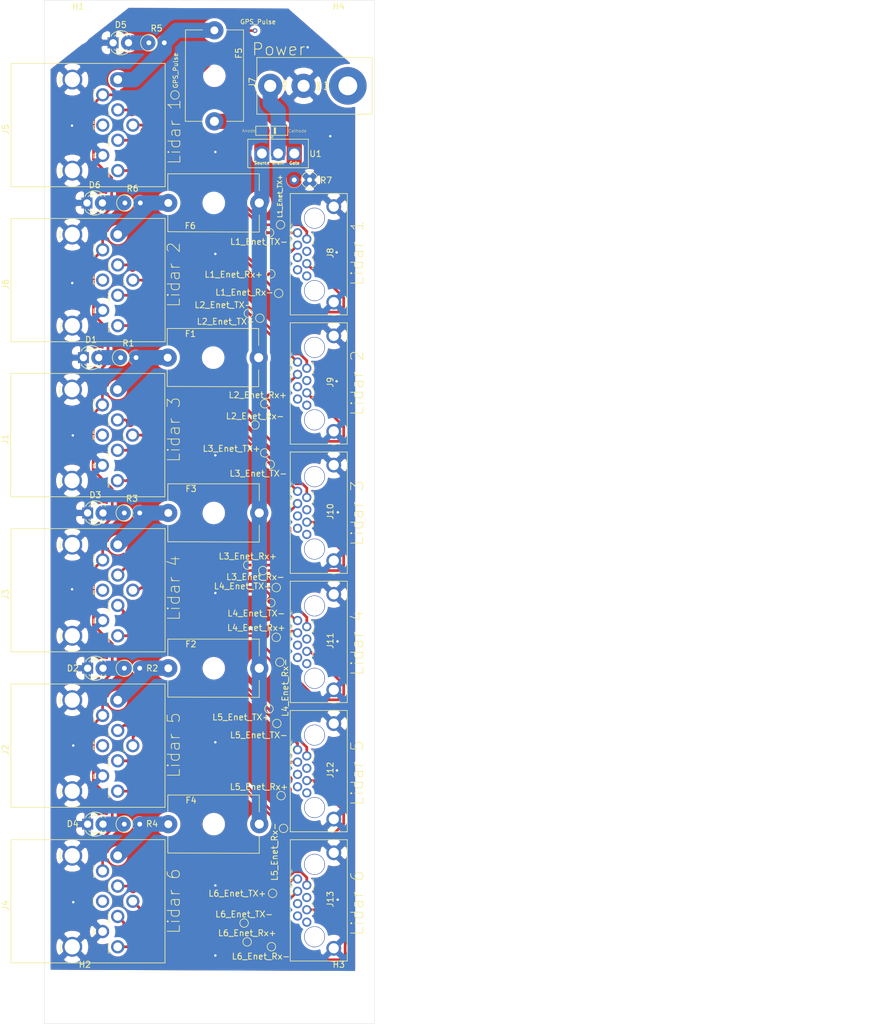
<source format=kicad_pcb>
(kicad_pcb (version 20171130) (host pcbnew "(5.1.4-0-10_14)")

  (general
    (thickness 1.6)
    (drawings 17)
    (tracks 3470)
    (zones 0)
    (modules 64)
    (nets 42)
  )

  (page A4)
  (layers
    (0 F.Cu signal)
    (31 B.Cu signal)
    (32 B.Adhes user)
    (33 F.Adhes user)
    (34 B.Paste user)
    (35 F.Paste user)
    (36 B.SilkS user)
    (37 F.SilkS user)
    (38 B.Mask user)
    (39 F.Mask user)
    (40 Dwgs.User user)
    (41 Cmts.User user)
    (42 Eco1.User user)
    (43 Eco2.User user)
    (44 Edge.Cuts user)
    (45 Margin user)
    (46 B.CrtYd user)
    (47 F.CrtYd user)
    (48 B.Fab user)
    (49 F.Fab user)
  )

  (setup
    (last_trace_width 0.1524)
    (user_trace_width 0.38)
    (user_trace_width 0.44)
    (user_trace_width 2.5)
    (trace_clearance 0.1524)
    (zone_clearance 0.508)
    (zone_45_only no)
    (trace_min 0.1524)
    (via_size 0.508)
    (via_drill 0.254)
    (via_min_size 0.508)
    (via_min_drill 0.254)
    (uvia_size 0.508)
    (uvia_drill 0.254)
    (uvias_allowed no)
    (uvia_min_size 0.2)
    (uvia_min_drill 0.1)
    (edge_width 0.05)
    (segment_width 0.2)
    (pcb_text_width 0.3)
    (pcb_text_size 1.5 1.5)
    (mod_edge_width 0.12)
    (mod_text_size 1 1)
    (mod_text_width 0.15)
    (pad_size 0.44 0.44)
    (pad_drill 0)
    (pad_to_mask_clearance 0.0508)
    (aux_axis_origin 0 0)
    (grid_origin 154.05 179.45)
    (visible_elements FFFDFF7F)
    (pcbplotparams
      (layerselection 0x010fc_ffffffff)
      (usegerberextensions true)
      (usegerberattributes false)
      (usegerberadvancedattributes false)
      (creategerberjobfile true)
      (excludeedgelayer true)
      (linewidth 0.100000)
      (plotframeref false)
      (viasonmask false)
      (mode 1)
      (useauxorigin false)
      (hpglpennumber 1)
      (hpglpenspeed 20)
      (hpglpendiameter 15.000000)
      (psnegative false)
      (psa4output false)
      (plotreference true)
      (plotvalue true)
      (plotinvisibletext false)
      (padsonsilk false)
      (subtractmaskfromsilk false)
      (outputformat 1)
      (mirror false)
      (drillshape 0)
      (scaleselection 1)
      (outputdirectory ""))
  )

  (net 0 "")
  (net 1 GND)
  (net 2 "Net-(D4-Pad2)")
  (net 3 "Net-(F1-Pad2)")
  (net 4 Pout)
  (net 5 "Net-(F2-Pad2)")
  (net 6 "Net-(F3-Pad2)")
  (net 7 "Net-(F4-Pad2)")
  (net 8 "Net-(F5-Pad2)")
  (net 9 "Net-(F6-Pad2)")
  (net 10 L-6_Enet_Rx+)
  (net 11 L-6_Enet_Tx+)
  (net 12 L-6_Enet_Rx-)
  (net 13 L-6_Enet_Tx-)
  (net 14 GPS_Pulse)
  (net 15 L-1_Enet_Tx+)
  (net 16 L-1_Enet_Rx-)
  (net 17 L-1_Enet_Rx+)
  (net 18 L-2_Enet_Tx+)
  (net 19 L-2_Enet_Tx-)
  (net 20 L-2_Enet_Rx-)
  (net 21 L-2_Enet_Rx+)
  (net 22 L-3_Enet_Tx+)
  (net 23 L-3_Enet_Tx-)
  (net 24 L-3_Enet_Rx-)
  (net 25 L-3_Enet_Rx+)
  (net 26 L-4_Enet_Tx+)
  (net 27 L-4_Enet_Tx-)
  (net 28 L-4_Enet_Rx-)
  (net 29 L-4_Enet_Rx+)
  (net 30 L-5_Enet_Tx+)
  (net 31 L-5_Enet_Tx-)
  (net 32 L-5_Enet_Rx-)
  (net 33 L-5_Enet_Rx+)
  (net 34 "Net-(J7-Pad2)")
  (net 35 "Net-(R7-Pad2)")
  (net 36 "Net-(D1-Pad2)")
  (net 37 "Net-(D2-Pad2)")
  (net 38 "Net-(D3-Pad2)")
  (net 39 "Net-(D5-Pad2)")
  (net 40 "Net-(D6-Pad2)")
  (net 41 L-1_Enet_Tx-)

  (net_class Default "This is the default net class."
    (clearance 0.1524)
    (trace_width 0.1524)
    (via_dia 0.508)
    (via_drill 0.254)
    (uvia_dia 0.508)
    (uvia_drill 0.254)
    (diff_pair_width 0.1524)
    (diff_pair_gap 0.25)
    (add_net GND)
    (add_net GPS_Pulse)
    (add_net L-1_Enet_Rx+)
    (add_net L-1_Enet_Rx-)
    (add_net L-1_Enet_Tx+)
    (add_net L-1_Enet_Tx-)
    (add_net L-2_Enet_Rx+)
    (add_net L-2_Enet_Rx-)
    (add_net L-2_Enet_Tx+)
    (add_net L-2_Enet_Tx-)
    (add_net L-3_Enet_Rx+)
    (add_net L-3_Enet_Rx-)
    (add_net L-3_Enet_Tx+)
    (add_net L-3_Enet_Tx-)
    (add_net L-4_Enet_Rx+)
    (add_net L-4_Enet_Rx-)
    (add_net L-4_Enet_Tx+)
    (add_net L-4_Enet_Tx-)
    (add_net L-5_Enet_Rx+)
    (add_net L-5_Enet_Rx-)
    (add_net L-5_Enet_Tx+)
    (add_net L-5_Enet_Tx-)
    (add_net L-6_Enet_Rx+)
    (add_net L-6_Enet_Rx-)
    (add_net L-6_Enet_Tx+)
    (add_net L-6_Enet_Tx-)
    (add_net "Net-(D1-Pad2)")
    (add_net "Net-(D2-Pad2)")
    (add_net "Net-(D3-Pad2)")
    (add_net "Net-(D4-Pad2)")
    (add_net "Net-(D5-Pad2)")
    (add_net "Net-(D6-Pad2)")
    (add_net "Net-(F1-Pad2)")
    (add_net "Net-(F2-Pad2)")
    (add_net "Net-(F3-Pad2)")
    (add_net "Net-(F4-Pad2)")
    (add_net "Net-(F5-Pad2)")
    (add_net "Net-(F6-Pad2)")
    (add_net "Net-(J7-Pad2)")
    (add_net "Net-(R7-Pad2)")
    (add_net Pout)
  )

  (module "" (layer F.Cu) (tedit 0) (tstamp 0)
    (at 198.85 154.6 90)
    (fp_text reference "" (at 110.25 27.175 90) (layer F.SilkS)
      (effects (font (size 1.27 1.27) (thickness 0.15)))
    )
    (fp_text value "" (at 110.25 27.175 90) (layer F.SilkS)
      (effects (font (size 1.27 1.27) (thickness 0.15)))
    )
    (fp_text user GPS_Pulse (at 134.8 -74.6 180) (layer F.SilkS)
      (effects (font (size 0.75 0.75) (thickness 0.125)))
    )
  )

  (module "480 Component Footprints:T3507900U" (layer F.Cu) (tedit 5DC07BBC) (tstamp 5DC11D31)
    (at 83.52 113.49 270)
    (path /5DF3C7AE)
    (fp_text reference J3 (at 0.6858 0.9144 90) (layer F.SilkS)
      (effects (font (size 1 1) (thickness 0.15)))
    )
    (fp_text value T3507900U (at 1.143 -0.7874 90) (layer F.Fab)
      (effects (font (size 1 1) (thickness 0.15)))
    )
    (fp_text user SHIELD (at -7.493 -8.1534 90) (layer F.SilkS)
      (effects (font (size 0.254 0.254) (thickness 0.0635)))
    )
    (fp_text user SHIELD (at 7.6708 -8.255 90) (layer F.SilkS)
      (effects (font (size 0.254 0.254) (thickness 0.0635)))
    )
    (fp_text user "ENET RX-" (at 7.675 -16.15 90) (layer F.SilkS)
      (effects (font (size 0.254 0.254) (thickness 0.0635)))
    )
    (fp_text user "ENET RX+" (at 2.6 -16.125 90) (layer F.SilkS)
      (effects (font (size 0.254 0.254) (thickness 0.0635)))
    )
    (fp_text user "ENET TX-" (at 0 -18.7 90) (layer F.SilkS)
      (effects (font (size 0.254 0.254) (thickness 0.0635)))
    )
    (fp_text user "ENET TX+" (at -2.475 -16.2 90) (layer F.SilkS)
      (effects (font (size 0.254 0.254) (thickness 0.0635)))
    )
    (fp_text user "GPS RX" (at 0.025 -13.675 90) (layer F.SilkS)
      (effects (font (size 0.254 0.254) (thickness 0.0635)))
    )
    (fp_text user "GPS PULSE" (at -4.9276 -13.7414 90) (layer F.SilkS)
      (effects (font (size 0.254 0.254) (thickness 0.0635)))
    )
    (fp_text user 12V+ (at -7.425 -16.225 90) (layer F.SilkS)
      (effects (font (size 0.254 0.254) (thickness 0.0635)))
    )
    (fp_text user GND (at 5.08 -13.6906 90) (layer F.SilkS)
      (effects (font (size 0.254 0.254) (thickness 0.0635)))
    )
    (fp_line (start -10.16 0) (end 0 0) (layer F.SilkS) (width 0.12))
    (fp_line (start -10.16 -25.4) (end -10.16 0) (layer F.SilkS) (width 0.12))
    (fp_line (start 10.16 -25.4) (end -10.16 -25.4) (layer F.SilkS) (width 0.12))
    (fp_line (start 10.16 0) (end 10.16 -25.4) (layer F.SilkS) (width 0.12))
    (fp_line (start 0 0) (end 10.16 0) (layer F.SilkS) (width 0.12))
    (pad GND thru_hole circle (at -7.5057 -10.1092 270) (size 3.2766 3.2766) (drill 2.5146) (layers *.Cu *.Mask)
      (net 1 GND))
    (pad GND thru_hole circle (at 7.5057 -10.1092 270) (size 3.2766 3.2766) (drill 2.5146) (layers *.Cu *.Mask)
      (net 1 GND))
    (pad 8 thru_hole circle (at 0 -20.0914 270) (size 2.1844 2.1844) (drill 1.4224) (layers *.Cu *.Mask)
      (net 27 L-4_Enet_Tx-))
    (pad 7 thru_hole circle (at -7.5057 -17.6022 270) (size 2.1844 2.1844) (drill 1.4224) (layers *.Cu *.Mask)
      (net 6 "Net-(F3-Pad2)"))
    (pad 6 thru_hole circle (at 7.5057 -17.6022 270) (size 2.1844 2.1844) (drill 1.4224) (layers *.Cu *.Mask)
      (net 28 L-4_Enet_Rx-))
    (pad 5 thru_hole circle (at -2.5019 -17.6022 270) (size 2.1844 2.1844) (drill 1.4224) (layers *.Cu *.Mask)
      (net 26 L-4_Enet_Tx+))
    (pad 4 thru_hole circle (at 2.5019 -17.6022 270) (size 2.1844 2.1844) (drill 1.4224) (layers *.Cu *.Mask)
      (net 29 L-4_Enet_Rx+))
    (pad 3 thru_hole circle (at -4.9911 -15.113 270) (size 2.1844 2.1844) (drill 1.4224) (layers *.Cu *.Mask)
      (net 14 GPS_Pulse))
    (pad 2 thru_hole circle (at 0 -15.113 270) (size 2.1844 2.1844) (drill 1.4224) (layers *.Cu *.Mask))
    (pad 1 thru_hole circle (at 4.9911 -15.113 270) (size 2.1844 2.1844) (drill 1.4224) (layers *.Cu *.Mask)
      (net 1 GND))
  )

  (module "480 Component Footprints:T3507900U" (layer F.Cu) (tedit 5DC07BBC) (tstamp 5DC11D88)
    (at 83.52 62.37 270)
    (path /5DF619FB)
    (fp_text reference J6 (at 0.6858 0.9144 90) (layer F.SilkS)
      (effects (font (size 1 1) (thickness 0.15)))
    )
    (fp_text value T3507900U (at 1.143 -0.7874 90) (layer F.Fab)
      (effects (font (size 1 1) (thickness 0.15)))
    )
    (fp_text user SHIELD (at -7.493 -8.1534 90) (layer F.SilkS)
      (effects (font (size 0.254 0.254) (thickness 0.0635)))
    )
    (fp_text user SHIELD (at 7.6708 -8.255 90) (layer F.SilkS)
      (effects (font (size 0.254 0.254) (thickness 0.0635)))
    )
    (fp_text user "ENET RX-" (at 7.675 -16.15 90) (layer F.SilkS)
      (effects (font (size 0.254 0.254) (thickness 0.0635)))
    )
    (fp_text user "ENET RX+" (at 2.6 -16.125 90) (layer F.SilkS)
      (effects (font (size 0.254 0.254) (thickness 0.0635)))
    )
    (fp_text user "ENET TX-" (at 0 -18.7 90) (layer F.SilkS)
      (effects (font (size 0.254 0.254) (thickness 0.0635)))
    )
    (fp_text user "ENET TX+" (at -2.475 -16.2 90) (layer F.SilkS)
      (effects (font (size 0.254 0.254) (thickness 0.0635)))
    )
    (fp_text user "GPS RX" (at 0.025 -13.675 90) (layer F.SilkS)
      (effects (font (size 0.254 0.254) (thickness 0.0635)))
    )
    (fp_text user "GPS PULSE" (at -4.9276 -13.7414 90) (layer F.SilkS)
      (effects (font (size 0.254 0.254) (thickness 0.0635)))
    )
    (fp_text user 12V+ (at -7.425 -16.225 90) (layer F.SilkS)
      (effects (font (size 0.254 0.254) (thickness 0.0635)))
    )
    (fp_text user GND (at 5.08 -13.6906 90) (layer F.SilkS)
      (effects (font (size 0.254 0.254) (thickness 0.0635)))
    )
    (fp_line (start -10.16 0) (end 0 0) (layer F.SilkS) (width 0.12))
    (fp_line (start -10.16 -25.4) (end -10.16 0) (layer F.SilkS) (width 0.12))
    (fp_line (start 10.16 -25.4) (end -10.16 -25.4) (layer F.SilkS) (width 0.12))
    (fp_line (start 10.16 0) (end 10.16 -25.4) (layer F.SilkS) (width 0.12))
    (fp_line (start 0 0) (end 10.16 0) (layer F.SilkS) (width 0.12))
    (pad GND thru_hole circle (at -7.5057 -10.1092 270) (size 3.2766 3.2766) (drill 2.5146) (layers *.Cu *.Mask)
      (net 1 GND))
    (pad GND thru_hole circle (at 7.5057 -10.1092 270) (size 3.2766 3.2766) (drill 2.5146) (layers *.Cu *.Mask)
      (net 1 GND))
    (pad 8 thru_hole circle (at 0 -20.0914 270) (size 2.1844 2.1844) (drill 1.4224) (layers *.Cu *.Mask)
      (net 19 L-2_Enet_Tx-))
    (pad 7 thru_hole circle (at -7.5057 -17.6022 270) (size 2.1844 2.1844) (drill 1.4224) (layers *.Cu *.Mask)
      (net 9 "Net-(F6-Pad2)"))
    (pad 6 thru_hole circle (at 7.5057 -17.6022 270) (size 2.1844 2.1844) (drill 1.4224) (layers *.Cu *.Mask)
      (net 20 L-2_Enet_Rx-))
    (pad 5 thru_hole circle (at -2.5019 -17.6022 270) (size 2.1844 2.1844) (drill 1.4224) (layers *.Cu *.Mask)
      (net 18 L-2_Enet_Tx+))
    (pad 4 thru_hole circle (at 2.5019 -17.6022 270) (size 2.1844 2.1844) (drill 1.4224) (layers *.Cu *.Mask)
      (net 21 L-2_Enet_Rx+))
    (pad 3 thru_hole circle (at -4.9911 -15.113 270) (size 2.1844 2.1844) (drill 1.4224) (layers *.Cu *.Mask)
      (net 14 GPS_Pulse))
    (pad 2 thru_hole circle (at 0 -15.113 270) (size 2.1844 2.1844) (drill 1.4224) (layers *.Cu *.Mask))
    (pad 1 thru_hole circle (at 4.9911 -15.113 270) (size 2.1844 2.1844) (drill 1.4224) (layers *.Cu *.Mask)
      (net 1 GND))
  )

  (module "480 Component Footprints:T3507900U" (layer F.Cu) (tedit 5DC07BBC) (tstamp 5DC11D6B)
    (at 83.53 36.82 270)
    (path /5DF61A64)
    (fp_text reference J5 (at 0.6858 0.9144 90) (layer F.SilkS)
      (effects (font (size 1 1) (thickness 0.15)))
    )
    (fp_text value T3507900U (at 1.143 -0.7874 90) (layer F.Fab)
      (effects (font (size 1 1) (thickness 0.15)))
    )
    (fp_text user SHIELD (at -7.493 -8.1534 90) (layer F.SilkS)
      (effects (font (size 0.254 0.254) (thickness 0.0635)))
    )
    (fp_text user SHIELD (at 7.6708 -8.255 90) (layer F.SilkS)
      (effects (font (size 0.254 0.254) (thickness 0.0635)))
    )
    (fp_text user "ENET RX-" (at 7.675 -16.15 90) (layer F.SilkS)
      (effects (font (size 0.254 0.254) (thickness 0.0635)))
    )
    (fp_text user "ENET RX+" (at 2.6 -16.125 90) (layer F.SilkS)
      (effects (font (size 0.254 0.254) (thickness 0.0635)))
    )
    (fp_text user "ENET TX-" (at 0 -18.7 90) (layer F.SilkS)
      (effects (font (size 0.254 0.254) (thickness 0.0635)))
    )
    (fp_text user "ENET TX+" (at -2.475 -16.2 90) (layer F.SilkS)
      (effects (font (size 0.254 0.254) (thickness 0.0635)))
    )
    (fp_text user "GPS RX" (at 0.025 -13.675 90) (layer F.SilkS)
      (effects (font (size 0.254 0.254) (thickness 0.0635)))
    )
    (fp_text user "GPS PULSE" (at -4.9276 -13.7414 90) (layer F.SilkS)
      (effects (font (size 0.254 0.254) (thickness 0.0635)))
    )
    (fp_text user 12V+ (at -7.425 -16.225 90) (layer F.SilkS)
      (effects (font (size 0.254 0.254) (thickness 0.0635)))
    )
    (fp_text user GND (at 5.08 -13.6906 90) (layer F.SilkS)
      (effects (font (size 0.254 0.254) (thickness 0.0635)))
    )
    (fp_line (start -10.16 0) (end 0 0) (layer F.SilkS) (width 0.12))
    (fp_line (start -10.16 -25.4) (end -10.16 0) (layer F.SilkS) (width 0.12))
    (fp_line (start 10.16 -25.4) (end -10.16 -25.4) (layer F.SilkS) (width 0.12))
    (fp_line (start 10.16 0) (end 10.16 -25.4) (layer F.SilkS) (width 0.12))
    (fp_line (start 0 0) (end 10.16 0) (layer F.SilkS) (width 0.12))
    (pad GND thru_hole circle (at -7.5057 -10.1092 270) (size 3.2766 3.2766) (drill 2.5146) (layers *.Cu *.Mask)
      (net 1 GND))
    (pad GND thru_hole circle (at 7.5057 -10.1092 270) (size 3.2766 3.2766) (drill 2.5146) (layers *.Cu *.Mask)
      (net 1 GND))
    (pad 8 thru_hole circle (at 0 -20.0914 270) (size 2.1844 2.1844) (drill 1.4224) (layers *.Cu *.Mask)
      (net 41 L-1_Enet_Tx-))
    (pad 7 thru_hole circle (at -7.5057 -17.6022 270) (size 2.1844 2.1844) (drill 1.4224) (layers *.Cu *.Mask)
      (net 8 "Net-(F5-Pad2)"))
    (pad 6 thru_hole circle (at 7.5057 -17.6022 270) (size 2.1844 2.1844) (drill 1.4224) (layers *.Cu *.Mask)
      (net 16 L-1_Enet_Rx-))
    (pad 5 thru_hole circle (at -2.5019 -17.6022 270) (size 2.1844 2.1844) (drill 1.4224) (layers *.Cu *.Mask)
      (net 15 L-1_Enet_Tx+))
    (pad 4 thru_hole circle (at 2.5019 -17.6022 270) (size 2.1844 2.1844) (drill 1.4224) (layers *.Cu *.Mask)
      (net 17 L-1_Enet_Rx+))
    (pad 3 thru_hole circle (at -4.9911 -15.113 270) (size 2.1844 2.1844) (drill 1.4224) (layers *.Cu *.Mask)
      (net 14 GPS_Pulse))
    (pad 2 thru_hole circle (at 0 -15.113 270) (size 2.1844 2.1844) (drill 1.4224) (layers *.Cu *.Mask))
    (pad 1 thru_hole circle (at 4.9911 -15.113 270) (size 2.1844 2.1844) (drill 1.4224) (layers *.Cu *.Mask)
      (net 1 GND))
  )

  (module "480 Component Footprints:T3507900U" (layer F.Cu) (tedit 5DC07BBC) (tstamp 5DC11D4E)
    (at 83.51 164.76 270)
    (path /5DC6F678)
    (fp_text reference J4 (at 0.6858 0.9144 90) (layer F.SilkS)
      (effects (font (size 1 1) (thickness 0.15)))
    )
    (fp_text value T3507900U (at 1.143 -0.7874 90) (layer F.Fab)
      (effects (font (size 1 1) (thickness 0.15)))
    )
    (fp_text user SHIELD (at -7.493 -8.1534 90) (layer F.SilkS)
      (effects (font (size 0.254 0.254) (thickness 0.0635)))
    )
    (fp_text user SHIELD (at 7.6708 -8.255 90) (layer F.SilkS)
      (effects (font (size 0.254 0.254) (thickness 0.0635)))
    )
    (fp_text user "ENET RX-" (at 7.675 -16.15 90) (layer F.SilkS)
      (effects (font (size 0.254 0.254) (thickness 0.0635)))
    )
    (fp_text user "ENET RX+" (at 2.6 -16.125 90) (layer F.SilkS)
      (effects (font (size 0.254 0.254) (thickness 0.0635)))
    )
    (fp_text user "ENET TX-" (at 0 -18.7 90) (layer F.SilkS)
      (effects (font (size 0.254 0.254) (thickness 0.0635)))
    )
    (fp_text user "ENET TX+" (at -2.475 -16.2 90) (layer F.SilkS)
      (effects (font (size 0.254 0.254) (thickness 0.0635)))
    )
    (fp_text user "GPS RX" (at 0.025 -13.675 90) (layer F.SilkS)
      (effects (font (size 0.254 0.254) (thickness 0.0635)))
    )
    (fp_text user "GPS PULSE" (at -4.9276 -13.7414 90) (layer F.SilkS)
      (effects (font (size 0.254 0.254) (thickness 0.0635)))
    )
    (fp_text user 12V+ (at -7.425 -16.225 90) (layer F.SilkS)
      (effects (font (size 0.254 0.254) (thickness 0.0635)))
    )
    (fp_text user GND (at 5.08 -13.6906 90) (layer F.SilkS)
      (effects (font (size 0.254 0.254) (thickness 0.0635)))
    )
    (fp_line (start -10.16 0) (end 0 0) (layer F.SilkS) (width 0.12))
    (fp_line (start -10.16 -25.4) (end -10.16 0) (layer F.SilkS) (width 0.12))
    (fp_line (start 10.16 -25.4) (end -10.16 -25.4) (layer F.SilkS) (width 0.12))
    (fp_line (start 10.16 0) (end 10.16 -25.4) (layer F.SilkS) (width 0.12))
    (fp_line (start 0 0) (end 10.16 0) (layer F.SilkS) (width 0.12))
    (pad GND thru_hole circle (at -7.5057 -10.1092 270) (size 3.2766 3.2766) (drill 2.5146) (layers *.Cu *.Mask)
      (net 1 GND))
    (pad GND thru_hole circle (at 7.5057 -10.1092 270) (size 3.2766 3.2766) (drill 2.5146) (layers *.Cu *.Mask)
      (net 1 GND))
    (pad 8 thru_hole circle (at 0 -20.0914 270) (size 2.1844 2.1844) (drill 1.4224) (layers *.Cu *.Mask)
      (net 13 L-6_Enet_Tx-))
    (pad 7 thru_hole circle (at -7.5057 -17.6022 270) (size 2.1844 2.1844) (drill 1.4224) (layers *.Cu *.Mask)
      (net 7 "Net-(F4-Pad2)"))
    (pad 6 thru_hole circle (at 7.5057 -17.6022 270) (size 2.1844 2.1844) (drill 1.4224) (layers *.Cu *.Mask)
      (net 12 L-6_Enet_Rx-))
    (pad 5 thru_hole circle (at -2.5019 -17.6022 270) (size 2.1844 2.1844) (drill 1.4224) (layers *.Cu *.Mask)
      (net 11 L-6_Enet_Tx+))
    (pad 4 thru_hole circle (at 2.5019 -17.6022 270) (size 2.1844 2.1844) (drill 1.4224) (layers *.Cu *.Mask)
      (net 10 L-6_Enet_Rx+))
    (pad 3 thru_hole circle (at -4.9911 -15.113 270) (size 2.1844 2.1844) (drill 1.4224) (layers *.Cu *.Mask)
      (net 14 GPS_Pulse))
    (pad 2 thru_hole circle (at 0 -15.113 270) (size 2.1844 2.1844) (drill 1.4224) (layers *.Cu *.Mask))
    (pad 1 thru_hole circle (at 4.9911 -15.113 270) (size 2.1844 2.1844) (drill 1.4224) (layers *.Cu *.Mask)
      (net 1 GND))
  )

  (module "480 Component Footprints:T3507900U" (layer F.Cu) (tedit 5DC07BBC) (tstamp 5DC123BE)
    (at 83.51 139.11 270)
    (path /5DF2129A)
    (fp_text reference J2 (at 0.6858 0.9144 90) (layer F.SilkS)
      (effects (font (size 1 1) (thickness 0.15)))
    )
    (fp_text value T3507900U (at 1.143 -0.7874 90) (layer F.Fab)
      (effects (font (size 1 1) (thickness 0.15)))
    )
    (fp_text user SHIELD (at -7.493 -8.1534 90) (layer F.SilkS)
      (effects (font (size 0.254 0.254) (thickness 0.0635)))
    )
    (fp_text user SHIELD (at 7.6708 -8.255 90) (layer F.SilkS)
      (effects (font (size 0.254 0.254) (thickness 0.0635)))
    )
    (fp_text user "ENET RX-" (at 7.675 -16.15 90) (layer F.SilkS)
      (effects (font (size 0.254 0.254) (thickness 0.0635)))
    )
    (fp_text user "ENET RX+" (at 2.6 -16.125 90) (layer F.SilkS)
      (effects (font (size 0.254 0.254) (thickness 0.0635)))
    )
    (fp_text user "ENET TX-" (at 0 -18.7 90) (layer F.SilkS)
      (effects (font (size 0.254 0.254) (thickness 0.0635)))
    )
    (fp_text user "ENET TX+" (at -2.475 -16.2 90) (layer F.SilkS)
      (effects (font (size 0.254 0.254) (thickness 0.0635)))
    )
    (fp_text user "GPS RX" (at 0.025 -13.675 90) (layer F.SilkS)
      (effects (font (size 0.254 0.254) (thickness 0.0635)))
    )
    (fp_text user "GPS PULSE" (at -4.9276 -13.7414 90) (layer F.SilkS)
      (effects (font (size 0.254 0.254) (thickness 0.0635)))
    )
    (fp_text user 12V+ (at -7.425 -16.225 90) (layer F.SilkS)
      (effects (font (size 0.254 0.254) (thickness 0.0635)))
    )
    (fp_text user GND (at 5.08 -13.6906 90) (layer F.SilkS)
      (effects (font (size 0.254 0.254) (thickness 0.0635)))
    )
    (fp_line (start -10.16 0) (end 0 0) (layer F.SilkS) (width 0.12))
    (fp_line (start -10.16 -25.4) (end -10.16 0) (layer F.SilkS) (width 0.12))
    (fp_line (start 10.16 -25.4) (end -10.16 -25.4) (layer F.SilkS) (width 0.12))
    (fp_line (start 10.16 0) (end 10.16 -25.4) (layer F.SilkS) (width 0.12))
    (fp_line (start 0 0) (end 10.16 0) (layer F.SilkS) (width 0.12))
    (pad GND thru_hole circle (at -7.5057 -10.1092 270) (size 3.2766 3.2766) (drill 2.5146) (layers *.Cu *.Mask)
      (net 1 GND))
    (pad GND thru_hole circle (at 7.5057 -10.1092 270) (size 3.2766 3.2766) (drill 2.5146) (layers *.Cu *.Mask)
      (net 1 GND))
    (pad 8 thru_hole circle (at 0 -20.0914 270) (size 2.1844 2.1844) (drill 1.4224) (layers *.Cu *.Mask)
      (net 31 L-5_Enet_Tx-))
    (pad 7 thru_hole circle (at -7.5057 -17.6022 270) (size 2.1844 2.1844) (drill 1.4224) (layers *.Cu *.Mask)
      (net 5 "Net-(F2-Pad2)"))
    (pad 6 thru_hole circle (at 7.5057 -17.6022 270) (size 2.1844 2.1844) (drill 1.4224) (layers *.Cu *.Mask)
      (net 32 L-5_Enet_Rx-))
    (pad 5 thru_hole circle (at -2.5019 -17.6022 270) (size 2.1844 2.1844) (drill 1.4224) (layers *.Cu *.Mask)
      (net 30 L-5_Enet_Tx+))
    (pad 4 thru_hole circle (at 2.5019 -17.6022 270) (size 2.1844 2.1844) (drill 1.4224) (layers *.Cu *.Mask)
      (net 33 L-5_Enet_Rx+))
    (pad 3 thru_hole circle (at -4.9911 -15.113 270) (size 2.1844 2.1844) (drill 1.4224) (layers *.Cu *.Mask)
      (net 14 GPS_Pulse))
    (pad 2 thru_hole circle (at 0 -15.113 270) (size 2.1844 2.1844) (drill 1.4224) (layers *.Cu *.Mask))
    (pad 1 thru_hole circle (at 4.9911 -15.113 270) (size 2.1844 2.1844) (drill 1.4224) (layers *.Cu *.Mask)
      (net 1 GND))
  )

  (module "480 Component Footprints:T3507900U" (layer F.Cu) (tedit 5DC07BBC) (tstamp 5DC11CF7)
    (at 83.47 87.92 270)
    (path /5DF3C817)
    (fp_text reference J1 (at 0.6858 0.9144 90) (layer F.SilkS)
      (effects (font (size 1 1) (thickness 0.15)))
    )
    (fp_text value T3507900U (at 1.143 -0.7874 90) (layer F.Fab)
      (effects (font (size 1 1) (thickness 0.15)))
    )
    (fp_text user SHIELD (at -7.493 -8.1534 90) (layer F.SilkS)
      (effects (font (size 0.254 0.254) (thickness 0.0635)))
    )
    (fp_text user SHIELD (at 7.6708 -8.255 90) (layer F.SilkS)
      (effects (font (size 0.254 0.254) (thickness 0.0635)))
    )
    (fp_text user "ENET RX-" (at 7.675 -16.15 90) (layer F.SilkS)
      (effects (font (size 0.254 0.254) (thickness 0.0635)))
    )
    (fp_text user "ENET RX+" (at 2.6 -16.125 90) (layer F.SilkS)
      (effects (font (size 0.254 0.254) (thickness 0.0635)))
    )
    (fp_text user "ENET TX-" (at 0 -18.7 90) (layer F.SilkS)
      (effects (font (size 0.254 0.254) (thickness 0.0635)))
    )
    (fp_text user "ENET TX+" (at -2.475 -16.2 90) (layer F.SilkS)
      (effects (font (size 0.254 0.254) (thickness 0.0635)))
    )
    (fp_text user "GPS RX" (at 0.025 -13.675 90) (layer F.SilkS)
      (effects (font (size 0.254 0.254) (thickness 0.0635)))
    )
    (fp_text user "GPS PULSE" (at -4.9276 -13.7414 90) (layer F.SilkS)
      (effects (font (size 0.254 0.254) (thickness 0.0635)))
    )
    (fp_text user 12V+ (at -7.425 -16.225 90) (layer F.SilkS)
      (effects (font (size 0.254 0.254) (thickness 0.0635)))
    )
    (fp_text user GND (at 5.08 -13.6906 90) (layer F.SilkS)
      (effects (font (size 0.254 0.254) (thickness 0.0635)))
    )
    (fp_line (start -10.16 0) (end 0 0) (layer F.SilkS) (width 0.12))
    (fp_line (start -10.16 -25.4) (end -10.16 0) (layer F.SilkS) (width 0.12))
    (fp_line (start 10.16 -25.4) (end -10.16 -25.4) (layer F.SilkS) (width 0.12))
    (fp_line (start 10.16 0) (end 10.16 -25.4) (layer F.SilkS) (width 0.12))
    (fp_line (start 0 0) (end 10.16 0) (layer F.SilkS) (width 0.12))
    (pad GND thru_hole circle (at -7.5057 -10.1092 270) (size 3.2766 3.2766) (drill 2.5146) (layers *.Cu *.Mask)
      (net 1 GND))
    (pad GND thru_hole circle (at 7.5057 -10.1092 270) (size 3.2766 3.2766) (drill 2.5146) (layers *.Cu *.Mask)
      (net 1 GND))
    (pad 8 thru_hole circle (at 0 -20.0914 270) (size 2.1844 2.1844) (drill 1.4224) (layers *.Cu *.Mask)
      (net 23 L-3_Enet_Tx-))
    (pad 7 thru_hole circle (at -7.5057 -17.6022 270) (size 2.1844 2.1844) (drill 1.4224) (layers *.Cu *.Mask)
      (net 3 "Net-(F1-Pad2)"))
    (pad 6 thru_hole circle (at 7.5057 -17.6022 270) (size 2.1844 2.1844) (drill 1.4224) (layers *.Cu *.Mask)
      (net 24 L-3_Enet_Rx-))
    (pad 5 thru_hole circle (at -2.5019 -17.6022 270) (size 2.1844 2.1844) (drill 1.4224) (layers *.Cu *.Mask)
      (net 22 L-3_Enet_Tx+))
    (pad 4 thru_hole circle (at 2.5019 -17.6022 270) (size 2.1844 2.1844) (drill 1.4224) (layers *.Cu *.Mask)
      (net 25 L-3_Enet_Rx+))
    (pad 3 thru_hole circle (at -4.9911 -15.113 270) (size 2.1844 2.1844) (drill 1.4224) (layers *.Cu *.Mask)
      (net 14 GPS_Pulse))
    (pad 2 thru_hole circle (at 0 -15.113 270) (size 2.1844 2.1844) (drill 1.4224) (layers *.Cu *.Mask))
    (pad 1 thru_hole circle (at 4.9911 -15.113 270) (size 2.1844 2.1844) (drill 1.4224) (layers *.Cu *.Mask)
      (net 1 GND))
  )

  (module "480 Component Footprints:Fuseholder" (layer F.Cu) (tedit 5DBB5C63) (tstamp 5DC0B806)
    (at 124.45 49.65 180)
    (descr "Fuseholder horizontal open 5x20 Schurter 0031.8201, https://www.schurter.com/en/datasheet/typ_OGN.pdf")
    (tags "Fuseholder horizontal open 5x20 Schurter 0031.8201")
    (path /5DF61A1C)
    (fp_text reference F6 (at 11.375 -3.775) (layer F.SilkS)
      (effects (font (size 1 1) (thickness 0.15)))
    )
    (fp_text value Fuse (at 11.25 6) (layer F.Fab)
      (effects (font (size 1 1) (thickness 0.15)))
    )
    (fp_text user %R (at 11.25 4) (layer F.Fab)
      (effects (font (size 1 1) (thickness 0.15)))
    )
    (fp_line (start 0.1 -4.7) (end 0.1 4.7) (layer F.Fab) (width 0.1))
    (fp_line (start 0.1 4.7) (end 15.05 4.75) (layer F.Fab) (width 0.1))
    (fp_line (start 15.025 4.75) (end 15.025 -4.7) (layer F.Fab) (width 0.1))
    (fp_line (start 15.025 -4.7) (end 0.1 -4.7) (layer F.Fab) (width 0.1))
    (fp_line (start -0.25 5.05) (end -0.25 1.95) (layer F.CrtYd) (width 0.05))
    (fp_line (start 15.075 4.8) (end 15.075 2) (layer F.SilkS) (width 0.12))
    (fp_line (start 15.075 -1.95) (end 15.075 -4.75) (layer F.SilkS) (width 0.12))
    (fp_line (start 0 -2) (end 0 -4.8) (layer F.SilkS) (width 0.12))
    (fp_line (start 0 -4.8) (end 15.075 -4.75) (layer F.SilkS) (width 0.12))
    (fp_line (start 15.6 5.05) (end -0.25 5.05) (layer F.CrtYd) (width 0.05))
    (fp_line (start -0.25 -5.05) (end 15.6 -5.05) (layer F.CrtYd) (width 0.05))
    (fp_line (start 0 4.8) (end 15.075 4.8) (layer F.SilkS) (width 0.12))
    (fp_line (start -0.25 -1.95) (end -0.25 -5.05) (layer F.CrtYd) (width 0.05))
    (fp_line (start 15.6 -1.95) (end 15.6 -5.05) (layer F.CrtYd) (width 0.05))
    (fp_line (start 15.6 1.95) (end 15.6 5.05) (layer F.CrtYd) (width 0.05))
    (fp_line (start 0 4.8) (end 0 2) (layer F.SilkS) (width 0.12))
    (fp_arc (start 15.35 0) (end 15.6 -1.95) (angle 165.3) (layer F.CrtYd) (width 0.05))
    (fp_arc (start 0 0) (end -0.25 1.95) (angle 165.3) (layer F.CrtYd) (width 0.05))
    (pad 1 thru_hole circle (at 0 0 180) (size 3 3) (drill 1.5) (layers *.Cu *.Mask)
      (net 4 Pout))
    (pad 2 thru_hole circle (at 15 0 180) (size 3 3) (drill 1.3) (layers *.Cu *.Mask)
      (net 9 "Net-(F6-Pad2)"))
    (pad "" np_thru_hole circle (at 7.5 0 180) (size 2.7 2.7) (drill 2.7) (layers *.Cu *.Mask))
  )

  (module "480 Component Footprints:Fuseholder" (layer F.Cu) (tedit 5DBB5C63) (tstamp 5DC0B7EC)
    (at 117.05 36.2 90)
    (descr "Fuseholder horizontal open 5x20 Schurter 0031.8201, https://www.schurter.com/en/datasheet/typ_OGN.pdf")
    (tags "Fuseholder horizontal open 5x20 Schurter 0031.8201")
    (path /5DF61A85)
    (fp_text reference F5 (at 11.225 4.025 90) (layer F.SilkS)
      (effects (font (size 1 1) (thickness 0.15)))
    )
    (fp_text value Fuse (at 11.25 6 90) (layer F.Fab)
      (effects (font (size 1 1) (thickness 0.15)))
    )
    (fp_text user %R (at 11.25 4 90) (layer F.Fab)
      (effects (font (size 1 1) (thickness 0.15)))
    )
    (fp_line (start 0.1 -4.7) (end 0.1 4.7) (layer F.Fab) (width 0.1))
    (fp_line (start 0.1 4.7) (end 15.05 4.75) (layer F.Fab) (width 0.1))
    (fp_line (start 15.025 4.75) (end 15.025 -4.7) (layer F.Fab) (width 0.1))
    (fp_line (start 15.025 -4.7) (end 0.1 -4.7) (layer F.Fab) (width 0.1))
    (fp_line (start -0.25 5.05) (end -0.25 1.95) (layer F.CrtYd) (width 0.05))
    (fp_line (start 15.075 4.8) (end 15.075 2) (layer F.SilkS) (width 0.12))
    (fp_line (start 15.075 -1.95) (end 15.075 -4.75) (layer F.SilkS) (width 0.12))
    (fp_line (start 0 -2) (end 0 -4.8) (layer F.SilkS) (width 0.12))
    (fp_line (start 0 -4.8) (end 15.075 -4.75) (layer F.SilkS) (width 0.12))
    (fp_line (start 15.6 5.05) (end -0.25 5.05) (layer F.CrtYd) (width 0.05))
    (fp_line (start -0.25 -5.05) (end 15.6 -5.05) (layer F.CrtYd) (width 0.05))
    (fp_line (start 0 4.8) (end 15.075 4.8) (layer F.SilkS) (width 0.12))
    (fp_line (start -0.25 -1.95) (end -0.25 -5.05) (layer F.CrtYd) (width 0.05))
    (fp_line (start 15.6 -1.95) (end 15.6 -5.05) (layer F.CrtYd) (width 0.05))
    (fp_line (start 15.6 1.95) (end 15.6 5.05) (layer F.CrtYd) (width 0.05))
    (fp_line (start 0 4.8) (end 0 2) (layer F.SilkS) (width 0.12))
    (fp_arc (start 15.35 0) (end 15.6 -1.95) (angle 165.3) (layer F.CrtYd) (width 0.05))
    (fp_arc (start 0 0) (end -0.25 1.95) (angle 165.3) (layer F.CrtYd) (width 0.05))
    (pad 1 thru_hole circle (at 0 0 90) (size 3 3) (drill 1.5) (layers *.Cu *.Mask)
      (net 4 Pout))
    (pad 2 thru_hole circle (at 15 0 90) (size 3 3) (drill 1.3) (layers *.Cu *.Mask)
      (net 8 "Net-(F5-Pad2)"))
    (pad "" np_thru_hole circle (at 7.5 0 90) (size 2.7 2.7) (drill 2.7) (layers *.Cu *.Mask))
  )

  (module "480 Component Footprints:Fuseholder" (layer F.Cu) (tedit 5DBB5C63) (tstamp 5DC0EF8C)
    (at 124.45 100.75 180)
    (descr "Fuseholder horizontal open 5x20 Schurter 0031.8201, https://www.schurter.com/en/datasheet/typ_OGN.pdf")
    (tags "Fuseholder horizontal open 5x20 Schurter 0031.8201")
    (path /5DF3C7CF)
    (fp_text reference F3 (at 11.25 3.975) (layer F.SilkS)
      (effects (font (size 1 1) (thickness 0.15)))
    )
    (fp_text value Fuse (at 11.25 6) (layer F.Fab)
      (effects (font (size 1 1) (thickness 0.15)))
    )
    (fp_text user %R (at 11.25 4) (layer F.Fab)
      (effects (font (size 1 1) (thickness 0.15)))
    )
    (fp_line (start 0.1 -4.7) (end 0.1 4.7) (layer F.Fab) (width 0.1))
    (fp_line (start 0.1 4.7) (end 15.05 4.75) (layer F.Fab) (width 0.1))
    (fp_line (start 15.025 4.75) (end 15.025 -4.7) (layer F.Fab) (width 0.1))
    (fp_line (start 15.025 -4.7) (end 0.1 -4.7) (layer F.Fab) (width 0.1))
    (fp_line (start -0.25 5.05) (end -0.25 1.95) (layer F.CrtYd) (width 0.05))
    (fp_line (start 15.075 4.8) (end 15.075 2) (layer F.SilkS) (width 0.12))
    (fp_line (start 15.075 -1.95) (end 15.075 -4.75) (layer F.SilkS) (width 0.12))
    (fp_line (start 0 -2) (end 0 -4.8) (layer F.SilkS) (width 0.12))
    (fp_line (start 0 -4.8) (end 15.075 -4.75) (layer F.SilkS) (width 0.12))
    (fp_line (start 15.6 5.05) (end -0.25 5.05) (layer F.CrtYd) (width 0.05))
    (fp_line (start -0.25 -5.05) (end 15.6 -5.05) (layer F.CrtYd) (width 0.05))
    (fp_line (start 0 4.8) (end 15.075 4.8) (layer F.SilkS) (width 0.12))
    (fp_line (start -0.25 -1.95) (end -0.25 -5.05) (layer F.CrtYd) (width 0.05))
    (fp_line (start 15.6 -1.95) (end 15.6 -5.05) (layer F.CrtYd) (width 0.05))
    (fp_line (start 15.6 1.95) (end 15.6 5.05) (layer F.CrtYd) (width 0.05))
    (fp_line (start 0 4.8) (end 0 2) (layer F.SilkS) (width 0.12))
    (fp_arc (start 15.35 0) (end 15.6 -1.95) (angle 165.3) (layer F.CrtYd) (width 0.05))
    (fp_arc (start 0 0) (end -0.25 1.95) (angle 165.3) (layer F.CrtYd) (width 0.05))
    (pad 1 thru_hole circle (at 0 0 180) (size 3 3) (drill 1.5) (layers *.Cu *.Mask)
      (net 4 Pout))
    (pad 2 thru_hole circle (at 15 0 180) (size 3 3) (drill 1.3) (layers *.Cu *.Mask)
      (net 6 "Net-(F3-Pad2)"))
    (pad "" np_thru_hole circle (at 7.5 0 180) (size 2.7 2.7) (drill 2.7) (layers *.Cu *.Mask))
  )

  (module "480 Component Footprints:Fuseholder" (layer F.Cu) (tedit 5DBB5C63) (tstamp 5DC0B786)
    (at 124.45 126.35 180)
    (descr "Fuseholder horizontal open 5x20 Schurter 0031.8201, https://www.schurter.com/en/datasheet/typ_OGN.pdf")
    (tags "Fuseholder horizontal open 5x20 Schurter 0031.8201")
    (path /5DF212BB)
    (fp_text reference F2 (at 11.275 3.975) (layer F.SilkS)
      (effects (font (size 1 1) (thickness 0.15)))
    )
    (fp_text value Fuse (at 11.25 6) (layer F.Fab)
      (effects (font (size 1 1) (thickness 0.15)))
    )
    (fp_text user %R (at 11.25 4) (layer F.Fab)
      (effects (font (size 1 1) (thickness 0.15)))
    )
    (fp_line (start 0.1 -4.7) (end 0.1 4.7) (layer F.Fab) (width 0.1))
    (fp_line (start 0.1 4.7) (end 15.05 4.75) (layer F.Fab) (width 0.1))
    (fp_line (start 15.025 4.75) (end 15.025 -4.7) (layer F.Fab) (width 0.1))
    (fp_line (start 15.025 -4.7) (end 0.1 -4.7) (layer F.Fab) (width 0.1))
    (fp_line (start -0.25 5.05) (end -0.25 1.95) (layer F.CrtYd) (width 0.05))
    (fp_line (start 15.075 4.8) (end 15.075 2) (layer F.SilkS) (width 0.12))
    (fp_line (start 15.075 -1.95) (end 15.075 -4.75) (layer F.SilkS) (width 0.12))
    (fp_line (start 0 -2) (end 0 -4.8) (layer F.SilkS) (width 0.12))
    (fp_line (start 0 -4.8) (end 15.075 -4.75) (layer F.SilkS) (width 0.12))
    (fp_line (start 15.6 5.05) (end -0.25 5.05) (layer F.CrtYd) (width 0.05))
    (fp_line (start -0.25 -5.05) (end 15.6 -5.05) (layer F.CrtYd) (width 0.05))
    (fp_line (start 0 4.8) (end 15.075 4.8) (layer F.SilkS) (width 0.12))
    (fp_line (start -0.25 -1.95) (end -0.25 -5.05) (layer F.CrtYd) (width 0.05))
    (fp_line (start 15.6 -1.95) (end 15.6 -5.05) (layer F.CrtYd) (width 0.05))
    (fp_line (start 15.6 1.95) (end 15.6 5.05) (layer F.CrtYd) (width 0.05))
    (fp_line (start 0 4.8) (end 0 2) (layer F.SilkS) (width 0.12))
    (fp_arc (start 15.35 0) (end 15.6 -1.95) (angle 165.3) (layer F.CrtYd) (width 0.05))
    (fp_arc (start 0 0) (end -0.25 1.95) (angle 165.3) (layer F.CrtYd) (width 0.05))
    (pad 1 thru_hole circle (at 0 0 180) (size 3 3) (drill 1.5) (layers *.Cu *.Mask)
      (net 4 Pout))
    (pad 2 thru_hole circle (at 15 0 180) (size 3 3) (drill 1.3) (layers *.Cu *.Mask)
      (net 5 "Net-(F2-Pad2)"))
    (pad "" np_thru_hole circle (at 7.5 0 180) (size 2.7 2.7) (drill 2.7) (layers *.Cu *.Mask))
  )

  (module "480 Component Footprints:Fuseholder" (layer F.Cu) (tedit 5DBB5C63) (tstamp 5DC0F1CB)
    (at 124.35 75.15 180)
    (descr "Fuseholder horizontal open 5x20 Schurter 0031.8201, https://www.schurter.com/en/datasheet/typ_OGN.pdf")
    (tags "Fuseholder horizontal open 5x20 Schurter 0031.8201")
    (path /5DF3C838)
    (fp_text reference F1 (at 11.25 3.925) (layer F.SilkS)
      (effects (font (size 1 1) (thickness 0.15)))
    )
    (fp_text value Fuse (at 11.25 6) (layer F.Fab)
      (effects (font (size 1 1) (thickness 0.15)))
    )
    (fp_text user %R (at 11.25 4) (layer F.Fab)
      (effects (font (size 1 1) (thickness 0.15)))
    )
    (fp_line (start 0.1 -4.7) (end 0.1 4.7) (layer F.Fab) (width 0.1))
    (fp_line (start 0.1 4.7) (end 15.05 4.75) (layer F.Fab) (width 0.1))
    (fp_line (start 15.025 4.75) (end 15.025 -4.7) (layer F.Fab) (width 0.1))
    (fp_line (start 15.025 -4.7) (end 0.1 -4.7) (layer F.Fab) (width 0.1))
    (fp_line (start -0.25 5.05) (end -0.25 1.95) (layer F.CrtYd) (width 0.05))
    (fp_line (start 15.075 4.8) (end 15.075 2) (layer F.SilkS) (width 0.12))
    (fp_line (start 15.075 -1.95) (end 15.075 -4.75) (layer F.SilkS) (width 0.12))
    (fp_line (start 0 -2) (end 0 -4.8) (layer F.SilkS) (width 0.12))
    (fp_line (start 0 -4.8) (end 15.075 -4.75) (layer F.SilkS) (width 0.12))
    (fp_line (start 15.6 5.05) (end -0.25 5.05) (layer F.CrtYd) (width 0.05))
    (fp_line (start -0.25 -5.05) (end 15.6 -5.05) (layer F.CrtYd) (width 0.05))
    (fp_line (start 0 4.8) (end 15.075 4.8) (layer F.SilkS) (width 0.12))
    (fp_line (start -0.25 -1.95) (end -0.25 -5.05) (layer F.CrtYd) (width 0.05))
    (fp_line (start 15.6 -1.95) (end 15.6 -5.05) (layer F.CrtYd) (width 0.05))
    (fp_line (start 15.6 1.95) (end 15.6 5.05) (layer F.CrtYd) (width 0.05))
    (fp_line (start 0 4.8) (end 0 2) (layer F.SilkS) (width 0.12))
    (fp_arc (start 15.35 0) (end 15.6 -1.95) (angle 165.3) (layer F.CrtYd) (width 0.05))
    (fp_arc (start 0 0) (end -0.25 1.95) (angle 165.3) (layer F.CrtYd) (width 0.05))
    (pad 1 thru_hole circle (at 0 0 180) (size 3 3) (drill 1.5) (layers *.Cu *.Mask)
      (net 4 Pout))
    (pad 2 thru_hole circle (at 15 0 180) (size 3 3) (drill 1.3) (layers *.Cu *.Mask)
      (net 3 "Net-(F1-Pad2)"))
    (pad "" np_thru_hole circle (at 7.5 0 180) (size 2.7 2.7) (drill 2.7) (layers *.Cu *.Mask))
  )

  (module "480 Component Footprints:LED_D3.0mm" (layer F.Cu) (tedit 5DBB5A9D) (tstamp 5DC0B752)
    (at 96.05 49.65)
    (descr "LED, diameter 3.0mm, 2 pins")
    (tags "LED diameter 3.0mm 2 pins")
    (path /5DF61A2E)
    (fp_text reference D6 (at 1.27 -2.96) (layer F.SilkS)
      (effects (font (size 1 1) (thickness 0.15)))
    )
    (fp_text value LED (at 1.27 2.96) (layer F.Fab)
      (effects (font (size 1 1) (thickness 0.15)))
    )
    (fp_line (start 3.7 -2.25) (end -1.15 -2.25) (layer F.CrtYd) (width 0.05))
    (fp_line (start 3.7 2.25) (end 3.7 -2.25) (layer F.CrtYd) (width 0.05))
    (fp_line (start -1.15 2.25) (end 3.7 2.25) (layer F.CrtYd) (width 0.05))
    (fp_line (start -1.15 -2.25) (end -1.15 2.25) (layer F.CrtYd) (width 0.05))
    (fp_line (start -0.29 1.08) (end -0.29 1.236) (layer F.SilkS) (width 0.12))
    (fp_line (start -0.29 -1.236) (end -0.29 -1.08) (layer F.SilkS) (width 0.12))
    (fp_line (start -0.23 -1.16619) (end -0.23 1.16619) (layer F.Fab) (width 0.1))
    (fp_circle (center 1.27 0) (end 2.77 0) (layer F.Fab) (width 0.1))
    (fp_arc (start 1.27 0) (end 0.229039 1.08) (angle -87.9) (layer F.SilkS) (width 0.12))
    (fp_arc (start 1.27 0) (end 0.229039 -1.08) (angle 87.9) (layer F.SilkS) (width 0.12))
    (fp_arc (start 1.27 0) (end -0.29 1.235516) (angle -108.8) (layer F.SilkS) (width 0.12))
    (fp_arc (start 1.27 0) (end -0.29 -1.235516) (angle 108.8) (layer F.SilkS) (width 0.12))
    (fp_arc (start 1.27 0) (end -0.23 -1.16619) (angle 284.3) (layer F.Fab) (width 0.1))
    (pad 2 thru_hole circle (at 2.54 0) (size 2.2 2.2) (drill 1.2) (layers *.Cu *.Mask)
      (net 40 "Net-(D6-Pad2)"))
    (pad 1 thru_hole rect (at 0 0) (size 1.8 1.8) (drill 1.2) (layers *.Cu *.Mask)
      (net 1 GND))
    (model ${KISYS3DMOD}/LED_THT.3dshapes/LED_D3.0mm.wrl
      (at (xyz 0 0 0))
      (scale (xyz 1 1 1))
      (rotate (xyz 0 0 0))
    )
  )

  (module "480 Component Footprints:LED_D3.0mm" (layer F.Cu) (tedit 5DBB5A9D) (tstamp 5DC073DF)
    (at 100.35 23.25)
    (descr "LED, diameter 3.0mm, 2 pins")
    (tags "LED diameter 3.0mm 2 pins")
    (path /5DF61A97)
    (fp_text reference D5 (at 1.27 -2.96) (layer F.SilkS)
      (effects (font (size 1 1) (thickness 0.15)))
    )
    (fp_text value LED (at 1.27 2.96) (layer F.Fab)
      (effects (font (size 1 1) (thickness 0.15)))
    )
    (fp_line (start 3.7 -2.25) (end -1.15 -2.25) (layer F.CrtYd) (width 0.05))
    (fp_line (start 3.7 2.25) (end 3.7 -2.25) (layer F.CrtYd) (width 0.05))
    (fp_line (start -1.15 2.25) (end 3.7 2.25) (layer F.CrtYd) (width 0.05))
    (fp_line (start -1.15 -2.25) (end -1.15 2.25) (layer F.CrtYd) (width 0.05))
    (fp_line (start -0.29 1.08) (end -0.29 1.236) (layer F.SilkS) (width 0.12))
    (fp_line (start -0.29 -1.236) (end -0.29 -1.08) (layer F.SilkS) (width 0.12))
    (fp_line (start -0.23 -1.16619) (end -0.23 1.16619) (layer F.Fab) (width 0.1))
    (fp_circle (center 1.27 0) (end 2.77 0) (layer F.Fab) (width 0.1))
    (fp_arc (start 1.27 0) (end 0.229039 1.08) (angle -87.9) (layer F.SilkS) (width 0.12))
    (fp_arc (start 1.27 0) (end 0.229039 -1.08) (angle 87.9) (layer F.SilkS) (width 0.12))
    (fp_arc (start 1.27 0) (end -0.29 1.235516) (angle -108.8) (layer F.SilkS) (width 0.12))
    (fp_arc (start 1.27 0) (end -0.29 -1.235516) (angle 108.8) (layer F.SilkS) (width 0.12))
    (fp_arc (start 1.27 0) (end -0.23 -1.16619) (angle 284.3) (layer F.Fab) (width 0.1))
    (pad 2 thru_hole circle (at 2.54 0) (size 2.2 2.2) (drill 1.2) (layers *.Cu *.Mask)
      (net 39 "Net-(D5-Pad2)"))
    (pad 1 thru_hole rect (at 0 0) (size 1.8 1.8) (drill 1.2) (layers *.Cu *.Mask)
      (net 1 GND))
    (model ${KISYS3DMOD}/LED_THT.3dshapes/LED_D3.0mm.wrl
      (at (xyz 0 0 0))
      (scale (xyz 1 1 1))
      (rotate (xyz 0 0 0))
    )
  )

  (module "480 Component Footprints:LED_D3.0mm" (layer F.Cu) (tedit 5DBB5A9D) (tstamp 5DC0B708)
    (at 96.15 100.75)
    (descr "LED, diameter 3.0mm, 2 pins")
    (tags "LED diameter 3.0mm 2 pins")
    (path /5DF3C7E1)
    (fp_text reference D3 (at 1.27 -2.96 180) (layer F.SilkS)
      (effects (font (size 1 1) (thickness 0.15)))
    )
    (fp_text value LED (at 1.27 2.96) (layer F.Fab)
      (effects (font (size 1 1) (thickness 0.15)))
    )
    (fp_line (start 3.7 -2.25) (end -1.15 -2.25) (layer F.CrtYd) (width 0.05))
    (fp_line (start 3.7 2.25) (end 3.7 -2.25) (layer F.CrtYd) (width 0.05))
    (fp_line (start -1.15 2.25) (end 3.7 2.25) (layer F.CrtYd) (width 0.05))
    (fp_line (start -1.15 -2.25) (end -1.15 2.25) (layer F.CrtYd) (width 0.05))
    (fp_line (start -0.29 1.08) (end -0.29 1.236) (layer F.SilkS) (width 0.12))
    (fp_line (start -0.29 -1.236) (end -0.29 -1.08) (layer F.SilkS) (width 0.12))
    (fp_line (start -0.23 -1.16619) (end -0.23 1.16619) (layer F.Fab) (width 0.1))
    (fp_circle (center 1.27 0) (end 2.77 0) (layer F.Fab) (width 0.1))
    (fp_arc (start 1.27 0) (end 0.229039 1.08) (angle -87.9) (layer F.SilkS) (width 0.12))
    (fp_arc (start 1.27 0) (end 0.229039 -1.08) (angle 87.9) (layer F.SilkS) (width 0.12))
    (fp_arc (start 1.27 0) (end -0.29 1.235516) (angle -108.8) (layer F.SilkS) (width 0.12))
    (fp_arc (start 1.27 0) (end -0.29 -1.235516) (angle 108.8) (layer F.SilkS) (width 0.12))
    (fp_arc (start 1.27 0) (end -0.23 -1.16619) (angle 284.3) (layer F.Fab) (width 0.1))
    (pad 2 thru_hole circle (at 2.54 0) (size 2.2 2.2) (drill 1.2) (layers *.Cu *.Mask)
      (net 38 "Net-(D3-Pad2)"))
    (pad 1 thru_hole rect (at 0 0) (size 1.8 1.8) (drill 1.2) (layers *.Cu *.Mask)
      (net 1 GND))
    (model ${KISYS3DMOD}/LED_THT.3dshapes/LED_D3.0mm.wrl
      (at (xyz 0 0 0))
      (scale (xyz 1 1 1))
      (rotate (xyz 0 0 0))
    )
  )

  (module "480 Component Footprints:LED_D3.0mm" (layer F.Cu) (tedit 5DBB5A9D) (tstamp 5DC0B6F5)
    (at 96.15 126.35)
    (descr "LED, diameter 3.0mm, 2 pins")
    (tags "LED diameter 3.0mm 2 pins")
    (path /5DF212CD)
    (fp_text reference D2 (at -2.43 0.01) (layer F.SilkS)
      (effects (font (size 1 1) (thickness 0.15)))
    )
    (fp_text value LED (at 1.27 2.96) (layer F.Fab)
      (effects (font (size 1 1) (thickness 0.15)))
    )
    (fp_line (start 3.7 -2.25) (end -1.15 -2.25) (layer F.CrtYd) (width 0.05))
    (fp_line (start 3.7 2.25) (end 3.7 -2.25) (layer F.CrtYd) (width 0.05))
    (fp_line (start -1.15 2.25) (end 3.7 2.25) (layer F.CrtYd) (width 0.05))
    (fp_line (start -1.15 -2.25) (end -1.15 2.25) (layer F.CrtYd) (width 0.05))
    (fp_line (start -0.29 1.08) (end -0.29 1.236) (layer F.SilkS) (width 0.12))
    (fp_line (start -0.29 -1.236) (end -0.29 -1.08) (layer F.SilkS) (width 0.12))
    (fp_line (start -0.23 -1.16619) (end -0.23 1.16619) (layer F.Fab) (width 0.1))
    (fp_circle (center 1.27 0) (end 2.77 0) (layer F.Fab) (width 0.1))
    (fp_arc (start 1.27 0) (end 0.229039 1.08) (angle -87.9) (layer F.SilkS) (width 0.12))
    (fp_arc (start 1.27 0) (end 0.229039 -1.08) (angle 87.9) (layer F.SilkS) (width 0.12))
    (fp_arc (start 1.27 0) (end -0.29 1.235516) (angle -108.8) (layer F.SilkS) (width 0.12))
    (fp_arc (start 1.27 0) (end -0.29 -1.235516) (angle 108.8) (layer F.SilkS) (width 0.12))
    (fp_arc (start 1.27 0) (end -0.23 -1.16619) (angle 284.3) (layer F.Fab) (width 0.1))
    (pad 2 thru_hole circle (at 2.54 0) (size 2.2 2.2) (drill 1.2) (layers *.Cu *.Mask)
      (net 37 "Net-(D2-Pad2)"))
    (pad 1 thru_hole rect (at 0 0) (size 1.8 1.8) (drill 1.2) (layers *.Cu *.Mask)
      (net 1 GND))
    (model ${KISYS3DMOD}/LED_THT.3dshapes/LED_D3.0mm.wrl
      (at (xyz 0 0 0))
      (scale (xyz 1 1 1))
      (rotate (xyz 0 0 0))
    )
  )

  (module "480 Component Footprints:LED_D3.0mm" (layer F.Cu) (tedit 5DBB5A9D) (tstamp 5DC0F278)
    (at 95.45 75.15)
    (descr "LED, diameter 3.0mm, 2 pins")
    (tags "LED diameter 3.0mm 2 pins")
    (path /5DF3C84A)
    (fp_text reference D1 (at 1.27 -2.96) (layer F.SilkS)
      (effects (font (size 1 1) (thickness 0.15)))
    )
    (fp_text value LED (at 1.27 2.96) (layer F.Fab)
      (effects (font (size 1 1) (thickness 0.15)))
    )
    (fp_line (start 3.7 -2.25) (end -1.15 -2.25) (layer F.CrtYd) (width 0.05))
    (fp_line (start 3.7 2.25) (end 3.7 -2.25) (layer F.CrtYd) (width 0.05))
    (fp_line (start -1.15 2.25) (end 3.7 2.25) (layer F.CrtYd) (width 0.05))
    (fp_line (start -1.15 -2.25) (end -1.15 2.25) (layer F.CrtYd) (width 0.05))
    (fp_line (start -0.29 1.08) (end -0.29 1.236) (layer F.SilkS) (width 0.12))
    (fp_line (start -0.29 -1.236) (end -0.29 -1.08) (layer F.SilkS) (width 0.12))
    (fp_line (start -0.23 -1.16619) (end -0.23 1.16619) (layer F.Fab) (width 0.1))
    (fp_circle (center 1.27 0) (end 2.77 0) (layer F.Fab) (width 0.1))
    (fp_arc (start 1.27 0) (end 0.229039 1.08) (angle -87.9) (layer F.SilkS) (width 0.12))
    (fp_arc (start 1.27 0) (end 0.229039 -1.08) (angle 87.9) (layer F.SilkS) (width 0.12))
    (fp_arc (start 1.27 0) (end -0.29 1.235516) (angle -108.8) (layer F.SilkS) (width 0.12))
    (fp_arc (start 1.27 0) (end -0.29 -1.235516) (angle 108.8) (layer F.SilkS) (width 0.12))
    (fp_arc (start 1.27 0) (end -0.23 -1.16619) (angle 284.3) (layer F.Fab) (width 0.1))
    (pad 2 thru_hole circle (at 2.54 0) (size 2.2 2.2) (drill 1.2) (layers *.Cu *.Mask)
      (net 36 "Net-(D1-Pad2)"))
    (pad 1 thru_hole rect (at 0 0) (size 1.8 1.8) (drill 1.2) (layers *.Cu *.Mask)
      (net 1 GND))
    (model ${KISYS3DMOD}/LED_THT.3dshapes/LED_D3.0mm.wrl
      (at (xyz 0 0 0))
      (scale (xyz 1 1 1))
      (rotate (xyz 0 0 0))
    )
  )

  (module Resistor_THT:R_Axial_DIN0207_L6.3mm_D2.5mm_P2.54mm_Vertical (layer F.Cu) (tedit 5AE5139B) (tstamp 5DC0BDAE)
    (at 102.3 49.65)
    (descr "Resistor, Axial_DIN0207 series, Axial, Vertical, pin pitch=2.54mm, 0.25W = 1/4W, length*diameter=6.3*2.5mm^2, http://cdn-reichelt.de/documents/datenblatt/B400/1_4W%23YAG.pdf")
    (tags "Resistor Axial_DIN0207 series Axial Vertical pin pitch 2.54mm 0.25W = 1/4W length 6.3mm diameter 2.5mm")
    (path /5DF61A22)
    (fp_text reference R6 (at 1.27 -2.37) (layer F.SilkS)
      (effects (font (size 1 1) (thickness 0.15)))
    )
    (fp_text value 560 (at 1.27 2.37) (layer F.Fab)
      (effects (font (size 1 1) (thickness 0.15)))
    )
    (fp_text user %R (at 1.27 -2.37) (layer F.Fab)
      (effects (font (size 1 1) (thickness 0.15)))
    )
    (fp_line (start 3.59 -1.5) (end -1.5 -1.5) (layer F.CrtYd) (width 0.05))
    (fp_line (start 3.59 1.5) (end 3.59 -1.5) (layer F.CrtYd) (width 0.05))
    (fp_line (start -1.5 1.5) (end 3.59 1.5) (layer F.CrtYd) (width 0.05))
    (fp_line (start -1.5 -1.5) (end -1.5 1.5) (layer F.CrtYd) (width 0.05))
    (fp_line (start 1.37 0) (end 1.44 0) (layer F.SilkS) (width 0.12))
    (fp_line (start 0 0) (end 2.54 0) (layer F.Fab) (width 0.1))
    (fp_circle (center 0 0) (end 1.37 0) (layer F.SilkS) (width 0.12))
    (fp_circle (center 0 0) (end 1.25 0) (layer F.Fab) (width 0.1))
    (pad 2 thru_hole oval (at 2.54 0) (size 1.6 1.6) (drill 0.8) (layers *.Cu *.Mask)
      (net 9 "Net-(F6-Pad2)"))
    (pad 1 thru_hole circle (at 0 0) (size 1.6 1.6) (drill 0.8) (layers *.Cu *.Mask)
      (net 40 "Net-(D6-Pad2)"))
    (model ${KISYS3DMOD}/Resistor_THT.3dshapes/R_Axial_DIN0207_L6.3mm_D2.5mm_P2.54mm_Vertical.wrl
      (at (xyz 0 0 0))
      (scale (xyz 1 1 1))
      (rotate (xyz 0 0 0))
    )
  )

  (module Resistor_THT:R_Axial_DIN0207_L6.3mm_D2.5mm_P2.54mm_Vertical (layer F.Cu) (tedit 5AE5139B) (tstamp 5DC0BD9F)
    (at 106.25 23.25)
    (descr "Resistor, Axial_DIN0207 series, Axial, Vertical, pin pitch=2.54mm, 0.25W = 1/4W, length*diameter=6.3*2.5mm^2, http://cdn-reichelt.de/documents/datenblatt/B400/1_4W%23YAG.pdf")
    (tags "Resistor Axial_DIN0207 series Axial Vertical pin pitch 2.54mm 0.25W = 1/4W length 6.3mm diameter 2.5mm")
    (path /5DF61A8B)
    (fp_text reference R5 (at 1.27 -2.37) (layer F.SilkS)
      (effects (font (size 1 1) (thickness 0.15)))
    )
    (fp_text value 560 (at 1.27 2.37) (layer F.Fab)
      (effects (font (size 1 1) (thickness 0.15)))
    )
    (fp_text user %R (at 1.27 -2.37) (layer F.Fab)
      (effects (font (size 1 1) (thickness 0.15)))
    )
    (fp_line (start 3.59 -1.5) (end -1.5 -1.5) (layer F.CrtYd) (width 0.05))
    (fp_line (start 3.59 1.5) (end 3.59 -1.5) (layer F.CrtYd) (width 0.05))
    (fp_line (start -1.5 1.5) (end 3.59 1.5) (layer F.CrtYd) (width 0.05))
    (fp_line (start -1.5 -1.5) (end -1.5 1.5) (layer F.CrtYd) (width 0.05))
    (fp_line (start 1.37 0) (end 1.44 0) (layer F.SilkS) (width 0.12))
    (fp_line (start 0 0) (end 2.54 0) (layer F.Fab) (width 0.1))
    (fp_circle (center 0 0) (end 1.37 0) (layer F.SilkS) (width 0.12))
    (fp_circle (center 0 0) (end 1.25 0) (layer F.Fab) (width 0.1))
    (pad 2 thru_hole oval (at 2.54 0) (size 1.6 1.6) (drill 0.8) (layers *.Cu *.Mask)
      (net 8 "Net-(F5-Pad2)"))
    (pad 1 thru_hole circle (at 0 0) (size 1.6 1.6) (drill 0.8) (layers *.Cu *.Mask)
      (net 39 "Net-(D5-Pad2)"))
    (model ${KISYS3DMOD}/Resistor_THT.3dshapes/R_Axial_DIN0207_L6.3mm_D2.5mm_P2.54mm_Vertical.wrl
      (at (xyz 0 0 0))
      (scale (xyz 1 1 1))
      (rotate (xyz 0 0 0))
    )
  )

  (module Resistor_THT:R_Axial_DIN0207_L6.3mm_D2.5mm_P2.54mm_Vertical (layer F.Cu) (tedit 5AE5139B) (tstamp 5DC0BD82)
    (at 102.2 100.75)
    (descr "Resistor, Axial_DIN0207 series, Axial, Vertical, pin pitch=2.54mm, 0.25W = 1/4W, length*diameter=6.3*2.5mm^2, http://cdn-reichelt.de/documents/datenblatt/B400/1_4W%23YAG.pdf")
    (tags "Resistor Axial_DIN0207 series Axial Vertical pin pitch 2.54mm 0.25W = 1/4W length 6.3mm diameter 2.5mm")
    (path /5DF3C7D5)
    (fp_text reference R3 (at 1.27 -2.37) (layer F.SilkS)
      (effects (font (size 1 1) (thickness 0.15)))
    )
    (fp_text value 560 (at 1.27 2.37) (layer F.Fab)
      (effects (font (size 1 1) (thickness 0.15)))
    )
    (fp_text user %R (at 1.27 -2.37) (layer F.Fab)
      (effects (font (size 1 1) (thickness 0.15)))
    )
    (fp_line (start 3.59 -1.5) (end -1.5 -1.5) (layer F.CrtYd) (width 0.05))
    (fp_line (start 3.59 1.5) (end 3.59 -1.5) (layer F.CrtYd) (width 0.05))
    (fp_line (start -1.5 1.5) (end 3.59 1.5) (layer F.CrtYd) (width 0.05))
    (fp_line (start -1.5 -1.5) (end -1.5 1.5) (layer F.CrtYd) (width 0.05))
    (fp_line (start 1.37 0) (end 1.44 0) (layer F.SilkS) (width 0.12))
    (fp_line (start 0 0) (end 2.54 0) (layer F.Fab) (width 0.1))
    (fp_circle (center 0 0) (end 1.37 0) (layer F.SilkS) (width 0.12))
    (fp_circle (center 0 0) (end 1.25 0) (layer F.Fab) (width 0.1))
    (pad 2 thru_hole oval (at 2.54 0) (size 1.6 1.6) (drill 0.8) (layers *.Cu *.Mask)
      (net 6 "Net-(F3-Pad2)"))
    (pad 1 thru_hole circle (at 0 0) (size 1.6 1.6) (drill 0.8) (layers *.Cu *.Mask)
      (net 38 "Net-(D3-Pad2)"))
    (model ${KISYS3DMOD}/Resistor_THT.3dshapes/R_Axial_DIN0207_L6.3mm_D2.5mm_P2.54mm_Vertical.wrl
      (at (xyz 0 0 0))
      (scale (xyz 1 1 1))
      (rotate (xyz 0 0 0))
    )
  )

  (module Resistor_THT:R_Axial_DIN0207_L6.3mm_D2.5mm_P2.54mm_Vertical (layer F.Cu) (tedit 5AE5139B) (tstamp 5DC0BD73)
    (at 102.2 126.35)
    (descr "Resistor, Axial_DIN0207 series, Axial, Vertical, pin pitch=2.54mm, 0.25W = 1/4W, length*diameter=6.3*2.5mm^2, http://cdn-reichelt.de/documents/datenblatt/B400/1_4W%23YAG.pdf")
    (tags "Resistor Axial_DIN0207 series Axial Vertical pin pitch 2.54mm 0.25W = 1/4W length 6.3mm diameter 2.5mm")
    (path /5DF212C1)
    (fp_text reference R2 (at 4.6 0.01) (layer F.SilkS)
      (effects (font (size 1 1) (thickness 0.15)))
    )
    (fp_text value 560 (at 1.27 2.37) (layer F.Fab)
      (effects (font (size 1 1) (thickness 0.15)))
    )
    (fp_text user %R (at 1.27 -2.37) (layer F.Fab)
      (effects (font (size 1 1) (thickness 0.15)))
    )
    (fp_line (start 3.59 -1.5) (end -1.5 -1.5) (layer F.CrtYd) (width 0.05))
    (fp_line (start 3.59 1.5) (end 3.59 -1.5) (layer F.CrtYd) (width 0.05))
    (fp_line (start -1.5 1.5) (end 3.59 1.5) (layer F.CrtYd) (width 0.05))
    (fp_line (start -1.5 -1.5) (end -1.5 1.5) (layer F.CrtYd) (width 0.05))
    (fp_line (start 1.37 0) (end 1.44 0) (layer F.SilkS) (width 0.12))
    (fp_line (start 0 0) (end 2.54 0) (layer F.Fab) (width 0.1))
    (fp_circle (center 0 0) (end 1.37 0) (layer F.SilkS) (width 0.12))
    (fp_circle (center 0 0) (end 1.25 0) (layer F.Fab) (width 0.1))
    (pad 2 thru_hole oval (at 2.54 0) (size 1.6 1.6) (drill 0.8) (layers *.Cu *.Mask)
      (net 5 "Net-(F2-Pad2)"))
    (pad 1 thru_hole circle (at 0 0) (size 1.6 1.6) (drill 0.8) (layers *.Cu *.Mask)
      (net 37 "Net-(D2-Pad2)"))
    (model ${KISYS3DMOD}/Resistor_THT.3dshapes/R_Axial_DIN0207_L6.3mm_D2.5mm_P2.54mm_Vertical.wrl
      (at (xyz 0 0 0))
      (scale (xyz 1 1 1))
      (rotate (xyz 0 0 0))
    )
  )

  (module Resistor_THT:R_Axial_DIN0207_L6.3mm_D2.5mm_P2.54mm_Vertical (layer F.Cu) (tedit 5AE5139B) (tstamp 5DC0BD64)
    (at 101.6 75.15)
    (descr "Resistor, Axial_DIN0207 series, Axial, Vertical, pin pitch=2.54mm, 0.25W = 1/4W, length*diameter=6.3*2.5mm^2, http://cdn-reichelt.de/documents/datenblatt/B400/1_4W%23YAG.pdf")
    (tags "Resistor Axial_DIN0207 series Axial Vertical pin pitch 2.54mm 0.25W = 1/4W length 6.3mm diameter 2.5mm")
    (path /5DF3C83E)
    (fp_text reference R1 (at 1.27 -2.37) (layer F.SilkS)
      (effects (font (size 1 1) (thickness 0.15)))
    )
    (fp_text value 560 (at 1.27 2.37) (layer F.Fab)
      (effects (font (size 1 1) (thickness 0.15)))
    )
    (fp_text user %R (at 1.27 -2.37) (layer F.Fab)
      (effects (font (size 1 1) (thickness 0.15)))
    )
    (fp_line (start 3.59 -1.5) (end -1.5 -1.5) (layer F.CrtYd) (width 0.05))
    (fp_line (start 3.59 1.5) (end 3.59 -1.5) (layer F.CrtYd) (width 0.05))
    (fp_line (start -1.5 1.5) (end 3.59 1.5) (layer F.CrtYd) (width 0.05))
    (fp_line (start -1.5 -1.5) (end -1.5 1.5) (layer F.CrtYd) (width 0.05))
    (fp_line (start 1.37 0) (end 1.44 0) (layer F.SilkS) (width 0.12))
    (fp_line (start 0 0) (end 2.54 0) (layer F.Fab) (width 0.1))
    (fp_circle (center 0 0) (end 1.37 0) (layer F.SilkS) (width 0.12))
    (fp_circle (center 0 0) (end 1.25 0) (layer F.Fab) (width 0.1))
    (pad 2 thru_hole oval (at 2.54 0) (size 1.6 1.6) (drill 0.8) (layers *.Cu *.Mask)
      (net 3 "Net-(F1-Pad2)"))
    (pad 1 thru_hole circle (at 0 0) (size 1.6 1.6) (drill 0.8) (layers *.Cu *.Mask)
      (net 36 "Net-(D1-Pad2)"))
    (model ${KISYS3DMOD}/Resistor_THT.3dshapes/R_Axial_DIN0207_L6.3mm_D2.5mm_P2.54mm_Vertical.wrl
      (at (xyz 0 0 0))
      (scale (xyz 1 1 1))
      (rotate (xyz 0 0 0))
    )
  )

  (module TestPoint:TestPoint_Pad_D1.0mm (layer F.Cu) (tedit 5DC09DAC) (tstamp 5DD04160)
    (at 127.35 135.45)
    (descr "SMD pad as test Point, diameter 1.0mm")
    (tags "test point SMD pad")
    (path /5DF212F2)
    (attr virtual)
    (fp_text reference L5_Enet_TX-1 (at -0.7 1.4) (layer F.SilkS) hide
      (effects (font (size 0.5 0.5) (thickness 0.125)))
    )
    (fp_text value TestPoint (at 0 1.55) (layer F.Fab)
      (effects (font (size 1 1) (thickness 0.15)))
    )
    (fp_text user L5_Enet_TX- (at -2.975 1.925) (layer F.SilkS)
      (effects (font (size 1 1) (thickness 0.15)))
    )
    (fp_circle (center 0 0) (end 1 0) (layer F.CrtYd) (width 0.05))
    (fp_circle (center 0 0) (end 0 0.7) (layer F.SilkS) (width 0.12))
    (pad 1 smd circle (at 0 0) (size 0.44 0.44) (layers F.Cu F.Mask)
      (net 31 L-5_Enet_Tx-))
  )

  (module TestPoint:TestPoint_Pad_D1.0mm (layer F.Cu) (tedit 5DC09D8C) (tstamp 5DD041B5)
    (at 126.05 133.05)
    (descr "SMD pad as test Point, diameter 1.0mm")
    (tags "test point SMD pad")
    (path /5DF212E8)
    (attr virtual)
    (fp_text reference L5_Enet_TX+1 (at 0.2 -1.2) (layer F.SilkS) hide
      (effects (font (size 0.5 0.5) (thickness 0.125)))
    )
    (fp_text value TestPoint (at 0 1.55) (layer F.Fab)
      (effects (font (size 1 1) (thickness 0.15)))
    )
    (fp_text user L5_Enet_TX+ (at -4.6 1.375) (layer F.SilkS)
      (effects (font (size 1 1) (thickness 0.15)))
    )
    (fp_circle (center 0 0) (end 1 0) (layer F.CrtYd) (width 0.05))
    (fp_circle (center 0 0) (end 0 0.7) (layer F.SilkS) (width 0.12))
    (pad 1 smd circle (at 0 0) (size 0.44 0.44) (layers F.Cu F.Mask)
      (net 30 L-5_Enet_Tx+))
  )

  (module TestPoint:TestPoint_Pad_D1.0mm (layer F.Cu) (tedit 5DC09D5E) (tstamp 5DD040D8)
    (at 128.45 152.75 90)
    (descr "SMD pad as test Point, diameter 1.0mm")
    (tags "test point SMD pad")
    (path /5DF212E1)
    (attr virtual)
    (fp_text reference L5_Enet_Rx-1 (at -3.1 -1.2 90) (layer F.SilkS) hide
      (effects (font (size 0.5 0.5) (thickness 0.125)))
    )
    (fp_text value TestPoint (at 0 1.55 90) (layer F.Fab)
      (effects (font (size 1 1) (thickness 0.15)))
    )
    (fp_text user L5_Enet_Rx- (at -3.85 -1.475 90) (layer F.SilkS)
      (effects (font (size 1 1) (thickness 0.15)))
    )
    (fp_circle (center 0 0) (end 1 0) (layer F.CrtYd) (width 0.05))
    (fp_circle (center 0 0) (end 0 0.7) (layer F.SilkS) (width 0.12))
    (pad 1 smd circle (at 0 0 90) (size 0.44 0.44) (layers F.Cu F.Mask)
      (net 32 L-5_Enet_Rx-))
  )

  (module TestPoint:TestPoint_Pad_D1.0mm (layer F.Cu) (tedit 5DC09D46) (tstamp 5DD0411C)
    (at 128.05 147.35)
    (descr "SMD pad as test Point, diameter 1.0mm")
    (tags "test point SMD pad")
    (path /5DF212DB)
    (attr virtual)
    (fp_text reference L5_Enet_Rx+1 (at 0 -1.448) (layer F.SilkS) hide
      (effects (font (size 0.5 0.5) (thickness 0.125)))
    )
    (fp_text value TestPoint (at 0 1.55) (layer F.Fab)
      (effects (font (size 1 1) (thickness 0.15)))
    )
    (fp_text user L5_Enet_Rx+ (at -3.65 -1.45) (layer F.SilkS)
      (effects (font (size 1 1) (thickness 0.15)))
    )
    (fp_circle (center 0 0) (end 1 0) (layer F.CrtYd) (width 0.05))
    (fp_circle (center 0 0) (end 0 0.7) (layer F.SilkS) (width 0.12))
    (pad 1 smd circle (at 0 0) (size 0.44 0.44) (layers F.Cu F.Mask)
      (net 33 L-5_Enet_Rx+))
  )

  (module TestPoint:TestPoint_Pad_D1.0mm (layer F.Cu) (tedit 5DC094EC) (tstamp 5DC0BCFD)
    (at 126.35 115.55)
    (descr "SMD pad as test Point, diameter 1.0mm")
    (tags "test point SMD pad")
    (path /5DF3C806)
    (attr virtual)
    (fp_text reference L4_Enet_TX-1 (at 0.1 1.4) (layer F.SilkS) hide
      (effects (font (size 0.5 0.5) (thickness 0.125)))
    )
    (fp_text value TestPoint (at 0 1.55) (layer F.Fab)
      (effects (font (size 1 1) (thickness 0.15)))
    )
    (fp_text user L4_Enet_TX- (at -2.4 1.75) (layer F.SilkS)
      (effects (font (size 1 1) (thickness 0.15)))
    )
    (fp_circle (center 0 0) (end 1 0) (layer F.CrtYd) (width 0.05))
    (fp_circle (center 0 0) (end 0 0.7) (layer F.SilkS) (width 0.12))
    (pad 1 smd circle (at 0 0) (size 0.44 0.44) (layers F.Cu F.Mask)
      (net 27 L-4_Enet_Tx-))
  )

  (module TestPoint:TestPoint_Pad_D1.0mm (layer F.Cu) (tedit 5DC0950D) (tstamp 5DC1896A)
    (at 127.25 113.05)
    (descr "SMD pad as test Point, diameter 1.0mm")
    (tags "test point SMD pad")
    (path /5DF3C7FC)
    (attr virtual)
    (fp_text reference L4_Enet_TX+1 (at -3.7 -0.1) (layer F.SilkS) hide
      (effects (font (size 0.5 0.5) (thickness 0.125)))
    )
    (fp_text value TestPoint (at 0 1.55) (layer F.Fab)
      (effects (font (size 1 1) (thickness 0.15)))
    )
    (fp_text user L4_Enet_TX+ (at -5.525 -0.225) (layer F.SilkS)
      (effects (font (size 1 1) (thickness 0.15)))
    )
    (fp_circle (center 0 0) (end 1 0) (layer F.CrtYd) (width 0.05))
    (fp_circle (center 0 0) (end 0 0.7) (layer F.SilkS) (width 0.12))
    (pad 1 smd circle (at 0 0) (size 0.44 0.44) (layers F.Cu F.Mask)
      (net 26 L-4_Enet_Tx+))
  )

  (module TestPoint:TestPoint_Pad_D1.0mm (layer F.Cu) (tedit 5DC09583) (tstamp 5DC0BCED)
    (at 127.85 125.35)
    (descr "SMD pad as test Point, diameter 1.0mm")
    (tags "test point SMD pad")
    (path /5DF3C7F5)
    (attr virtual)
    (fp_text reference L4_Enet_Rx-1 (at -0.3 -1.5) (layer F.SilkS) hide
      (effects (font (size 0.5 0.5) (thickness 0.125)))
    )
    (fp_text value TestPoint (at 0 1.55) (layer F.Fab)
      (effects (font (size 1 1) (thickness 0.15)))
    )
    (fp_text user L4_Enet_Rx- (at 0.875 4.2 90) (layer F.SilkS)
      (effects (font (size 1 1) (thickness 0.15)))
    )
    (fp_circle (center 0 0) (end 1 0) (layer F.CrtYd) (width 0.05))
    (fp_circle (center 0 0) (end 0 0.7) (layer F.SilkS) (width 0.12))
    (pad 1 smd circle (at 0 0) (size 0.44 0.44) (layers F.Cu F.Mask)
      (net 28 L-4_Enet_Rx-))
  )

  (module TestPoint:TestPoint_Pad_D1.0mm (layer F.Cu) (tedit 5DC0953A) (tstamp 5DD04239)
    (at 127.25 121.25)
    (descr "SMD pad as test Point, diameter 1.0mm")
    (tags "test point SMD pad")
    (path /5DF3C7EF)
    (attr virtual)
    (fp_text reference L4_Enet_Rx+1 (at -1 -1.3) (layer F.SilkS) hide
      (effects (font (size 0.5 0.5) (thickness 0.125)))
    )
    (fp_text value TestPoint (at 0 1.55) (layer F.Fab)
      (effects (font (size 1 1) (thickness 0.15)))
    )
    (fp_text user L4_Enet_Rx+ (at -3.3 -1.575) (layer F.SilkS)
      (effects (font (size 1 1) (thickness 0.15)))
    )
    (fp_circle (center 0 0) (end 1 0) (layer F.CrtYd) (width 0.05))
    (fp_circle (center 0 0) (end 0 0.7) (layer F.SilkS) (width 0.12))
    (pad 1 smd circle (at 0 0) (size 0.44 0.44) (layers F.Cu F.Mask)
      (net 29 L-4_Enet_Rx+))
  )

  (module TestPoint:TestPoint_Pad_D1.0mm (layer F.Cu) (tedit 5DC08C07) (tstamp 5DC16F3B)
    (at 126.25 92.75)
    (descr "SMD pad as test Point, diameter 1.0mm")
    (tags "test point SMD pad")
    (path /5DF3C86F)
    (attr virtual)
    (fp_text reference L3_Enet_TX-1 (at -0.1 1.4) (layer F.SilkS) hide
      (effects (font (size 0.5 0.5) (thickness 0.125)))
    )
    (fp_text value TestPoint (at 0 1.55) (layer F.Fab)
      (effects (font (size 1 1) (thickness 0.15)))
    )
    (fp_text user L3_Enet_TX- (at -1.95 1.5) (layer F.SilkS)
      (effects (font (size 1 1) (thickness 0.15)))
    )
    (fp_circle (center 0 0) (end 1 0) (layer F.CrtYd) (width 0.05))
    (fp_circle (center 0 0) (end 0 0.7) (layer F.SilkS) (width 0.12))
    (pad 1 smd circle (at 0 0) (size 0.44 0.44) (layers F.Cu F.Mask)
      (net 23 L-3_Enet_Tx-))
  )

  (module TestPoint:TestPoint_Pad_D1.0mm (layer F.Cu) (tedit 5DC08A9C) (tstamp 5DC0BCD5)
    (at 125.35 90.85)
    (descr "SMD pad as test Point, diameter 1.0mm")
    (tags "test point SMD pad")
    (path /5DF3C865)
    (attr virtual)
    (fp_text reference L3_Enet_TX+1 (at 0 -1.448) (layer F.SilkS) hide
      (effects (font (size 0.5 0.5) (thickness 0.125)))
    )
    (fp_text value TestPoint (at 0 1.55) (layer F.Fab)
      (effects (font (size 1 1) (thickness 0.15)))
    )
    (fp_text user L3_Enet_TX+ (at -5.475 -0.7) (layer F.SilkS)
      (effects (font (size 1 1) (thickness 0.15)))
    )
    (fp_circle (center 0 0) (end 1 0) (layer F.CrtYd) (width 0.05))
    (fp_circle (center 0 0) (end 0 0.7) (layer F.SilkS) (width 0.12))
    (pad 1 smd circle (at 0 0) (size 0.44 0.44) (layers F.Cu F.Mask)
      (net 22 L-3_Enet_Tx+))
  )

  (module TestPoint:TestPoint_Pad_D1.0mm (layer F.Cu) (tedit 5DC08B76) (tstamp 5DC0BCCD)
    (at 125.05 110.25)
    (descr "SMD pad as test Point, diameter 1.0mm")
    (tags "test point SMD pad")
    (path /5DF3C85E)
    (attr virtual)
    (fp_text reference L3_Enet_Rx-1 (at 0.2 1.5) (layer F.SilkS) hide
      (effects (font (size 0.5 0.5) (thickness 0.125)))
    )
    (fp_text value TestPoint (at 0 1.55) (layer F.Fab)
      (effects (font (size 1 1) (thickness 0.15)))
    )
    (fp_text user L3_Enet_Rx- (at -1.25 1.05) (layer F.SilkS)
      (effects (font (size 1 1) (thickness 0.15)))
    )
    (fp_circle (center 0 0) (end 1 0) (layer F.CrtYd) (width 0.05))
    (fp_circle (center 0 0) (end 0 0.7) (layer F.SilkS) (width 0.12))
    (pad 1 smd circle (at 0 0) (size 0.44 0.44) (layers F.Cu F.Mask)
      (net 24 L-3_Enet_Rx-))
  )

  (module TestPoint:TestPoint_Pad_D1.0mm (layer F.Cu) (tedit 5DC08B62) (tstamp 5DC0BCC5)
    (at 122.55 109.35)
    (descr "SMD pad as test Point, diameter 1.0mm")
    (tags "test point SMD pad")
    (path /5DF3C858)
    (attr virtual)
    (fp_text reference L3_Enet_Rx+1 (at 0 -1.448) (layer F.SilkS) hide
      (effects (font (size 0.5 0.5) (thickness 0.125)))
    )
    (fp_text value TestPoint (at 0 1.55) (layer F.Fab)
      (effects (font (size 1 1) (thickness 0.15)))
    )
    (fp_text user L3_Enet_Rx+ (at 0 -1.45) (layer F.SilkS)
      (effects (font (size 1 1) (thickness 0.15)))
    )
    (fp_circle (center 0 0) (end 1 0) (layer F.CrtYd) (width 0.05))
    (fp_circle (center 0 0) (end 0 0.7) (layer F.SilkS) (width 0.12))
    (pad 1 smd circle (at 0 0) (size 0.44 0.44) (layers F.Cu F.Mask)
      (net 25 L-3_Enet_Rx+))
  )

  (module TestPoint:TestPoint_Pad_D1.0mm (layer F.Cu) (tedit 5DC08868) (tstamp 5DC0BCBD)
    (at 122.65 67.85)
    (descr "SMD pad as test Point, diameter 1.0mm")
    (tags "test point SMD pad")
    (path /5DF61A53)
    (attr virtual)
    (fp_text reference L2_Enet_TX-1 (at 0 -1.448) (layer F.SilkS) hide
      (effects (font (size 0.5 0.5) (thickness 0.125)))
    )
    (fp_text value TestPoint (at 0 1.55) (layer F.Fab)
      (effects (font (size 1 1) (thickness 0.15)))
    )
    (fp_text user L2_Enet_TX- (at -4.125 -1.375) (layer F.SilkS)
      (effects (font (size 1 1) (thickness 0.15)))
    )
    (fp_circle (center 0 0) (end 1 0) (layer F.CrtYd) (width 0.05))
    (fp_circle (center 0 0) (end 0 0.7) (layer F.SilkS) (width 0.12))
    (pad 1 smd circle (at 0 0) (size 0.44 0.44) (layers F.Cu F.Mask)
      (net 19 L-2_Enet_Tx-))
  )

  (module TestPoint:TestPoint_Pad_D1.0mm (layer F.Cu) (tedit 5DC08878) (tstamp 5DC0BCB5)
    (at 124.55 68.65)
    (descr "SMD pad as test Point, diameter 1.0mm")
    (tags "test point SMD pad")
    (path /5DF61A49)
    (attr virtual)
    (fp_text reference L2_Enet_TX+1 (at 0 -1.448) (layer F.SilkS) hide
      (effects (font (size 0.5 0.5) (thickness 0.125)))
    )
    (fp_text value TestPoint (at 0 1.55) (layer F.Fab)
      (effects (font (size 1 1) (thickness 0.15)))
    )
    (fp_text user L2_Enet_TX+ (at -5.65 0.55) (layer F.SilkS)
      (effects (font (size 1 1) (thickness 0.15)))
    )
    (fp_circle (center 0 0) (end 1 0) (layer F.CrtYd) (width 0.05))
    (fp_circle (center 0 0) (end 0 0.7) (layer F.SilkS) (width 0.12))
    (pad 1 smd circle (at 0 0) (size 0.44 0.44) (layers F.Cu F.Mask)
      (net 18 L-2_Enet_Tx+))
  )

  (module TestPoint:TestPoint_Pad_D1.0mm (layer F.Cu) (tedit 5DC08B41) (tstamp 5DC0BCAD)
    (at 123.75 86.25)
    (descr "SMD pad as test Point, diameter 1.0mm")
    (tags "test point SMD pad")
    (path /5DF61A42)
    (attr virtual)
    (fp_text reference L2_Enet_Rx-1 (at 0 -1.448) (layer F.SilkS) hide
      (effects (font (size 0.5 0.5) (thickness 0.125)))
    )
    (fp_text value TestPoint (at 0 1.55) (layer F.Fab)
      (effects (font (size 1 1) (thickness 0.15)))
    )
    (fp_circle (center 0 0) (end 0 0.7) (layer F.SilkS) (width 0.12))
    (fp_circle (center 0 0) (end 1 0) (layer F.CrtYd) (width 0.05))
    (fp_text user L2_Enet_Rx- (at 0 -1.45) (layer F.SilkS)
      (effects (font (size 1 1) (thickness 0.15)))
    )
    (pad 1 smd circle (at 0 0) (size 0.44 0.44) (layers F.Cu F.Mask)
      (net 20 L-2_Enet_Rx-))
  )

  (module TestPoint:TestPoint_Pad_D1.0mm (layer F.Cu) (tedit 5DC08B13) (tstamp 5DC0BCA5)
    (at 125.35 82.75)
    (descr "SMD pad as test Point, diameter 1.0mm")
    (tags "test point SMD pad")
    (path /5DF61A3C)
    (attr virtual)
    (fp_text reference L2_Enet_Rx+1 (at 0 -1.448) (layer F.SilkS) hide
      (effects (font (size 0.5 0.5) (thickness 0.125)))
    )
    (fp_text value TestPoint (at 0 1.55) (layer F.Fab)
      (effects (font (size 1 1) (thickness 0.15)))
    )
    (fp_text user L2_Enet_Rx+ (at -1.15 -1.425) (layer F.SilkS)
      (effects (font (size 1 1) (thickness 0.15)))
    )
    (fp_circle (center 0 0) (end 1 0) (layer F.CrtYd) (width 0.05))
    (fp_circle (center 0 0) (end 0 0.7) (layer F.SilkS) (width 0.12))
    (pad 1 smd circle (at 0 0) (size 0.44 0.44) (layers F.Cu F.Mask)
      (net 21 L-2_Enet_Rx+))
  )

  (module TestPoint:TestPoint_Pad_D1.0mm (layer F.Cu) (tedit 5DC08508) (tstamp 5DC0BC9D)
    (at 126.15 54.55)
    (descr "SMD pad as test Point, diameter 1.0mm")
    (tags "test point SMD pad")
    (path /5DF61ABC)
    (attr virtual)
    (fp_text reference L1_Enet_TX-1 (at 0 -1.448 180) (layer F.SilkS) hide
      (effects (font (size 0.5 0.5) (thickness 0.125)))
    )
    (fp_text value TestPoint (at 0 1.55) (layer F.Fab)
      (effects (font (size 1 1) (thickness 0.15)))
    )
    (fp_text user L1_Enet_TX- (at -1.75 1.5) (layer F.SilkS)
      (effects (font (size 1 1) (thickness 0.15)))
    )
    (fp_circle (center 0 0) (end 1 0) (layer F.CrtYd) (width 0.05))
    (fp_circle (center 0 0) (end 0 0.7) (layer F.SilkS) (width 0.12))
    (pad 1 smd circle (at 0 0) (size 0.44 0.44) (layers F.Cu F.Mask)
      (net 41 L-1_Enet_Tx-))
  )

  (module TestPoint:TestPoint_Pad_D1.0mm (layer F.Cu) (tedit 5DC0840E) (tstamp 5DC0BC95)
    (at 127.95 53.25)
    (descr "SMD pad as test Point, diameter 1.0mm")
    (tags "test point SMD pad")
    (path /5DF61AB2)
    (attr virtual)
    (fp_text reference L1_Enet_TX+1 (at -0.5 -1.1) (layer F.SilkS) hide
      (effects (font (size 0.5 0.5) (thickness 0.125)))
    )
    (fp_text value TestPoint (at 0 1.55) (layer F.Fab)
      (effects (font (size 1 1) (thickness 0.15)))
    )
    (fp_text user L1_Enet_TX+ (at -0.1 -4.7 90) (layer F.SilkS)
      (effects (font (size 0.75 0.75) (thickness 0.15)))
    )
    (fp_circle (center 0 0) (end 1 0) (layer F.CrtYd) (width 0.05))
    (fp_circle (center 0 0) (end 0 0.7) (layer F.SilkS) (width 0.12))
    (pad 1 smd circle (at 0 0) (size 0.44 0.44) (layers F.Cu F.Mask)
      (net 15 L-1_Enet_Tx+))
  )

  (module TestPoint:TestPoint_Pad_D1.0mm (layer F.Cu) (tedit 5DC0846B) (tstamp 5DC0BC8D)
    (at 127.65 64.55)
    (descr "SMD pad as test Point, diameter 1.0mm")
    (tags "test point SMD pad")
    (path /5DF61AAB)
    (attr virtual)
    (fp_text reference L1_Enet_Rx-1 (at -1.5 1.4) (layer F.SilkS) hide
      (effects (font (size 0.5 0.5) (thickness 0.125)))
    )
    (fp_text value TestPoint (at 0 1.55) (layer F.Fab)
      (effects (font (size 1 1) (thickness 0.15)))
    )
    (fp_text user L1_Enet_Rx- (at -5.65 -0.15) (layer F.SilkS)
      (effects (font (size 1 1) (thickness 0.15)))
    )
    (fp_circle (center 0 0) (end 1 0) (layer F.CrtYd) (width 0.05))
    (fp_circle (center 0 0) (end 0 0.7) (layer F.SilkS) (width 0.12))
    (pad 1 smd circle (at 0 0) (size 0.44 0.44) (layers F.Cu F.Mask)
      (net 16 L-1_Enet_Rx-))
  )

  (module TestPoint:TestPoint_Pad_D1.0mm (layer F.Cu) (tedit 5DC0838F) (tstamp 5DC0BC85)
    (at 126.35 61.35 180)
    (descr "SMD pad as test Point, diameter 1.0mm")
    (tags "test point SMD pad")
    (path /5DF61AA5)
    (attr virtual)
    (fp_text reference L1_Enet_Rx+1 (at 0 -1.448) (layer F.SilkS) hide
      (effects (font (size 0.5 0.5) (thickness 0.125)))
    )
    (fp_text value TestPoint (at 0 1.55) (layer F.Fab)
      (effects (font (size 1 1) (thickness 0.15)))
    )
    (fp_text user L1_Enet_Rx+ (at 6.125 -0.1) (layer F.SilkS)
      (effects (font (size 1 1) (thickness 0.15)))
    )
    (fp_circle (center 0 0) (end 1 0) (layer F.CrtYd) (width 0.05))
    (fp_circle (center 0 0) (end 0 0.7) (layer F.SilkS) (width 0.12))
    (pad 1 smd circle (at 0 0 180) (size 0.44 0.44) (layers F.Cu F.Mask)
      (net 17 L-1_Enet_Rx+))
  )

  (module TestPoint:TestPoint_Pad_D1.0mm (layer F.Cu) (tedit 5DC09E09) (tstamp 5DC0AD36)
    (at 121.95 168.35)
    (descr "SMD pad as test Point, diameter 1.0mm")
    (tags "test point SMD pad")
    (path /5DF72CE9)
    (attr virtual)
    (fp_text reference L6_Enet_TX-1 (at 0 -1.448) (layer F.SilkS) hide
      (effects (font (size 0.5 0.5) (thickness 0.125)))
    )
    (fp_text value TestPoint (at 0 1.55) (layer F.Fab)
      (effects (font (size 1 1) (thickness 0.15)))
    )
    (fp_text user L6_Enet_TX- (at 0 -1.45) (layer F.SilkS)
      (effects (font (size 1 1) (thickness 0.15)))
    )
    (fp_circle (center 0 0) (end 1 0) (layer F.CrtYd) (width 0.05))
    (fp_circle (center 0 0) (end 0 0.7) (layer F.SilkS) (width 0.12))
    (pad 1 smd circle (at 0 0) (size 0.44 0.44) (layers F.Cu F.Mask)
      (net 13 L-6_Enet_Tx-))
  )

  (module TestPoint:TestPoint_Pad_D1.0mm (layer F.Cu) (tedit 5DC09DE6) (tstamp 5DD04095)
    (at 126.65 163.45)
    (descr "SMD pad as test Point, diameter 1.0mm")
    (tags "test point SMD pad")
    (path /5DF6AE97)
    (attr virtual)
    (fp_text reference L6_Enet_TX+1 (at 0 -1.448) (layer F.SilkS) hide
      (effects (font (size 0.5 0.5) (thickness 0.125)))
    )
    (fp_text value TestPoint (at 0 1.55) (layer F.Fab)
      (effects (font (size 1 1) (thickness 0.15)))
    )
    (fp_text user L6_Enet_TX+ (at -5.825 0.025) (layer F.SilkS)
      (effects (font (size 1 1) (thickness 0.15)))
    )
    (fp_circle (center 0 0) (end 1 0) (layer F.CrtYd) (width 0.05))
    (fp_circle (center 0 0) (end 0 0.7) (layer F.SilkS) (width 0.12))
    (pad 1 smd circle (at 0 0) (size 0.44 0.44) (layers F.Cu F.Mask)
      (net 11 L-6_Enet_Tx+))
  )

  (module TestPoint:TestPoint_Pad_D1.0mm (layer F.Cu) (tedit 5DC09DFE) (tstamp 5DD03FE9)
    (at 126.45 172.25)
    (descr "SMD pad as test Point, diameter 1.0mm")
    (tags "test point SMD pad")
    (path /5DF7AC7E)
    (attr virtual)
    (fp_text reference L6_Enet_Rx-1 (at 0 -1.448) (layer F.SilkS) hide
      (effects (font (size 0.5 0.5) (thickness 0.125)))
    )
    (fp_text value TestPoint (at 0 1.55) (layer F.Fab)
      (effects (font (size 1 1) (thickness 0.15)))
    )
    (fp_text user L6_Enet_Rx- (at -1.725 1.6) (layer F.SilkS)
      (effects (font (size 1 1) (thickness 0.15)))
    )
    (fp_circle (center 0 0) (end 1 0) (layer F.CrtYd) (width 0.05))
    (fp_circle (center 0 0) (end 0 0.7) (layer F.SilkS) (width 0.12))
    (pad 1 smd circle (at 0 0) (size 0.44 0.44) (layers F.Cu F.Mask)
      (net 12 L-6_Enet_Rx-))
  )

  (module TestPoint:TestPoint_Pad_D1.0mm (layer F.Cu) (tedit 5DC09E3C) (tstamp 5DC0AD1E)
    (at 122.45 171.45)
    (descr "SMD pad as test Point, diameter 1.0mm")
    (tags "test point SMD pad")
    (path /5DF76C97)
    (attr virtual)
    (fp_text reference L6_Enet_Rx+1 (at 0 -1.448) (layer F.SilkS) hide
      (effects (font (size 0.5 0.5) (thickness 0.125)))
    )
    (fp_text value TestPoint (at 0 1.55) (layer F.Fab)
      (effects (font (size 1 1) (thickness 0.15)))
    )
    (fp_text user L6_Enet_Rx+ (at 0 -1.45) (layer F.SilkS)
      (effects (font (size 1 1) (thickness 0.15)))
    )
    (fp_circle (center 0 0) (end 1 0) (layer F.CrtYd) (width 0.05))
    (fp_circle (center 0 0) (end 0 0.7) (layer F.SilkS) (width 0.12))
    (pad 1 smd circle (at 0 0) (size 0.44 0.44) (layers F.Cu F.Mask)
      (net 10 L-6_Enet_Rx+))
  )

  (module MountingHole:MountingHole_3.2mm_M3 (layer F.Cu) (tedit 56D1B4CB) (tstamp 5DC07661)
    (at 137.55 21.45)
    (descr "Mounting Hole 3.2mm, no annular, M3")
    (tags "mounting hole 3.2mm no annular m3")
    (path /5DD02C72)
    (attr virtual)
    (fp_text reference H4 (at 0 -4.2) (layer F.SilkS)
      (effects (font (size 1 1) (thickness 0.15)))
    )
    (fp_text value MountingHole (at 0 4.2) (layer F.Fab)
      (effects (font (size 1 1) (thickness 0.15)))
    )
    (fp_circle (center 0 0) (end 3.45 0) (layer F.CrtYd) (width 0.05))
    (fp_circle (center 0 0) (end 3.2 0) (layer Cmts.User) (width 0.15))
    (fp_text user %R (at 0.3 0) (layer F.Fab)
      (effects (font (size 1 1) (thickness 0.15)))
    )
    (pad 1 np_thru_hole circle (at 0 0) (size 3.2 3.2) (drill 3.2) (layers *.Cu *.Mask))
  )

  (module MountingHole:MountingHole_3.2mm_M3 (layer F.Cu) (tedit 56D1B4CB) (tstamp 5DC0764C)
    (at 137.55 179.4)
    (descr "Mounting Hole 3.2mm, no annular, M3")
    (tags "mounting hole 3.2mm no annular m3")
    (path /5DD0B547)
    (attr virtual)
    (fp_text reference H3 (at 0 -4.2) (layer F.SilkS)
      (effects (font (size 1 1) (thickness 0.15)))
    )
    (fp_text value MountingHole (at 0 4.2) (layer F.Fab)
      (effects (font (size 1 1) (thickness 0.15)))
    )
    (fp_circle (center 0 0) (end 3.45 0) (layer F.CrtYd) (width 0.05))
    (fp_circle (center 0 0) (end 3.2 0) (layer Cmts.User) (width 0.15))
    (fp_text user %R (at 0.3 0) (layer F.Fab)
      (effects (font (size 1 1) (thickness 0.15)))
    )
    (pad 1 np_thru_hole circle (at 0 0) (size 3.2 3.2) (drill 3.2) (layers *.Cu *.Mask))
  )

  (module MountingHole:MountingHole_3.2mm_M3 (layer F.Cu) (tedit 56D1B4CB) (tstamp 5DC074A5)
    (at 94.59 21.5)
    (descr "Mounting Hole 3.2mm, no annular, M3")
    (tags "mounting hole 3.2mm no annular m3")
    (path /5DCFA34F)
    (attr virtual)
    (fp_text reference H1 (at 0 -4.2) (layer F.SilkS)
      (effects (font (size 1 1) (thickness 0.15)))
    )
    (fp_text value MountingHole (at 0 4.2) (layer F.Fab)
      (effects (font (size 1 1) (thickness 0.15)))
    )
    (fp_text user %R (at 0.3 0) (layer F.Fab)
      (effects (font (size 1 1) (thickness 0.15)))
    )
    (fp_circle (center 0 0) (end 3.2 0) (layer Cmts.User) (width 0.15))
    (fp_circle (center 0 0) (end 3.45 0) (layer F.CrtYd) (width 0.05))
    (pad 1 np_thru_hole circle (at 0 0) (size 3.2 3.2) (drill 3.2) (layers *.Cu *.Mask))
  )

  (module MountingHole:MountingHole_3.2mm_M3 (layer F.Cu) (tedit 56D1B4CB) (tstamp 5DC0AA6C)
    (at 95.7 179.4)
    (descr "Mounting Hole 3.2mm, no annular, M3")
    (tags "mounting hole 3.2mm no annular m3")
    (path /5DCFA887)
    (attr virtual)
    (fp_text reference H2 (at 0 -4.2) (layer F.SilkS)
      (effects (font (size 1 1) (thickness 0.15)))
    )
    (fp_text value MountingHole (at 0 4.2) (layer F.Fab)
      (effects (font (size 1 1) (thickness 0.15)))
    )
    (fp_circle (center 0 0) (end 3.45 0) (layer F.CrtYd) (width 0.05))
    (fp_circle (center 0 0) (end 3.2 0) (layer Cmts.User) (width 0.15))
    (fp_text user %R (at 0.3 0) (layer F.Fab)
      (effects (font (size 1 1) (thickness 0.15)))
    )
    (pad 1 np_thru_hole circle (at 0 0) (size 3.2 3.2) (drill 3.2) (layers *.Cu *.Mask))
  )

  (module TestPoint:TestPoint_Pad_D1.0mm (layer F.Cu) (tedit 5DC09D12) (tstamp 5DC0AA64)
    (at 110.55 31.85 180)
    (descr "SMD pad as test Point, diameter 1.0mm")
    (tags "test point SMD pad")
    (path /5DF6ED74)
    (attr virtual)
    (fp_text reference GPS_Pulse (at -0.1 4.025 90) (layer F.SilkS)
      (effects (font (size 0.75 0.75) (thickness 0.125)))
    )
    (fp_text value TestPoint (at 0 1.55) (layer F.Fab)
      (effects (font (size 1 1) (thickness 0.15)))
    )
    (fp_text user %R (at 0 -1.45) (layer F.Fab) hide
      (effects (font (size 1 1) (thickness 0.15)))
    )
    (fp_circle (center 0 0) (end 1 0) (layer F.CrtYd) (width 0.05))
    (fp_circle (center 0 0) (end 0 0.7) (layer F.SilkS) (width 0.12))
    (pad 1 smd circle (at 0 0 180) (size 0.44 0.44) (layers F.Cu F.Mask)
      (net 14 GPS_Pulse))
  )

  (module Diode_SMD:MMSZ5242B-TP (layer F.Cu) (tedit 5DAFB067) (tstamp 5DBBB772)
    (at 124.9 37.75)
    (path /5DBFB564)
    (fp_text reference U2 (at 1.625 1.05) (layer F.SilkS)
      (effects (font (size 0.254 0.254) (thickness 0.0635)))
    )
    (fp_text value MMSZ5242B-TP (at 1.55 -1.075) (layer F.Fab)
      (effects (font (size 0.254 0.254) (thickness 0.0635)))
    )
    (fp_poly (pts (xy 2 -0.5) (xy 2.25 -0.5) (xy 2.25 0.5) (xy 2 0.5)) (layer F.SilkS) (width 0.1))
    (fp_text user Cathode (at 5.825 0.025 180) (layer F.SilkS)
      (effects (font (size 0.5 0.5) (thickness 0.047625)))
    )
    (fp_text user Anode (at -2.175 0 180) (layer F.SilkS)
      (effects (font (size 0.5 0.5) (thickness 0.047625)))
    )
    (fp_line (start -1.025 0.75) (end -1.025 -0.75) (layer F.SilkS) (width 0.12))
    (fp_line (start 4.25 0.75) (end -1.025 0.75) (layer F.SilkS) (width 0.12))
    (fp_line (start 4.25 -0.75) (end 4.25 0.75) (layer F.SilkS) (width 0.12))
    (fp_line (start -1.025 -0.75) (end 4.25 -0.75) (layer F.SilkS) (width 0.12))
    (pad 2 smd rect (at 3.2766 0 90) (size 1.2192 0.9144) (layers F.Cu F.Paste F.Mask)
      (net 35 "Net-(R7-Pad2)"))
    (pad 1 smd rect (at 0 0 90) (size 1.2192 0.9144) (layers F.Cu F.Paste F.Mask)
      (net 4 Pout))
  )

  (module Package_TO_SOT_THT:FQP47P06 (layer F.Cu) (tedit 5DB39E0F) (tstamp 5DC599FB)
    (at 127.55 41.5 180)
    (path /5DADBB43)
    (fp_text reference U1 (at -6.175 -0.05) (layer F.SilkS)
      (effects (font (size 1 1) (thickness 0.15)))
    )
    (fp_text value FQP47P06 (at 0 1.725) (layer F.Fab)
      (effects (font (size 0.5 0.5) (thickness 0.125)))
    )
    (fp_text user Drain (at 0 -1.55) (layer F.SilkS)
      (effects (font (size 0.5 0.5) (thickness 0.125)))
    )
    (fp_text user Source (at 2.675 -1.55) (layer F.SilkS)
      (effects (font (size 0.5 0.5) (thickness 0.125)))
    )
    (fp_text user Gate (at -2.7 -1.575) (layer F.SilkS)
      (effects (font (size 0.5 0.5) (thickness 0.125)))
    )
    (fp_line (start -5 2.35) (end -5 -2.35) (layer F.SilkS) (width 0.12))
    (fp_line (start 5 2.35) (end -5 2.35) (layer F.SilkS) (width 0.12))
    (fp_line (start 5 -2.35) (end 5 2.35) (layer F.SilkS) (width 0.12))
    (fp_line (start -5 -2.35) (end 5 -2.35) (layer F.SilkS) (width 0.12))
    (pad 3 thru_hole rect (at 2.67 0 270) (size 2 2.125) (drill 1.62) (layers *.Cu *.Mask)
      (net 4 Pout))
    (pad 2 thru_hole rect (at 0 0 180) (size 2.125 2.125) (drill 1.62) (layers *.Cu *.Mask)
      (net 34 "Net-(J7-Pad2)"))
    (pad 1 thru_hole rect (at -2.67 0 180) (size 2.125 2.125) (drill 1.62) (layers *.Cu *.Mask)
      (net 35 "Net-(R7-Pad2)"))
  )

  (module Resistor_THT:R_Axial_DIN0207_L6.3mm_D2.5mm_P2.54mm_Vertical (layer F.Cu) (tedit 5AE5139B) (tstamp 5DBBB757)
    (at 102.2 152.05)
    (descr "Resistor, Axial_DIN0207 series, Axial, Vertical, pin pitch=2.54mm, 0.25W = 1/4W, length*diameter=6.3*2.5mm^2, http://cdn-reichelt.de/documents/datenblatt/B400/1_4W%23YAG.pdf")
    (tags "Resistor Axial_DIN0207 series Axial Vertical pin pitch 2.54mm 0.25W = 1/4W length 6.3mm diameter 2.5mm")
    (path /5DC52FB7)
    (fp_text reference R4 (at 4.58 -0.05) (layer F.SilkS)
      (effects (font (size 1 1) (thickness 0.15)))
    )
    (fp_text value 560 (at 1.27 2.37) (layer F.Fab)
      (effects (font (size 1 1) (thickness 0.15)))
    )
    (fp_text user %R (at 1.27 -2.37) (layer F.Fab)
      (effects (font (size 1 1) (thickness 0.15)))
    )
    (fp_line (start 3.59 -1.5) (end -1.5 -1.5) (layer F.CrtYd) (width 0.05))
    (fp_line (start 3.59 1.5) (end 3.59 -1.5) (layer F.CrtYd) (width 0.05))
    (fp_line (start -1.5 1.5) (end 3.59 1.5) (layer F.CrtYd) (width 0.05))
    (fp_line (start -1.5 -1.5) (end -1.5 1.5) (layer F.CrtYd) (width 0.05))
    (fp_line (start 1.37 0) (end 1.44 0) (layer F.SilkS) (width 0.12))
    (fp_line (start 0 0) (end 2.54 0) (layer F.Fab) (width 0.1))
    (fp_circle (center 0 0) (end 1.37 0) (layer F.SilkS) (width 0.12))
    (fp_circle (center 0 0) (end 1.25 0) (layer F.Fab) (width 0.1))
    (pad 2 thru_hole oval (at 2.54 0) (size 1.6 1.6) (drill 0.8) (layers *.Cu *.Mask)
      (net 7 "Net-(F4-Pad2)"))
    (pad 1 thru_hole circle (at 0 0) (size 1.6 1.6) (drill 0.8) (layers *.Cu *.Mask)
      (net 2 "Net-(D4-Pad2)"))
    (model ${KISYS3DMOD}/Resistor_THT.3dshapes/R_Axial_DIN0207_L6.3mm_D2.5mm_P2.54mm_Vertical.wrl
      (at (xyz 0 0 0))
      (scale (xyz 1 1 1))
      (rotate (xyz 0 0 0))
    )
  )

  (module Resistor_THT:R_Axial_DIN0207_L6.3mm_D2.5mm_P2.54mm_Vertical (layer F.Cu) (tedit 5AE5139B) (tstamp 5DC59B67)
    (at 132.75 45.85 180)
    (descr "Resistor, Axial_DIN0207 series, Axial, Vertical, pin pitch=2.54mm, 0.25W = 1/4W, length*diameter=6.3*2.5mm^2, http://cdn-reichelt.de/documents/datenblatt/B400/1_4W%23YAG.pdf")
    (tags "Resistor Axial_DIN0207 series Axial Vertical pin pitch 2.54mm 0.25W = 1/4W length 6.3mm diameter 2.5mm")
    (path /5DBFFBA9)
    (fp_text reference R7 (at -2.725 -0.075) (layer F.SilkS)
      (effects (font (size 1 1) (thickness 0.15)))
    )
    (fp_text value 120K (at 1.27 2.37) (layer F.Fab)
      (effects (font (size 1 1) (thickness 0.15)))
    )
    (fp_text user %R (at -2.725 -0.075) (layer F.Fab)
      (effects (font (size 1 1) (thickness 0.15)))
    )
    (fp_line (start 3.59 -1.5) (end -1.5 -1.5) (layer F.CrtYd) (width 0.05))
    (fp_line (start 3.59 1.5) (end 3.59 -1.5) (layer F.CrtYd) (width 0.05))
    (fp_line (start -1.5 1.5) (end 3.59 1.5) (layer F.CrtYd) (width 0.05))
    (fp_line (start -1.5 -1.5) (end -1.5 1.5) (layer F.CrtYd) (width 0.05))
    (fp_line (start 1.37 0) (end 1.44 0) (layer F.SilkS) (width 0.12))
    (fp_line (start 0 0) (end 2.54 0) (layer F.Fab) (width 0.1))
    (fp_circle (center 0 0) (end 1.37 0) (layer F.SilkS) (width 0.12))
    (fp_circle (center 0 0) (end 1.25 0) (layer F.Fab) (width 0.1))
    (pad 2 thru_hole oval (at 2.54 0 180) (size 1.6 1.6) (drill 0.8) (layers *.Cu *.Mask)
      (net 35 "Net-(R7-Pad2)"))
    (pad 1 thru_hole circle (at 0 0 180) (size 1.6 1.6) (drill 0.8) (layers *.Cu *.Mask)
      (net 1 GND))
    (model ${KISYS3DMOD}/Resistor_THT.3dshapes/R_Axial_DIN0207_L6.3mm_D2.5mm_P2.54mm_Vertical.wrl
      (at (xyz 0 0 0))
      (scale (xyz 1 1 1))
      (rotate (xyz 0 0 0))
    )
  )

  (module Connector_RJ:SS-60300-004_1 (layer F.Cu) (tedit 5DB3A5DE) (tstamp 5DC0C9C3)
    (at 133.55444 170.6104 90)
    (path /5DC26FAD)
    (fp_text reference J13 (at 6.2 2.6 90) (layer F.SilkS)
      (effects (font (size 1 1) (thickness 0.15)))
    )
    (fp_text value RJ45_Shielded (at 5.8 -5.4 90) (layer F.Fab)
      (effects (font (size 1 1) (thickness 0.15)))
    )
    (fp_text user "Enet- RX-" (at 4.625 -0.3 90) (layer F.SilkS)
      (effects (font (size 0.25 0.25) (thickness 0.0625)))
    )
    (fp_text user "Enet- RX+" (at 7.875 -3.75 90) (layer F.SilkS)
      (effects (font (size 0.25 0.25) (thickness 0.0625)))
    )
    (fp_text user "Enet- TX-" (at 10.225 -3.75 90) (layer F.SilkS)
      (effects (font (size 0.25 0.25) (thickness 0.0625)))
    )
    (fp_text user "Enet- TX+" (at 8.575 -0.225 90) (layer F.SilkS)
      (effects (font (size 0.25 0.25) (thickness 0.0625)))
    )
    (fp_line (start -4 5.4) (end -4 -4) (layer F.SilkS) (width 0.12))
    (fp_line (start 16 5.4) (end -4 5.4) (layer F.SilkS) (width 0.12))
    (fp_line (start 16 -4) (end 16 5.4) (layer F.SilkS) (width 0.12))
    (fp_line (start -4 -4) (end 16 -4) (layer F.SilkS) (width 0.12))
    (pad SH thru_hole circle (at 13.843 3.175 90) (size 2.4384 2.4384) (drill 1.6764) (layers *.Cu *.Mask)
      (net 1 GND))
    (pad SH thru_hole circle (at -1.905 3.175 90) (size 2.4384 2.4384) (drill 1.6764) (layers *.Cu *.Mask)
      (net 1 GND))
    (pad "" np_thru_hole circle (at 11.938 0 90) (size 3.429 3.429) (drill 3.2512) (layers *.Cu *.Mask))
    (pad "" np_thru_hole circle (at 0 0 90) (size 3.429 3.429) (drill 3.2512) (layers *.Cu *.Mask))
    (pad 8 thru_hole circle (at 3.429 -2.794 90) (size 1.524 1.524) (drill 0.9652) (layers *.Cu *.Mask))
    (pad 7 thru_hole circle (at 2.413 -1.27 90) (size 1.524 1.524) (drill 0.9652) (layers *.Cu *.Mask))
    (pad 6 thru_hole circle (at 4.445 -1.27 90) (size 1.524 1.524) (drill 0.9652) (layers *.Cu *.Mask)
      (net 12 L-6_Enet_Rx-))
    (pad 5 thru_hole circle (at 6.477 -1.27 90) (size 1.524 1.524) (drill 0.9652) (layers *.Cu *.Mask))
    (pad 4 thru_hole circle (at 5.461 -2.794 90) (size 1.524 1.524) (drill 0.9652) (layers *.Cu *.Mask))
    (pad 3 thru_hole circle (at 7.493 -2.794 90) (size 1.524 1.524) (drill 0.9652) (layers *.Cu *.Mask)
      (net 10 L-6_Enet_Rx+))
    (pad 2 thru_hole circle (at 9.525 -2.794 90) (size 1.524 1.524) (drill 0.9652) (layers *.Cu *.Mask)
      (net 13 L-6_Enet_Tx-))
    (pad 1 thru_hole circle (at 8.509 -1.27 90) (size 1.524 1.524) (drill 0.9652) (layers *.Cu *.Mask)
      (net 11 L-6_Enet_Tx+))
  )

  (module Connector_RJ:SS-60300-004_1 (layer F.Cu) (tedit 5DB3A5DE) (tstamp 5DBBCB35)
    (at 133.55444 149.308944 90)
    (path /5DC26FA7)
    (fp_text reference J12 (at 6.2 2.6 90) (layer F.SilkS)
      (effects (font (size 1 1) (thickness 0.15)))
    )
    (fp_text value RJ45_Shielded (at 5.8 -5.4 90) (layer F.Fab)
      (effects (font (size 1 1) (thickness 0.15)))
    )
    (fp_text user "Enet- RX-" (at 4.625 -0.3 90) (layer F.SilkS)
      (effects (font (size 0.25 0.25) (thickness 0.0625)))
    )
    (fp_text user "Enet- RX+" (at 7.875 -3.75 90) (layer F.SilkS)
      (effects (font (size 0.25 0.25) (thickness 0.0625)))
    )
    (fp_text user "Enet- TX-" (at 10.225 -3.75 90) (layer F.SilkS)
      (effects (font (size 0.25 0.25) (thickness 0.0625)))
    )
    (fp_text user "Enet- TX+" (at 8.575 -0.225 90) (layer F.SilkS)
      (effects (font (size 0.25 0.25) (thickness 0.0625)))
    )
    (fp_line (start -4 5.4) (end -4 -4) (layer F.SilkS) (width 0.12))
    (fp_line (start 16 5.4) (end -4 5.4) (layer F.SilkS) (width 0.12))
    (fp_line (start 16 -4) (end 16 5.4) (layer F.SilkS) (width 0.12))
    (fp_line (start -4 -4) (end 16 -4) (layer F.SilkS) (width 0.12))
    (pad SH thru_hole circle (at 13.843 3.175 90) (size 2.4384 2.4384) (drill 1.6764) (layers *.Cu *.Mask)
      (net 1 GND))
    (pad SH thru_hole circle (at -1.905 3.175 90) (size 2.4384 2.4384) (drill 1.6764) (layers *.Cu *.Mask)
      (net 1 GND))
    (pad "" np_thru_hole circle (at 11.938 0 90) (size 3.429 3.429) (drill 3.2512) (layers *.Cu *.Mask))
    (pad "" np_thru_hole circle (at 0 0 90) (size 3.429 3.429) (drill 3.2512) (layers *.Cu *.Mask))
    (pad 8 thru_hole circle (at 3.429 -2.794 90) (size 1.524 1.524) (drill 0.9652) (layers *.Cu *.Mask))
    (pad 7 thru_hole circle (at 2.413 -1.27 90) (size 1.524 1.524) (drill 0.9652) (layers *.Cu *.Mask))
    (pad 6 thru_hole circle (at 4.445 -1.27 90) (size 1.524 1.524) (drill 0.9652) (layers *.Cu *.Mask)
      (net 32 L-5_Enet_Rx-))
    (pad 5 thru_hole circle (at 6.477 -1.27 90) (size 1.524 1.524) (drill 0.9652) (layers *.Cu *.Mask))
    (pad 4 thru_hole circle (at 5.461 -2.794 90) (size 1.524 1.524) (drill 0.9652) (layers *.Cu *.Mask))
    (pad 3 thru_hole circle (at 7.493 -2.794 90) (size 1.524 1.524) (drill 0.9652) (layers *.Cu *.Mask)
      (net 33 L-5_Enet_Rx+))
    (pad 2 thru_hole circle (at 9.525 -2.794 90) (size 1.524 1.524) (drill 0.9652) (layers *.Cu *.Mask)
      (net 31 L-5_Enet_Tx-))
    (pad 1 thru_hole circle (at 8.509 -1.27 90) (size 1.524 1.524) (drill 0.9652) (layers *.Cu *.Mask)
      (net 30 L-5_Enet_Tx+))
  )

  (module Connector_RJ:SS-60300-004_1 (layer F.Cu) (tedit 5DB3A5DE) (tstamp 5DBBCB7A)
    (at 133.55444 128.007488 90)
    (path /5DC2478C)
    (fp_text reference J11 (at 6.2 2.6 90) (layer F.SilkS)
      (effects (font (size 1 1) (thickness 0.15)))
    )
    (fp_text value RJ45_Shielded (at 5.8 -5.4 90) (layer F.Fab)
      (effects (font (size 1 1) (thickness 0.15)))
    )
    (fp_text user "Enet- RX-" (at 4.625 -0.3 90) (layer F.SilkS)
      (effects (font (size 0.25 0.25) (thickness 0.0625)))
    )
    (fp_text user "Enet- RX+" (at 7.875 -3.75 90) (layer F.SilkS)
      (effects (font (size 0.25 0.25) (thickness 0.0625)))
    )
    (fp_text user "Enet- TX-" (at 10.225 -3.75 90) (layer F.SilkS)
      (effects (font (size 0.25 0.25) (thickness 0.0625)))
    )
    (fp_text user "Enet- TX+" (at 8.575 -0.225 90) (layer F.SilkS)
      (effects (font (size 0.25 0.25) (thickness 0.0625)))
    )
    (fp_line (start -4 5.4) (end -4 -4) (layer F.SilkS) (width 0.12))
    (fp_line (start 16 5.4) (end -4 5.4) (layer F.SilkS) (width 0.12))
    (fp_line (start 16 -4) (end 16 5.4) (layer F.SilkS) (width 0.12))
    (fp_line (start -4 -4) (end 16 -4) (layer F.SilkS) (width 0.12))
    (pad SH thru_hole circle (at 13.843 3.175 90) (size 2.4384 2.4384) (drill 1.6764) (layers *.Cu *.Mask)
      (net 1 GND))
    (pad SH thru_hole circle (at -1.905 3.175 90) (size 2.4384 2.4384) (drill 1.6764) (layers *.Cu *.Mask)
      (net 1 GND))
    (pad "" np_thru_hole circle (at 11.938 0 90) (size 3.429 3.429) (drill 3.2512) (layers *.Cu *.Mask))
    (pad "" np_thru_hole circle (at 0 0 90) (size 3.429 3.429) (drill 3.2512) (layers *.Cu *.Mask))
    (pad 8 thru_hole circle (at 3.429 -2.794 90) (size 1.524 1.524) (drill 0.9652) (layers *.Cu *.Mask))
    (pad 7 thru_hole circle (at 2.413 -1.27 90) (size 1.524 1.524) (drill 0.9652) (layers *.Cu *.Mask))
    (pad 6 thru_hole circle (at 4.445 -1.27 90) (size 1.524 1.524) (drill 0.9652) (layers *.Cu *.Mask)
      (net 28 L-4_Enet_Rx-))
    (pad 5 thru_hole circle (at 6.477 -1.27 90) (size 1.524 1.524) (drill 0.9652) (layers *.Cu *.Mask))
    (pad 4 thru_hole circle (at 5.461 -2.794 90) (size 1.524 1.524) (drill 0.9652) (layers *.Cu *.Mask))
    (pad 3 thru_hole circle (at 7.493 -2.794 90) (size 1.524 1.524) (drill 0.9652) (layers *.Cu *.Mask)
      (net 29 L-4_Enet_Rx+))
    (pad 2 thru_hole circle (at 9.525 -2.794 90) (size 1.524 1.524) (drill 0.9652) (layers *.Cu *.Mask)
      (net 27 L-4_Enet_Tx-))
    (pad 1 thru_hole circle (at 8.509 -1.27 90) (size 1.524 1.524) (drill 0.9652) (layers *.Cu *.Mask)
      (net 26 L-4_Enet_Tx+))
  )

  (module Connector_RJ:SS-60300-004_1 (layer F.Cu) (tedit 5DB3A5DE) (tstamp 5DBBCC49)
    (at 133.55444 106.706032 90)
    (path /5DC24786)
    (fp_text reference J10 (at 6.2 2.6 90) (layer F.SilkS)
      (effects (font (size 1 1) (thickness 0.15)))
    )
    (fp_text value RJ45_Shielded (at 5.8 -5.4 90) (layer F.Fab)
      (effects (font (size 1 1) (thickness 0.15)))
    )
    (fp_text user "Enet- RX-" (at 4.625 -0.3 90) (layer F.SilkS)
      (effects (font (size 0.25 0.25) (thickness 0.0625)))
    )
    (fp_text user "Enet- RX+" (at 7.875 -3.75 90) (layer F.SilkS)
      (effects (font (size 0.25 0.25) (thickness 0.0625)))
    )
    (fp_text user "Enet- TX-" (at 10.225 -3.75 90) (layer F.SilkS)
      (effects (font (size 0.25 0.25) (thickness 0.0625)))
    )
    (fp_text user "Enet- TX+" (at 8.575 -0.225 90) (layer F.SilkS)
      (effects (font (size 0.25 0.25) (thickness 0.0625)))
    )
    (fp_line (start -4 5.4) (end -4 -4) (layer F.SilkS) (width 0.12))
    (fp_line (start 16 5.4) (end -4 5.4) (layer F.SilkS) (width 0.12))
    (fp_line (start 16 -4) (end 16 5.4) (layer F.SilkS) (width 0.12))
    (fp_line (start -4 -4) (end 16 -4) (layer F.SilkS) (width 0.12))
    (pad SH thru_hole circle (at 13.843 3.175 90) (size 2.4384 2.4384) (drill 1.6764) (layers *.Cu *.Mask)
      (net 1 GND))
    (pad SH thru_hole circle (at -1.905 3.175 90) (size 2.4384 2.4384) (drill 1.6764) (layers *.Cu *.Mask)
      (net 1 GND))
    (pad "" np_thru_hole circle (at 11.938 0 90) (size 3.429 3.429) (drill 3.2512) (layers *.Cu *.Mask))
    (pad "" np_thru_hole circle (at 0 0 90) (size 3.429 3.429) (drill 3.2512) (layers *.Cu *.Mask))
    (pad 8 thru_hole circle (at 3.429 -2.794 90) (size 1.524 1.524) (drill 0.9652) (layers *.Cu *.Mask))
    (pad 7 thru_hole circle (at 2.413 -1.27 90) (size 1.524 1.524) (drill 0.9652) (layers *.Cu *.Mask))
    (pad 6 thru_hole circle (at 4.445 -1.27 90) (size 1.524 1.524) (drill 0.9652) (layers *.Cu *.Mask)
      (net 24 L-3_Enet_Rx-))
    (pad 5 thru_hole circle (at 6.477 -1.27 90) (size 1.524 1.524) (drill 0.9652) (layers *.Cu *.Mask))
    (pad 4 thru_hole circle (at 5.461 -2.794 90) (size 1.524 1.524) (drill 0.9652) (layers *.Cu *.Mask))
    (pad 3 thru_hole circle (at 7.493 -2.794 90) (size 1.524 1.524) (drill 0.9652) (layers *.Cu *.Mask)
      (net 25 L-3_Enet_Rx+))
    (pad 2 thru_hole circle (at 9.525 -2.794 90) (size 1.524 1.524) (drill 0.9652) (layers *.Cu *.Mask)
      (net 23 L-3_Enet_Tx-))
    (pad 1 thru_hole circle (at 8.509 -1.27 90) (size 1.524 1.524) (drill 0.9652) (layers *.Cu *.Mask)
      (net 22 L-3_Enet_Tx+))
  )

  (module Connector_RJ:SS-60300-004_1 (layer F.Cu) (tedit 5DB3A5DE) (tstamp 5DBBCBBF)
    (at 133.55444 85.404576 90)
    (path /5DC21809)
    (fp_text reference J9 (at 6.2 2.6 90) (layer F.SilkS)
      (effects (font (size 1 1) (thickness 0.15)))
    )
    (fp_text value RJ45_Shielded (at 5.8 -5.4 90) (layer F.Fab)
      (effects (font (size 1 1) (thickness 0.15)))
    )
    (fp_text user "Enet- RX-" (at 4.625 -0.3 90) (layer F.SilkS)
      (effects (font (size 0.25 0.25) (thickness 0.0625)))
    )
    (fp_text user "Enet- RX+" (at 7.875 -3.75 90) (layer F.SilkS)
      (effects (font (size 0.25 0.25) (thickness 0.0625)))
    )
    (fp_text user "Enet- TX-" (at 10.225 -3.75 90) (layer F.SilkS)
      (effects (font (size 0.25 0.25) (thickness 0.0625)))
    )
    (fp_text user "Enet- TX+" (at 8.575 -0.225 90) (layer F.SilkS)
      (effects (font (size 0.25 0.25) (thickness 0.0625)))
    )
    (fp_line (start -4 5.4) (end -4 -4) (layer F.SilkS) (width 0.12))
    (fp_line (start 16 5.4) (end -4 5.4) (layer F.SilkS) (width 0.12))
    (fp_line (start 16 -4) (end 16 5.4) (layer F.SilkS) (width 0.12))
    (fp_line (start -4 -4) (end 16 -4) (layer F.SilkS) (width 0.12))
    (pad SH thru_hole circle (at 13.843 3.175 90) (size 2.4384 2.4384) (drill 1.6764) (layers *.Cu *.Mask)
      (net 1 GND))
    (pad SH thru_hole circle (at -1.905 3.175 90) (size 2.4384 2.4384) (drill 1.6764) (layers *.Cu *.Mask)
      (net 1 GND))
    (pad "" np_thru_hole circle (at 11.938 0 90) (size 3.429 3.429) (drill 3.2512) (layers *.Cu *.Mask))
    (pad "" np_thru_hole circle (at 0 0 90) (size 3.429 3.429) (drill 3.2512) (layers *.Cu *.Mask))
    (pad 8 thru_hole circle (at 3.429 -2.794 90) (size 1.524 1.524) (drill 0.9652) (layers *.Cu *.Mask))
    (pad 7 thru_hole circle (at 2.413 -1.27 90) (size 1.524 1.524) (drill 0.9652) (layers *.Cu *.Mask))
    (pad 6 thru_hole circle (at 4.445 -1.27 90) (size 1.524 1.524) (drill 0.9652) (layers *.Cu *.Mask)
      (net 20 L-2_Enet_Rx-))
    (pad 5 thru_hole circle (at 6.477 -1.27 90) (size 1.524 1.524) (drill 0.9652) (layers *.Cu *.Mask))
    (pad 4 thru_hole circle (at 5.461 -2.794 90) (size 1.524 1.524) (drill 0.9652) (layers *.Cu *.Mask))
    (pad 3 thru_hole circle (at 7.493 -2.794 90) (size 1.524 1.524) (drill 0.9652) (layers *.Cu *.Mask)
      (net 21 L-2_Enet_Rx+))
    (pad 2 thru_hole circle (at 9.525 -2.794 90) (size 1.524 1.524) (drill 0.9652) (layers *.Cu *.Mask)
      (net 19 L-2_Enet_Tx-))
    (pad 1 thru_hole circle (at 8.509 -1.27 90) (size 1.524 1.524) (drill 0.9652) (layers *.Cu *.Mask)
      (net 18 L-2_Enet_Tx+))
  )

  (module Connector_RJ:SS-60300-004_1 (layer F.Cu) (tedit 5DB3A5DE) (tstamp 5DBBCC04)
    (at 133.55444 64.10312 90)
    (path /5DC107A2)
    (fp_text reference J8 (at 6.2 2.6 90) (layer F.SilkS)
      (effects (font (size 1 1) (thickness 0.15)))
    )
    (fp_text value RJ45_Shielded (at 5.8 -5.4 90) (layer F.Fab)
      (effects (font (size 1 1) (thickness 0.15)))
    )
    (fp_text user "Enet- RX-" (at 4.625 -0.3 90) (layer F.SilkS)
      (effects (font (size 0.25 0.25) (thickness 0.0625)))
    )
    (fp_text user "Enet- RX+" (at 7.875 -3.75 90) (layer F.SilkS)
      (effects (font (size 0.25 0.25) (thickness 0.0625)))
    )
    (fp_text user "Enet- TX-" (at 10.225 -3.75 90) (layer F.SilkS)
      (effects (font (size 0.25 0.25) (thickness 0.0625)))
    )
    (fp_text user "Enet- TX+" (at 8.575 -0.225 90) (layer F.SilkS)
      (effects (font (size 0.25 0.25) (thickness 0.0625)))
    )
    (fp_line (start -4 5.4) (end -4 -4) (layer F.SilkS) (width 0.12))
    (fp_line (start 16 5.4) (end -4 5.4) (layer F.SilkS) (width 0.12))
    (fp_line (start 16 -4) (end 16 5.4) (layer F.SilkS) (width 0.12))
    (fp_line (start -4 -4) (end 16 -4) (layer F.SilkS) (width 0.12))
    (pad SH thru_hole circle (at 13.843 3.175 90) (size 2.4384 2.4384) (drill 1.6764) (layers *.Cu *.Mask)
      (net 1 GND))
    (pad SH thru_hole circle (at -1.905 3.175 90) (size 2.4384 2.4384) (drill 1.6764) (layers *.Cu *.Mask)
      (net 1 GND))
    (pad "" np_thru_hole circle (at 11.938 0 90) (size 3.429 3.429) (drill 3.2512) (layers *.Cu *.Mask))
    (pad "" np_thru_hole circle (at 0 0 90) (size 3.429 3.429) (drill 3.2512) (layers *.Cu *.Mask))
    (pad 8 thru_hole circle (at 3.429 -2.794 90) (size 1.524 1.524) (drill 0.9652) (layers *.Cu *.Mask))
    (pad 7 thru_hole circle (at 2.413 -1.27 90) (size 1.524 1.524) (drill 0.9652) (layers *.Cu *.Mask))
    (pad 6 thru_hole circle (at 4.445 -1.27 90) (size 1.524 1.524) (drill 0.9652) (layers *.Cu *.Mask)
      (net 16 L-1_Enet_Rx-))
    (pad 5 thru_hole circle (at 6.477 -1.27 90) (size 1.524 1.524) (drill 0.9652) (layers *.Cu *.Mask))
    (pad 4 thru_hole circle (at 5.461 -2.794 90) (size 1.524 1.524) (drill 0.9652) (layers *.Cu *.Mask))
    (pad 3 thru_hole circle (at 7.493 -2.794 90) (size 1.524 1.524) (drill 0.9652) (layers *.Cu *.Mask)
      (net 17 L-1_Enet_Rx+))
    (pad 2 thru_hole circle (at 9.525 -2.794 90) (size 1.524 1.524) (drill 0.9652) (layers *.Cu *.Mask)
      (net 41 L-1_Enet_Tx-))
    (pad 1 thru_hole circle (at 8.509 -1.27 90) (size 1.524 1.524) (drill 0.9652) (layers *.Cu *.Mask)
      (net 15 L-1_Enet_Tx+))
  )

  (module Connector:0768250002 (layer F.Cu) (tedit 5DB3ADC9) (tstamp 5DBBB65E)
    (at 139.05 30.35 270)
    (path /5DBD0E2A)
    (fp_text reference J7 (at -0.525 15.75 90) (layer F.SilkS)
      (effects (font (size 1 1) (thickness 0.15)))
    )
    (fp_text value 76825-0002 (at 0 -4.95 90) (layer F.Fab)
      (effects (font (size 1 1) (thickness 0.15)))
    )
    (fp_line (start -4.67 -4) (end -4.67 15) (layer F.SilkS) (width 0.12))
    (fp_line (start -4.67 15) (end 4.67 15) (layer F.SilkS) (width 0.12))
    (fp_line (start 4.67 15) (end 4.67 -4) (layer F.SilkS) (width 0.12))
    (fp_line (start -4.67 -4) (end 4.67 -4) (layer F.SilkS) (width 0.12))
    (fp_text user foot (at 0 3.55 90) (layer F.SilkS)
      (effects (font (size 0.5 0.5) (thickness 0.125)))
    )
    (fp_text user GND (at 0.025 4.85 90) (layer F.SilkS)
      (effects (font (size 0.5 0.5) (thickness 0.125)))
    )
    (fp_text user +12V (at -0.1 10.425 90) (layer F.SilkS)
      (effects (font (size 0.5 0.5) (thickness 0.125)))
    )
    (pad "" np_thru_hole circle (at 0 0 270) (size 6.2 6.2) (drill 3.1) (layers *.Cu *.Mask))
    (pad 3 thru_hole circle (at 0 7.3 270) (size 4 4) (drill 2) (layers *.Cu *.Mask)
      (net 1 GND))
    (pad 2 thru_hole circle (at 0 12.8 270) (size 4 4) (drill 2) (layers *.Cu *.Mask)
      (net 34 "Net-(J7-Pad2)"))
  )

  (module "480 Component Footprints:Fuseholder" (layer F.Cu) (tedit 5DBB5C63) (tstamp 5DD2C2A0)
    (at 124.45 152.05 180)
    (descr "Fuseholder horizontal open 5x20 Schurter 0031.8201, https://www.schurter.com/en/datasheet/typ_OGN.pdf")
    (tags "Fuseholder horizontal open 5x20 Schurter 0031.8201")
    (path /5DC52FB1)
    (fp_text reference F4 (at 11.25 3.925) (layer F.SilkS)
      (effects (font (size 1 1) (thickness 0.15)))
    )
    (fp_text value Fuse (at 11.25 6) (layer F.Fab)
      (effects (font (size 1 1) (thickness 0.15)))
    )
    (fp_text user %R (at 11.25 4) (layer F.Fab)
      (effects (font (size 1 1) (thickness 0.15)))
    )
    (fp_line (start 0.1 -4.7) (end 0.1 4.7) (layer F.Fab) (width 0.1))
    (fp_line (start 0.1 4.7) (end 15.05 4.75) (layer F.Fab) (width 0.1))
    (fp_line (start 15.025 4.75) (end 15.025 -4.7) (layer F.Fab) (width 0.1))
    (fp_line (start 15.025 -4.7) (end 0.1 -4.7) (layer F.Fab) (width 0.1))
    (fp_line (start -0.25 5.05) (end -0.25 1.95) (layer F.CrtYd) (width 0.05))
    (fp_line (start 15.075 4.8) (end 15.075 2) (layer F.SilkS) (width 0.12))
    (fp_line (start 15.075 -1.95) (end 15.075 -4.75) (layer F.SilkS) (width 0.12))
    (fp_line (start 0 -2) (end 0 -4.8) (layer F.SilkS) (width 0.12))
    (fp_line (start 0 -4.8) (end 15.075 -4.75) (layer F.SilkS) (width 0.12))
    (fp_line (start 15.6 5.05) (end -0.25 5.05) (layer F.CrtYd) (width 0.05))
    (fp_line (start -0.25 -5.05) (end 15.6 -5.05) (layer F.CrtYd) (width 0.05))
    (fp_line (start 0 4.8) (end 15.075 4.8) (layer F.SilkS) (width 0.12))
    (fp_line (start -0.25 -1.95) (end -0.25 -5.05) (layer F.CrtYd) (width 0.05))
    (fp_line (start 15.6 -1.95) (end 15.6 -5.05) (layer F.CrtYd) (width 0.05))
    (fp_line (start 15.6 1.95) (end 15.6 5.05) (layer F.CrtYd) (width 0.05))
    (fp_line (start 0 4.8) (end 0 2) (layer F.SilkS) (width 0.12))
    (fp_arc (start 15.35 0) (end 15.6 -1.95) (angle 165.3) (layer F.CrtYd) (width 0.05))
    (fp_arc (start 0 0) (end -0.25 1.95) (angle 165.3) (layer F.CrtYd) (width 0.05))
    (pad 1 thru_hole circle (at 0 0 180) (size 3 3) (drill 1.5) (layers *.Cu *.Mask)
      (net 4 Pout))
    (pad 2 thru_hole circle (at 15 0 180) (size 3 3) (drill 1.3) (layers *.Cu *.Mask)
      (net 7 "Net-(F4-Pad2)"))
    (pad "" np_thru_hole circle (at 7.5 0 180) (size 2.7 2.7) (drill 2.7) (layers *.Cu *.Mask))
  )

  (module "480 Component Footprints:LED_D3.0mm" (layer F.Cu) (tedit 5DBB5A9D) (tstamp 5DBBB501)
    (at 96.15 152.05)
    (descr "LED, diameter 3.0mm, 2 pins")
    (tags "LED diameter 3.0mm 2 pins")
    (path /5DC52FC3)
    (fp_text reference D4 (at -2.46 -0.05) (layer F.SilkS)
      (effects (font (size 1 1) (thickness 0.15)))
    )
    (fp_text value LED (at 1.27 2.96) (layer F.Fab)
      (effects (font (size 1 1) (thickness 0.15)))
    )
    (fp_line (start 3.7 -2.25) (end -1.15 -2.25) (layer F.CrtYd) (width 0.05))
    (fp_line (start 3.7 2.25) (end 3.7 -2.25) (layer F.CrtYd) (width 0.05))
    (fp_line (start -1.15 2.25) (end 3.7 2.25) (layer F.CrtYd) (width 0.05))
    (fp_line (start -1.15 -2.25) (end -1.15 2.25) (layer F.CrtYd) (width 0.05))
    (fp_line (start -0.29 1.08) (end -0.29 1.236) (layer F.SilkS) (width 0.12))
    (fp_line (start -0.29 -1.236) (end -0.29 -1.08) (layer F.SilkS) (width 0.12))
    (fp_line (start -0.23 -1.16619) (end -0.23 1.16619) (layer F.Fab) (width 0.1))
    (fp_circle (center 1.27 0) (end 2.77 0) (layer F.Fab) (width 0.1))
    (fp_arc (start 1.27 0) (end 0.229039 1.08) (angle -87.9) (layer F.SilkS) (width 0.12))
    (fp_arc (start 1.27 0) (end 0.229039 -1.08) (angle 87.9) (layer F.SilkS) (width 0.12))
    (fp_arc (start 1.27 0) (end -0.29 1.235516) (angle -108.8) (layer F.SilkS) (width 0.12))
    (fp_arc (start 1.27 0) (end -0.29 -1.235516) (angle 108.8) (layer F.SilkS) (width 0.12))
    (fp_arc (start 1.27 0) (end -0.23 -1.16619) (angle 284.3) (layer F.Fab) (width 0.1))
    (pad 2 thru_hole circle (at 2.54 0) (size 2.2 2.2) (drill 1.2) (layers *.Cu *.Mask)
      (net 2 "Net-(D4-Pad2)"))
    (pad 1 thru_hole rect (at 0 0) (size 1.8 1.8) (drill 1.2) (layers *.Cu *.Mask)
      (net 1 GND))
    (model ${KISYS3DMOD}/LED_THT.3dshapes/LED_D3.0mm.wrl
      (at (xyz 0 0 0))
      (scale (xyz 1 1 1))
      (rotate (xyz 0 0 0))
    )
  )

  (gr_text Power (at 127.65 24.325) (layer F.SilkS)
    (effects (font (size 2 2) (thickness 0.15)))
  )
  (gr_text "Lidar 1" (at 140.6 57.9 90) (layer F.SilkS) (tstamp 5DD02817)
    (effects (font (size 2 2) (thickness 0.125)))
  )
  (gr_text "Lidar 2" (at 140.6 79.33 90) (layer F.SilkS) (tstamp 5DD02817)
    (effects (font (size 2 2) (thickness 0.125)))
  )
  (gr_text "Lidar 3" (at 140.6 100.76 90) (layer F.SilkS) (tstamp 5DD02817)
    (effects (font (size 2 2) (thickness 0.125)))
  )
  (gr_text "Lidar 4" (at 140.6 122.19 90) (layer F.SilkS) (tstamp 5DD02817)
    (effects (font (size 2 2) (thickness 0.125)))
  )
  (gr_text "Lidar 5" (at 140.6 143.62 90) (layer F.SilkS) (tstamp 5DD02817)
    (effects (font (size 2 2) (thickness 0.125)))
  )
  (gr_text "Lidar 6" (at 140.6 165.05 90) (layer F.SilkS) (tstamp 5DD02817)
    (effects (font (size 2 2) (thickness 0.125)))
  )
  (gr_text "Lidar 6" (at 110.35 164.75 90) (layer F.SilkS) (tstamp 5DC6DA83)
    (effects (font (size 2 2) (thickness 0.125)))
  )
  (gr_text "Lidar 5" (at 110.35 139.025 90) (layer F.SilkS) (tstamp 5DC6DA83)
    (effects (font (size 2 2) (thickness 0.125)))
  )
  (gr_text "Lidar 4" (at 110.35 113.15 90) (layer F.SilkS) (tstamp 5DC6DA83)
    (effects (font (size 2 2) (thickness 0.125)))
  )
  (gr_text "Lidar 3" (at 110.35 87.025 90) (layer F.SilkS) (tstamp 5DC6DA83)
    (effects (font (size 2 2) (thickness 0.125)))
  )
  (gr_text "Lidar 2\n" (at 110.35 61.475 90) (layer F.SilkS) (tstamp 5DC6DA83)
    (effects (font (size 2 2) (thickness 0.125)))
  )
  (gr_text "Lidar 1\n" (at 110.45 37.925 90) (layer F.SilkS)
    (effects (font (size 2 2) (thickness 0.125)))
  )
  (gr_line (start 89 184.95) (end 89 16.25) (layer Edge.Cuts) (width 0.05))
  (gr_line (start 143.45 16.225) (end 143.45 184.95) (layer Edge.Cuts) (width 0.05) (tstamp 5DC59BD6))
  (gr_line (start 89 16.25) (end 143.45 16.225) (layer Edge.Cuts) (width 0.05))
  (gr_line (start 143.45 184.95) (end 89 184.95) (layer Edge.Cuts) (width 0.05))

  (via (at 93.79 139.09) (size 0.8) (drill 0.4) (layers F.Cu B.Cu) (net 1) (tstamp 5DC08786))
  (via (at 93.58924 113.33) (size 0.8) (drill 0.4) (layers F.Cu B.Cu) (net 1) (tstamp 5DC0877D))
  (via (at 93.62 62.86) (size 0.8) (drill 0.4) (layers F.Cu B.Cu) (net 1) (tstamp 5DC0877A))
  (via (at 93.71 87.97) (size 0.8) (drill 0.4) (layers F.Cu B.Cu) (net 1) (tstamp 5DC08780))
  (via (at 93.58 36.91) (size 0.8) (drill 0.4) (layers F.Cu B.Cu) (net 1) (tstamp 5DC08783))
  (via (at 93.79 164.91) (size 0.8) (drill 0.4) (layers F.Cu B.Cu) (net 1) (tstamp 5DC087D6))
  (via (at 132.425 24) (size 0.8) (drill 0.4) (layers F.Cu B.Cu) (net 1))
  (via (at 136.15 38.65) (size 0.8) (drill 0.4) (layers F.Cu B.Cu) (net 1) (tstamp 5DBDDB39))
  (via (at 137.2 57.8) (size 0.8) (drill 0.4) (layers F.Cu B.Cu) (net 1))
  (via (at 137.2 79.05) (size 0.8) (drill 0.4) (layers F.Cu B.Cu) (net 1))
  (via (at 137.4 100.65) (size 0.8) (drill 0.4) (layers F.Cu B.Cu) (net 1))
  (via (at 137.35 121.925) (size 0.8) (drill 0.4) (layers F.Cu B.Cu) (net 1))
  (via (at 137.25 143.2) (size 0.8) (drill 0.4) (layers F.Cu B.Cu) (net 1))
  (via (at 137.375 164.5) (size 0.8) (drill 0.4) (layers F.Cu B.Cu) (net 1))
  (via (at 117.21 173.7) (size 0.8) (drill 0.4) (layers F.Cu B.Cu) (net 1))
  (via (at 117.21 58.05) (size 0.8) (drill 0.4) (layers F.Cu B.Cu) (net 1))
  (via (at 117.21 41.25) (size 0.8) (drill 0.4) (layers F.Cu B.Cu) (net 1))
  (via (at 117.21 91.25) (size 0.8) (drill 0.4) (layers F.Cu B.Cu) (net 1))
  (via (at 117.21 113.95) (size 0.8) (drill 0.4) (layers F.Cu B.Cu) (net 1))
  (via (at 117.21 138.55) (size 0.8) (drill 0.4) (layers F.Cu B.Cu) (net 1))
  (via (at 117.21 162.15) (size 0.8) (drill 0.4) (layers F.Cu B.Cu) (net 1))
  (segment (start 100.245634 152.05) (end 102.03999 152.05) (width 2.5) (layer B.Cu) (net 2))
  (segment (start 98.69 152.05) (end 100.245634 152.05) (width 2.5) (layer B.Cu) (net 2))
  (segment (start 104.14 75.15) (end 109.35 75.15) (width 2.5) (layer B.Cu) (net 3))
  (segment (start 106.3365 75.15) (end 101.0722 80.4143) (width 2.5) (layer B.Cu) (net 3))
  (segment (start 109.35 75.15) (end 106.3365 75.15) (width 2.5) (layer B.Cu) (net 3))
  (segment (start 123.35 36.2) (end 124.9 37.75) (width 2.5) (layer F.Cu) (net 4))
  (segment (start 117.05 36.2) (end 123.35 36.2) (width 2.5) (layer F.Cu) (net 4))
  (segment (start 124.88 37.77) (end 124.9 37.75) (width 2.5) (layer F.Cu) (net 4))
  (segment (start 124.88 41.5) (end 124.88 37.77) (width 2.5) (layer F.Cu) (net 4))
  (segment (start 124.88 49.22) (end 124.45 49.65) (width 2.5) (layer B.Cu) (net 4))
  (segment (start 124.88 41.5) (end 124.88 49.22) (width 2.5) (layer B.Cu) (net 4))
  (segment (start 124.45 49.65) (end 124.45 152.05) (width 2.5) (layer B.Cu) (net 4))
  (segment (start 107.32868 126.35) (end 104.85241 126.35) (width 2.5) (layer B.Cu) (net 5))
  (segment (start 109.45 126.35) (end 107.32868 126.35) (width 2.5) (layer B.Cu) (net 5))
  (segment (start 106.3665 126.35) (end 101.1122 131.6043) (width 2.5) (layer B.Cu) (net 5))
  (segment (start 109.45 126.35) (end 106.3665 126.35) (width 2.5) (layer B.Cu) (net 5))
  (segment (start 109.45 100.75) (end 104.74 100.75) (width 2.5) (layer B.Cu) (net 6))
  (segment (start 106.3565 100.75) (end 101.1222 105.9843) (width 2.5) (layer B.Cu) (net 6))
  (segment (start 109.45 100.75) (end 106.3565 100.75) (width 2.5) (layer B.Cu) (net 6))
  (segment (start 109.45 152.05) (end 104.74 152.05) (width 2.5) (layer B.Cu) (net 7))
  (segment (start 106.3165 152.05) (end 101.1122 157.2543) (width 2.5) (layer B.Cu) (net 7))
  (segment (start 109.45 152.05) (end 106.3165 152.05) (width 2.5) (layer B.Cu) (net 7))
  (segment (start 117.05 21.2) (end 110.84 21.2) (width 2.5) (layer B.Cu) (net 8))
  (segment (start 110.84 21.2) (end 108.79 23.25) (width 2.5) (layer B.Cu) (net 8))
  (segment (start 108.79 23.25) (end 108.79 24.38137) (width 2.5) (layer B.Cu) (net 8))
  (segment (start 102.596804 29.3443) (end 101.0522 29.3443) (width 2.5) (layer B.Cu) (net 8))
  (segment (start 103.82707 29.3443) (end 102.596804 29.3443) (width 2.5) (layer B.Cu) (net 8))
  (segment (start 108.79 24.38137) (end 103.82707 29.3443) (width 2.5) (layer B.Cu) (net 8))
  (segment (start 104.84 49.65) (end 109.45 49.65) (width 2.5) (layer B.Cu) (net 9))
  (segment (start 106.3365 49.65) (end 101.1222 54.8643) (width 2.5) (layer B.Cu) (net 9))
  (segment (start 109.45 49.65) (end 106.3365 49.65) (width 2.5) (layer B.Cu) (net 9))
  (segment (start 127.612768 166.326692) (end 127.655518 166.237921) (width 0.44) (layer F.Cu) (net 10))
  (segment (start 127.590844 166.422751) (end 127.612768 166.326692) (width 0.44) (layer F.Cu) (net 10))
  (segment (start 127.612768 166.617338) (end 127.590844 166.521279) (width 0.44) (layer F.Cu) (net 10))
  (segment (start 127.821049 167.371031) (end 127.863799 167.282259) (width 0.44) (layer F.Cu) (net 10))
  (segment (start 127.759618 167.448064) (end 127.821049 167.371031) (width 0.44) (layer F.Cu) (net 10))
  (segment (start 127.682585 167.509496) (end 127.759618 167.448064) (width 0.44) (layer F.Cu) (net 10))
  (segment (start 127.759618 166.82581) (end 127.71695 166.783142) (width 0.44) (layer F.Cu) (net 10))
  (segment (start 127.303168 167.552246) (end 127.399227 167.57417) (width 0.44) (layer F.Cu) (net 10))
  (segment (start 126.167914 166.61437) (end 126.263971 166.636296) (width 0.44) (layer F.Cu) (net 10))
  (segment (start 126.069384 166.614371) (end 126.167914 166.61437) (width 0.44) (layer F.Cu) (net 10))
  (segment (start 125.973327 166.636295) (end 126.069384 166.614371) (width 0.44) (layer F.Cu) (net 10))
  (segment (start 125.884555 166.679045) (end 125.973327 166.636295) (width 0.44) (layer F.Cu) (net 10))
  (segment (start 125.807522 166.740476) (end 125.884555 166.679045) (width 0.44) (layer F.Cu) (net 10))
  (segment (start 125.746089 166.81751) (end 125.807522 166.740476) (width 0.44) (layer F.Cu) (net 10))
  (segment (start 125.746089 167.285698) (end 125.70334 167.196926) (width 0.44) (layer F.Cu) (net 10))
  (segment (start 129.496213 164.381627) (end 130.76044 163.1174) (width 0.44) (layer F.Cu) (net 10))
  (segment (start 126.51511 168.070318) (end 125.807522 167.36273) (width 0.44) (layer F.Cu) (net 10))
  (segment (start 126.576541 168.14735) (end 126.51511 168.070318) (width 0.44) (layer F.Cu) (net 10))
  (segment (start 126.619291 168.526767) (end 126.641216 168.430709) (width 0.44) (layer F.Cu) (net 10))
  (segment (start 126.576541 168.615539) (end 126.619291 168.526767) (width 0.44) (layer F.Cu) (net 10))
  (segment (start 126.51511 168.692572) (end 126.576541 168.615539) (width 0.44) (layer F.Cu) (net 10))
  (segment (start 127.655518 166.237921) (end 127.71695 166.160888) (width 0.44) (layer F.Cu) (net 10))
  (segment (start 126.352743 166.679046) (end 126.429776 166.740476) (width 0.44) (layer F.Cu) (net 10))
  (segment (start 126.438077 168.754004) (end 126.51511 168.692572) (width 0.44) (layer F.Cu) (net 10))
  (segment (start 126.349306 168.796754) (end 126.438077 168.754004) (width 0.44) (layer F.Cu) (net 10))
  (segment (start 126.253247 168.818678) (end 126.349306 168.796754) (width 0.44) (layer F.Cu) (net 10))
  (segment (start 125.681415 167.00234) (end 125.70334 166.90628) (width 0.44) (layer F.Cu) (net 10))
  (segment (start 126.154719 168.818678) (end 126.253247 168.818678) (width 0.44) (layer F.Cu) (net 10))
  (segment (start 125.969889 168.754004) (end 126.05866 168.796754) (width 0.44) (layer F.Cu) (net 10))
  (segment (start 125.185268 167.984984) (end 125.892856 168.692572) (width 0.44) (layer F.Cu) (net 10))
  (segment (start 125.892856 168.692572) (end 125.969889 168.754004) (width 0.44) (layer F.Cu) (net 10))
  (segment (start 125.019463 167.880804) (end 125.108235 167.923554) (width 0.44) (layer F.Cu) (net 10))
  (segment (start 124.923406 167.858878) (end 125.019463 167.880804) (width 0.44) (layer F.Cu) (net 10))
  (segment (start 124.563014 167.984984) (end 124.640047 167.923553) (width 0.44) (layer F.Cu) (net 10))
  (segment (start 124.436907 168.246848) (end 124.458832 168.150788) (width 0.44) (layer F.Cu) (net 10))
  (segment (start 124.458832 168.441434) (end 124.436907 168.345376) (width 0.44) (layer F.Cu) (net 10))
  (segment (start 125.270602 169.314826) (end 124.563014 168.607238) (width 0.44) (layer F.Cu) (net 10))
  (segment (start 125.332033 169.391858) (end 125.270602 169.314826) (width 0.44) (layer F.Cu) (net 10))
  (segment (start 125.396708 169.576688) (end 125.374783 169.48063) (width 0.44) (layer F.Cu) (net 10))
  (segment (start 125.270602 169.93708) (end 125.332033 169.860047) (width 0.44) (layer F.Cu) (net 10))
  (segment (start 125.193569 169.998512) (end 125.270602 169.93708) (width 0.44) (layer F.Cu) (net 10))
  (segment (start 125.104798 170.041262) (end 125.193569 169.998512) (width 0.44) (layer F.Cu) (net 10))
  (segment (start 124.725381 169.998512) (end 124.814152 170.041262) (width 0.44) (layer F.Cu) (net 10))
  (segment (start 123.863727 169.168062) (end 123.94076 169.229492) (width 0.44) (layer F.Cu) (net 10))
  (segment (start 123.678898 169.103386) (end 123.774955 169.125312) (width 0.44) (layer F.Cu) (net 10))
  (segment (start 124.640047 167.923553) (end 124.728819 167.880803) (width 0.44) (layer F.Cu) (net 10))
  (segment (start 123.580368 169.103387) (end 123.678898 169.103386) (width 0.44) (layer F.Cu) (net 10))
  (segment (start 123.484311 169.125311) (end 123.580368 169.103387) (width 0.44) (layer F.Cu) (net 10))
  (segment (start 101.878865 169.427176) (end 101.940297 169.504209) (width 0.44) (layer F.Cu) (net 10))
  (segment (start 123.395539 169.168061) (end 123.484311 169.125311) (width 0.44) (layer F.Cu) (net 10))
  (segment (start 123.192399 169.491356) (end 123.214324 169.395296) (width 0.44) (layer F.Cu) (net 10))
  (segment (start 123.214324 169.685942) (end 123.192399 169.589884) (width 0.44) (layer F.Cu) (net 10))
  (segment (start 126.641216 168.430709) (end 126.641216 168.33218) (width 0.44) (layer F.Cu) (net 10))
  (segment (start 124.910211 170.063186) (end 125.008739 170.063186) (width 0.44) (layer F.Cu) (net 10))
  (segment (start 123.257073 169.774714) (end 123.214324 169.685942) (width 0.44) (layer F.Cu) (net 10))
  (segment (start 123.40384 171.181587) (end 123.480873 171.243019) (width 0.44) (layer F.Cu) (net 10))
  (segment (start 124.087525 170.636365) (end 124.026094 170.559333) (width 0.44) (layer F.Cu) (net 10))
  (segment (start 124.1522 170.821195) (end 124.130275 170.725137) (width 0.44) (layer F.Cu) (net 10))
  (segment (start 126.263971 166.636296) (end 126.352743 166.679046) (width 0.44) (layer F.Cu) (net 10))
  (segment (start 124.130275 171.015782) (end 124.1522 170.919724) (width 0.44) (layer F.Cu) (net 10))
  (segment (start 126.641216 168.33218) (end 126.619291 168.236122) (width 0.44) (layer F.Cu) (net 10))
  (segment (start 124.026094 171.181587) (end 124.087525 171.104554) (width 0.44) (layer F.Cu) (net 10))
  (segment (start 123.949061 171.243019) (end 124.026094 171.181587) (width 0.44) (layer F.Cu) (net 10))
  (segment (start 124.436907 168.345376) (end 124.436907 168.246848) (width 0.44) (layer F.Cu) (net 10))
  (segment (start 103.61637 168.586141) (end 103.7149 168.586142) (width 0.44) (layer F.Cu) (net 10))
  (segment (start 123.86029 171.285769) (end 123.949061 171.243019) (width 0.44) (layer F.Cu) (net 10))
  (segment (start 123.764231 171.307693) (end 123.86029 171.285769) (width 0.44) (layer F.Cu) (net 10))
  (segment (start 123.569644 171.285769) (end 123.665703 171.307693) (width 0.44) (layer F.Cu) (net 10))
  (segment (start 123.480873 171.243019) (end 123.569644 171.285769) (width 0.44) (layer F.Cu) (net 10))
  (segment (start 127.71695 166.783142) (end 127.655518 166.706109) (width 0.44) (layer F.Cu) (net 10))
  (segment (start 104.102868 169.07264) (end 104.080942 169.168697) (width 0.44) (layer F.Cu) (net 10))
  (segment (start 123.361173 171.13892) (end 123.40384 171.181587) (width 0.44) (layer F.Cu) (net 10))
  (segment (start 127.399227 167.57417) (end 127.497755 167.57417) (width 0.44) (layer F.Cu) (net 10))
  (segment (start 123.195369 171.034738) (end 123.284141 171.077488) (width 0.44) (layer F.Cu) (net 10))
  (segment (start 123.000782 171.012813) (end 123.099311 171.012813) (width 0.44) (layer F.Cu) (net 10))
  (segment (start 124.501581 168.062018) (end 124.563014 167.984984) (width 0.44) (layer F.Cu) (net 10))
  (segment (start 104.153768 170.537753) (end 104.252297 170.537753) (width 0.44) (layer F.Cu) (net 10))
  (segment (start 127.590844 166.521279) (end 127.590844 166.422751) (width 0.44) (layer F.Cu) (net 10))
  (segment (start 104.514159 170.66386) (end 105.3003 171.45) (width 0.44) (layer F.Cu) (net 10))
  (segment (start 127.497755 167.57417) (end 127.593814 167.552246) (width 0.44) (layer F.Cu) (net 10))
  (segment (start 103.968938 170.602428) (end 104.05771 170.559678) (width 0.44) (layer F.Cu) (net 10))
  (segment (start 122.73892 171.13892) (end 122.815952 171.077488) (width 0.44) (layer F.Cu) (net 10))
  (segment (start 101.81419 169.242347) (end 101.836115 169.338405) (width 0.44) (layer F.Cu) (net 10))
  (segment (start 104.252297 170.537753) (end 104.348355 170.559678) (width 0.44) (layer F.Cu) (net 10))
  (segment (start 127.137364 167.448064) (end 127.214397 167.509496) (width 0.44) (layer F.Cu) (net 10))
  (segment (start 103.891905 170.66386) (end 103.968938 170.602428) (width 0.44) (layer F.Cu) (net 10))
  (segment (start 127.214397 167.509496) (end 127.303168 167.552246) (width 0.44) (layer F.Cu) (net 10))
  (segment (start 123.665703 171.307693) (end 123.764231 171.307693) (width 0.44) (layer F.Cu) (net 10))
  (segment (start 103.730021 170.810144) (end 103.807053 170.748713) (width 0.44) (layer F.Cu) (net 10))
  (segment (start 102.151256 168.436712) (end 102.151256 168.535241) (width 0.44) (layer F.Cu) (net 10))
  (segment (start 103.641249 170.852894) (end 103.730021 170.810144) (width 0.44) (layer F.Cu) (net 10))
  (segment (start 125.70334 166.90628) (end 125.746089 166.81751) (width 0.44) (layer F.Cu) (net 10))
  (segment (start 103.058693 170.388322) (end 103.058693 170.486851) (width 0.44) (layer F.Cu) (net 10))
  (segment (start 103.123368 170.67168) (end 103.1848 170.748713) (width 0.44) (layer F.Cu) (net 10))
  (segment (start 103.807053 170.748713) (end 103.891905 170.66386) (width 0.44) (layer F.Cu) (net 10))
  (segment (start 103.545191 170.874819) (end 103.641249 170.852894) (width 0.44) (layer F.Cu) (net 10))
  (segment (start 125.374783 169.48063) (end 125.332033 169.391858) (width 0.44) (layer F.Cu) (net 10))
  (segment (start 103.1848 170.126459) (end 103.123368 170.203492) (width 0.44) (layer F.Cu) (net 10))
  (segment (start 103.350604 170.852894) (end 103.446662 170.874819) (width 0.44) (layer F.Cu) (net 10))
  (segment (start 103.1848 170.748713) (end 103.261832 170.810144) (width 0.44) (layer F.Cu) (net 10))
  (segment (start 124.648348 169.93708) (end 124.725381 169.998512) (width 0.44) (layer F.Cu) (net 10))
  (segment (start 101.836115 169.04776) (end 101.81419 169.143818) (width 0.44) (layer F.Cu) (net 10))
  (segment (start 103.058693 170.486851) (end 103.080618 170.582909) (width 0.44) (layer F.Cu) (net 10))
  (segment (start 104.348355 170.559678) (end 104.437126 170.602428) (width 0.44) (layer F.Cu) (net 10))
  (segment (start 127.593814 167.552246) (end 127.682585 167.509496) (width 0.44) (layer F.Cu) (net 10))
  (segment (start 104.080942 169.168697) (end 104.038192 169.257469) (width 0.44) (layer F.Cu) (net 10))
  (segment (start 127.885724 167.186201) (end 127.885724 167.087672) (width 0.44) (layer F.Cu) (net 10))
  (segment (start 124.501581 168.530206) (end 124.458832 168.441434) (width 0.44) (layer F.Cu) (net 10))
  (segment (start 102.106101 169.60839) (end 102.202159 169.630315) (width 0.44) (layer F.Cu) (net 10))
  (segment (start 104.080943 168.878053) (end 104.102867 168.97411) (width 0.44) (layer F.Cu) (net 10))
  (segment (start 103.976761 168.712248) (end 104.038193 168.789281) (width 0.44) (layer F.Cu) (net 10))
  (segment (start 125.332033 169.860047) (end 125.374783 169.771275) (width 0.44) (layer F.Cu) (net 10))
  (segment (start 123.318506 169.229492) (end 123.395539 169.168061) (width 0.44) (layer F.Cu) (net 10))
  (segment (start 125.396708 169.675217) (end 125.396708 169.576688) (width 0.44) (layer F.Cu) (net 10))
  (segment (start 103.123368 170.203492) (end 103.080618 170.292263) (width 0.44) (layer F.Cu) (net 10))
  (segment (start 123.774955 169.125312) (end 123.863727 169.168062) (width 0.44) (layer F.Cu) (net 10))
  (segment (start 103.810957 168.608066) (end 103.899729 168.650817) (width 0.44) (layer F.Cu) (net 10))
  (segment (start 103.7149 168.586142) (end 103.810957 168.608066) (width 0.44) (layer F.Cu) (net 10))
  (segment (start 124.087525 171.104554) (end 124.130275 171.015782) (width 0.44) (layer F.Cu) (net 10))
  (segment (start 125.70334 167.196926) (end 125.681415 167.100868) (width 0.44) (layer F.Cu) (net 10))
  (segment (start 103.976762 169.334502) (end 103.1848 170.126459) (width 0.44) (layer F.Cu) (net 10))
  (segment (start 103.431541 168.650817) (end 103.520311 168.608066) (width 0.44) (layer F.Cu) (net 10))
  (segment (start 127.71695 166.160888) (end 129.496213 164.381627) (width 0.44) (layer F.Cu) (net 10))
  (segment (start 125.807522 167.36273) (end 125.746089 167.285698) (width 0.44) (layer F.Cu) (net 10))
  (segment (start 122.815952 171.077488) (end 122.904724 171.034738) (width 0.44) (layer F.Cu) (net 10))
  (segment (start 103.080618 170.582909) (end 103.123368 170.67168) (width 0.44) (layer F.Cu) (net 10))
  (segment (start 124.458832 168.150788) (end 124.501581 168.062018) (width 0.44) (layer F.Cu) (net 10))
  (segment (start 102.647402 169.419356) (end 103.354509 168.71225) (width 0.44) (layer F.Cu) (net 10))
  (segment (start 102.56255 169.504209) (end 102.647402 169.419356) (width 0.44) (layer F.Cu) (net 10))
  (segment (start 101.836115 169.338405) (end 101.878865 169.427176) (width 0.44) (layer F.Cu) (net 10))
  (segment (start 102.202159 169.630315) (end 102.300688 169.630315) (width 0.44) (layer F.Cu) (net 10))
  (segment (start 102.017329 169.56564) (end 102.106101 169.60839) (width 0.44) (layer F.Cu) (net 10))
  (segment (start 104.102867 168.97411) (end 104.102868 169.07264) (width 0.44) (layer F.Cu) (net 10))
  (segment (start 127.655518 166.706109) (end 127.612768 166.617338) (width 0.44) (layer F.Cu) (net 10))
  (segment (start 102.396746 169.60839) (end 102.485518 169.56564) (width 0.44) (layer F.Cu) (net 10))
  (segment (start 125.008739 170.063186) (end 125.104798 170.041262) (width 0.44) (layer F.Cu) (net 10))
  (segment (start 103.446662 170.874819) (end 103.545191 170.874819) (width 0.44) (layer F.Cu) (net 10))
  (segment (start 101.940297 169.504209) (end 102.017329 169.56564) (width 0.44) (layer F.Cu) (net 10))
  (segment (start 123.214324 169.395296) (end 123.257073 169.306526) (width 0.44) (layer F.Cu) (net 10))
  (segment (start 103.899729 168.650817) (end 103.976761 168.712248) (width 0.44) (layer F.Cu) (net 10))
  (segment (start 122.42784 171.45) (end 122.73892 171.13892) (width 0.44) (layer F.Cu) (net 10))
  (segment (start 125.681415 167.100868) (end 125.681415 167.00234) (width 0.44) (layer F.Cu) (net 10))
  (segment (start 126.05866 168.796754) (end 126.154719 168.818678) (width 0.44) (layer F.Cu) (net 10))
  (segment (start 103.520311 168.608066) (end 103.61637 168.586141) (width 0.44) (layer F.Cu) (net 10))
  (segment (start 101.878865 168.958988) (end 101.836115 169.04776) (width 0.44) (layer F.Cu) (net 10))
  (segment (start 102.485518 169.56564) (end 102.56255 169.504209) (width 0.44) (layer F.Cu) (net 10))
  (segment (start 104.038193 168.789281) (end 104.080943 168.878053) (width 0.44) (layer F.Cu) (net 10))
  (segment (start 125.374783 169.771275) (end 125.396708 169.675217) (width 0.44) (layer F.Cu) (net 10))
  (segment (start 105.3003 171.45) (end 122.42784 171.45) (width 0.44) (layer F.Cu) (net 10))
  (segment (start 104.437126 170.602428) (end 104.514159 170.66386) (width 0.44) (layer F.Cu) (net 10))
  (segment (start 123.94076 169.229492) (end 124.648348 169.93708) (width 0.44) (layer F.Cu) (net 10))
  (segment (start 101.940297 168.881955) (end 101.878865 168.958988) (width 0.44) (layer F.Cu) (net 10))
  (segment (start 102.02515 168.17485) (end 102.086581 168.251882) (width 0.44) (layer F.Cu) (net 10))
  (segment (start 126.619291 168.236122) (end 126.576541 168.14735) (width 0.44) (layer F.Cu) (net 10))
  (segment (start 104.038192 169.257469) (end 103.976762 169.334502) (width 0.44) (layer F.Cu) (net 10))
  (segment (start 124.824876 167.858879) (end 124.923406 167.858878) (width 0.44) (layer F.Cu) (net 10))
  (segment (start 103.261832 170.810144) (end 103.350604 170.852894) (width 0.44) (layer F.Cu) (net 10))
  (segment (start 102.129331 168.631299) (end 102.086581 168.720071) (width 0.44) (layer F.Cu) (net 10))
  (segment (start 122.904724 171.034738) (end 123.000782 171.012813) (width 0.44) (layer F.Cu) (net 10))
  (segment (start 127.885724 167.087672) (end 127.863799 166.991614) (width 0.44) (layer F.Cu) (net 10))
  (segment (start 126.429776 166.740476) (end 127.137364 167.448064) (width 0.44) (layer F.Cu) (net 10))
  (segment (start 102.151256 168.535241) (end 102.129331 168.631299) (width 0.44) (layer F.Cu) (net 10))
  (segment (start 102.086581 168.720071) (end 102.02515 168.797103) (width 0.44) (layer F.Cu) (net 10))
  (segment (start 125.108235 167.923554) (end 125.185268 167.984984) (width 0.44) (layer F.Cu) (net 10))
  (segment (start 123.284141 171.077488) (end 123.361173 171.13892) (width 0.44) (layer F.Cu) (net 10))
  (segment (start 102.02515 168.797103) (end 101.940297 168.881955) (width 0.44) (layer F.Cu) (net 10))
  (segment (start 127.863799 167.282259) (end 127.885724 167.186201) (width 0.44) (layer F.Cu) (net 10))
  (segment (start 124.026094 170.559333) (end 123.318506 169.851746) (width 0.44) (layer F.Cu) (net 10))
  (segment (start 104.05771 170.559678) (end 104.153768 170.537753) (width 0.44) (layer F.Cu) (net 10))
  (segment (start 102.300688 169.630315) (end 102.396746 169.60839) (width 0.44) (layer F.Cu) (net 10))
  (segment (start 123.257073 169.306526) (end 123.318506 169.229492) (width 0.44) (layer F.Cu) (net 10))
  (segment (start 103.354509 168.71225) (end 103.431541 168.650817) (width 0.44) (layer F.Cu) (net 10))
  (segment (start 124.1522 170.919724) (end 124.1522 170.821195) (width 0.44) (layer F.Cu) (net 10))
  (segment (start 123.192399 169.589884) (end 123.192399 169.491356) (width 0.44) (layer F.Cu) (net 10))
  (segment (start 102.129331 168.340654) (end 102.151256 168.436712) (width 0.44) (layer F.Cu) (net 10))
  (segment (start 127.821049 166.902842) (end 127.759618 166.82581) (width 0.44) (layer F.Cu) (net 10))
  (segment (start 103.080618 170.292263) (end 103.058693 170.388322) (width 0.44) (layer F.Cu) (net 10))
  (segment (start 124.130275 170.725137) (end 124.087525 170.636365) (width 0.44) (layer F.Cu) (net 10))
  (segment (start 101.81419 169.143818) (end 101.81419 169.242347) (width 0.44) (layer F.Cu) (net 10))
  (segment (start 127.863799 166.991614) (end 127.821049 166.902842) (width 0.44) (layer F.Cu) (net 10))
  (segment (start 124.728819 167.880803) (end 124.824876 167.858879) (width 0.44) (layer F.Cu) (net 10))
  (segment (start 123.099311 171.012813) (end 123.195369 171.034738) (width 0.44) (layer F.Cu) (net 10))
  (segment (start 124.563014 168.607238) (end 124.501581 168.530206) (width 0.44) (layer F.Cu) (net 10))
  (segment (start 124.814152 170.041262) (end 124.910211 170.063186) (width 0.44) (layer F.Cu) (net 10))
  (segment (start 102.086581 168.251882) (end 102.129331 168.340654) (width 0.44) (layer F.Cu) (net 10))
  (segment (start 123.318506 169.851746) (end 123.257073 169.774714) (width 0.44) (layer F.Cu) (net 10))
  (segment (start 101.1122 167.2619) (end 102.02515 168.17485) (width 0.44) (layer F.Cu) (net 10))
  (segment (start 132.28444 160.860038) (end 132.28444 162.1014) (width 0.44) (layer F.Cu) (net 11))
  (segment (start 131.327801 159.903399) (end 132.28444 160.860038) (width 0.44) (layer F.Cu) (net 11))
  (segment (start 117.45 167.65) (end 122.446478 167.65) (width 0.44) (layer F.Cu) (net 11))
  (segment (start 116.45 166.65) (end 117.45 167.65) (width 0.44) (layer F.Cu) (net 11))
  (segment (start 112.95 166.65) (end 116.45 166.65) (width 0.44) (layer F.Cu) (net 11))
  (segment (start 111.567866 165.327225) (end 111.653376 165.368405) (width 0.44) (layer F.Cu) (net 11))
  (segment (start 111.475336 165.306106) (end 111.567866 165.327225) (width 0.44) (layer F.Cu) (net 11))
  (segment (start 111.053983 165.486755) (end 111.202387 165.368405) (width 0.44) (layer F.Cu) (net 11))
  (segment (start 110.968472 165.527934) (end 111.053983 165.486755) (width 0.44) (layer F.Cu) (net 11))
  (segment (start 110.875943 165.549054) (end 110.968472 165.527934) (width 0.44) (layer F.Cu) (net 11))
  (segment (start 111.653376 165.368405) (end 111.727579 165.42758) (width 0.44) (layer F.Cu) (net 11))
  (segment (start 110.781034 165.549054) (end 110.875943 165.549054) (width 0.44) (layer F.Cu) (net 11))
  (segment (start 110.688504 165.527934) (end 110.781034 165.549054) (width 0.44) (layer F.Cu) (net 11))
  (segment (start 110.602994 165.486755) (end 110.688504 165.527934) (width 0.44) (layer F.Cu) (net 11))
  (segment (start 110.384458 165.152479) (end 110.405578 165.245008) (width 0.44) (layer F.Cu) (net 11))
  (segment (start 110.384458 165.05757) (end 110.384458 165.152479) (width 0.44) (layer F.Cu) (net 11))
  (segment (start 110.446757 164.87953) (end 110.405578 164.96504) (width 0.44) (layer F.Cu) (net 11))
  (segment (start 111.287898 165.327225) (end 111.380427 165.306106) (width 0.44) (layer F.Cu) (net 11))
  (segment (start 110.80563 164.50563) (end 110.505932 164.805327) (width 0.44) (layer F.Cu) (net 11))
  (segment (start 111.226802 163.953691) (end 111.205683 164.046221) (width 0.44) (layer F.Cu) (net 11))
  (segment (start 111.727579 165.42758) (end 112.95 166.65) (width 0.44) (layer F.Cu) (net 11))
  (segment (start 111.226803 163.858783) (end 111.226802 163.953691) (width 0.44) (layer F.Cu) (net 11))
  (segment (start 111.205683 163.766253) (end 111.226803 163.858783) (width 0.44) (layer F.Cu) (net 11))
  (segment (start 111.105328 163.606539) (end 111.164503 163.680742) (width 0.44) (layer F.Cu) (net 11))
  (segment (start 110.922757 163.483327) (end 111.008266 163.524505) (width 0.44) (layer F.Cu) (net 11))
  (segment (start 110.735319 163.462207) (end 110.830227 163.462206) (width 0.44) (layer F.Cu) (net 11))
  (segment (start 110.557278 163.524505) (end 110.642789 163.483327) (width 0.44) (layer F.Cu) (net 11))
  (segment (start 110.17195 163.871949) (end 110.183379 163.883379) (width 0.44) (layer F.Cu) (net 11))
  (segment (start 109.872253 164.171647) (end 110.17195 163.871949) (width 0.44) (layer F.Cu) (net 11))
  (segment (start 109.798051 164.230822) (end 109.872253 164.171647) (width 0.44) (layer F.Cu) (net 11))
  (segment (start 109.620011 164.293121) (end 109.71254 164.272001) (width 0.44) (layer F.Cu) (net 11))
  (segment (start 109.432572 164.272001) (end 109.525102 164.293121) (width 0.44) (layer F.Cu) (net 11))
  (segment (start 109.347062 164.230822) (end 109.432572 164.272001) (width 0.44) (layer F.Cu) (net 11))
  (segment (start 111.164504 164.131732) (end 111.105328 164.205933) (width 0.44) (layer F.Cu) (net 11))
  (segment (start 109.25 164.148788) (end 109.272859 164.171647) (width 0.44) (layer F.Cu) (net 11))
  (segment (start 109.190825 164.074585) (end 109.25 164.148788) (width 0.44) (layer F.Cu) (net 11))
  (segment (start 109.149645 163.989075) (end 109.190825 164.074585) (width 0.44) (layer F.Cu) (net 11))
  (segment (start 111.105328 164.205933) (end 110.80563 164.50563) (width 0.44) (layer F.Cu) (net 11))
  (segment (start 109.128526 163.801636) (end 109.128526 163.896545) (width 0.44) (layer F.Cu) (net 11))
  (segment (start 109.149645 163.709107) (end 109.128526 163.801636) (width 0.44) (layer F.Cu) (net 11))
  (segment (start 109.190825 163.623596) (end 109.149645 163.709107) (width 0.44) (layer F.Cu) (net 11))
  (segment (start 109.309174 163.475191) (end 109.190825 163.623596) (width 0.44) (layer F.Cu) (net 11))
  (segment (start 109.350354 163.389681) (end 109.309174 163.475191) (width 0.44) (layer F.Cu) (net 11))
  (segment (start 130.193079 159.903399) (end 131.327801 159.903399) (width 0.44) (layer F.Cu) (net 11))
  (segment (start 109.371473 163.202242) (end 109.371473 163.297151) (width 0.44) (layer F.Cu) (net 11))
  (segment (start 104.327191 161.301674) (end 104.42019 161.269132) (width 0.44) (layer F.Cu) (net 11))
  (segment (start 109.350354 163.109713) (end 109.371473 163.202242) (width 0.44) (layer F.Cu) (net 11))
  (segment (start 103.363764 163.112105) (end 103.447191 163.164526) (width 0.44) (layer F.Cu) (net 11))
  (segment (start 109.309174 163.024202) (end 109.350354 163.109713) (width 0.44) (layer F.Cu) (net 11))
  (segment (start 107.847191 162.301673) (end 107.94019 162.269131) (width 0.44) (layer F.Cu) (net 11))
  (segment (start 107.694094 162.423764) (end 107.763764 162.354094) (width 0.44) (layer F.Cu) (net 11))
  (segment (start 110.528791 165.42758) (end 110.602994 165.486755) (width 0.44) (layer F.Cu) (net 11))
  (segment (start 104.914526 161.507192) (end 104.947068 161.600191) (width 0.44) (layer F.Cu) (net 11))
  (segment (start 107.5981 162.6981) (end 107.609131 162.60019) (width 0.44) (layer F.Cu) (net 11))
  (segment (start 106.7181 162.8181) (end 106.729131 162.916009) (width 0.44) (layer F.Cu) (net 11))
  (segment (start 107.5981 162.8181) (end 107.5981 162.6981) (width 0.44) (layer F.Cu) (net 11))
  (segment (start 107.587068 162.916009) (end 107.5981 162.8181) (width 0.44) (layer F.Cu) (net 11))
  (segment (start 107.554526 163.009008) (end 107.587068 162.916009) (width 0.44) (layer F.Cu) (net 11))
  (segment (start 109.525102 164.293121) (end 109.620011 164.293121) (width 0.44) (layer F.Cu) (net 11))
  (segment (start 109.128526 163.896545) (end 109.149645 163.989075) (width 0.44) (layer F.Cu) (net 11))
  (segment (start 107.256009 163.247068) (end 107.349008 163.214526) (width 0.44) (layer F.Cu) (net 11))
  (segment (start 109.272859 164.171647) (end 109.347062 164.230822) (width 0.44) (layer F.Cu) (net 11))
  (segment (start 103.187068 162.60019) (end 103.1981 162.6981) (width 0.44) (layer F.Cu) (net 11))
  (segment (start 104.792435 161.354095) (end 104.862105 161.423765) (width 0.44) (layer F.Cu) (net 11))
  (segment (start 107.06019 163.247068) (end 107.1581 163.2581) (width 0.44) (layer F.Cu) (net 11))
  (segment (start 106.622105 161.423765) (end 106.674526 161.507192) (width 0.44) (layer F.Cu) (net 11))
  (segment (start 106.814094 163.092435) (end 106.883764 163.162105) (width 0.44) (layer F.Cu) (net 11))
  (segment (start 107.609131 162.60019) (end 107.641673 162.507191) (width 0.44) (layer F.Cu) (net 11))
  (segment (start 106.967191 163.214526) (end 107.06019 163.247068) (width 0.44) (layer F.Cu) (net 11))
  (segment (start 106.883764 163.162105) (end 106.967191 163.214526) (width 0.44) (layer F.Cu) (net 11))
  (segment (start 107.432435 163.162105) (end 107.502105 163.092435) (width 0.44) (layer F.Cu) (net 11))
  (segment (start 110.830227 163.462206) (end 110.922757 163.483327) (width 0.44) (layer F.Cu) (net 11))
  (segment (start 106.761673 163.009008) (end 106.814094 163.092435) (width 0.44) (layer F.Cu) (net 11))
  (segment (start 105.123764 163.162105) (end 105.207191 163.214526) (width 0.44) (layer F.Cu) (net 11))
  (segment (start 106.7181 161.6981) (end 106.7181 162.8181) (width 0.44) (layer F.Cu) (net 11))
  (segment (start 106.707068 161.600191) (end 106.7181 161.6981) (width 0.44) (layer F.Cu) (net 11))
  (segment (start 106.674526 161.507192) (end 106.707068 161.600191) (width 0.44) (layer F.Cu) (net 11))
  (segment (start 110.405578 164.96504) (end 110.384458 165.05757) (width 0.44) (layer F.Cu) (net 11))
  (segment (start 106.552435 161.354095) (end 106.622105 161.423765) (width 0.44) (layer F.Cu) (net 11))
  (segment (start 106.087191 161.301674) (end 106.18019 161.269132) (width 0.44) (layer F.Cu) (net 11))
  (segment (start 107.763764 162.354094) (end 107.847191 162.301673) (width 0.44) (layer F.Cu) (net 11))
  (segment (start 106.2781 161.2581) (end 106.376009 161.269132) (width 0.44) (layer F.Cu) (net 11))
  (segment (start 106.003764 161.354095) (end 106.087191 161.301674) (width 0.44) (layer F.Cu) (net 11))
  (segment (start 105.934094 161.423765) (end 106.003764 161.354095) (width 0.44) (layer F.Cu) (net 11))
  (segment (start 106.18019 161.269132) (end 106.2781 161.2581) (width 0.44) (layer F.Cu) (net 11))
  (segment (start 105.3981 163.2581) (end 105.496009 163.247068) (width 0.44) (layer F.Cu) (net 11))
  (segment (start 105.849131 161.600191) (end 105.881673 161.507192) (width 0.44) (layer F.Cu) (net 11))
  (segment (start 107.94019 162.269131) (end 108.0381 162.2581) (width 0.44) (layer F.Cu) (net 11))
  (segment (start 105.794526 163.009008) (end 105.827068 162.916009) (width 0.44) (layer F.Cu) (net 11))
  (segment (start 105.8381 162.8181) (end 105.8381 161.6981) (width 0.44) (layer F.Cu) (net 11))
  (segment (start 105.827068 162.916009) (end 105.8381 162.8181) (width 0.44) (layer F.Cu) (net 11))
  (segment (start 110.505932 165.404721) (end 110.528791 165.42758) (width 0.44) (layer F.Cu) (net 11))
  (segment (start 105.672435 163.162105) (end 105.742105 163.092435) (width 0.44) (layer F.Cu) (net 11))
  (segment (start 105.496009 163.247068) (end 105.589008 163.214526) (width 0.44) (layer F.Cu) (net 11))
  (segment (start 104.034526 162.959008) (end 104.067068 162.866009) (width 0.44) (layer F.Cu) (net 11))
  (segment (start 104.969131 162.916009) (end 105.001673 163.009008) (width 0.44) (layer F.Cu) (net 11))
  (segment (start 111.205683 164.046221) (end 111.164504 164.131732) (width 0.44) (layer F.Cu) (net 11))
  (segment (start 107.641673 162.507191) (end 107.694094 162.423764) (width 0.44) (layer F.Cu) (net 11))
  (segment (start 109.71254 164.272001) (end 109.798051 164.230822) (width 0.44) (layer F.Cu) (net 11))
  (segment (start 103.032435 162.354094) (end 103.102105 162.423764) (width 0.44) (layer F.Cu) (net 11))
  (segment (start 110.505932 164.805327) (end 110.446757 164.87953) (width 0.44) (layer F.Cu) (net 11))
  (segment (start 104.243764 161.354095) (end 104.327191 161.301674) (width 0.44) (layer F.Cu) (net 11))
  (segment (start 104.9581 162.8181) (end 104.969131 162.916009) (width 0.44) (layer F.Cu) (net 11))
  (segment (start 106.469008 161.301674) (end 106.552435 161.354095) (width 0.44) (layer F.Cu) (net 11))
  (segment (start 107.349008 163.214526) (end 107.432435 163.162105) (width 0.44) (layer F.Cu) (net 11))
  (segment (start 111.202387 165.368405) (end 111.287898 165.327225) (width 0.44) (layer F.Cu) (net 11))
  (segment (start 104.42019 161.269132) (end 104.5181 161.2581) (width 0.44) (layer F.Cu) (net 11))
  (segment (start 103.209131 162.866009) (end 103.241673 162.959008) (width 0.44) (layer F.Cu) (net 11))
  (segment (start 110.642789 163.483327) (end 110.735319 163.462207) (width 0.44) (layer F.Cu) (net 11))
  (segment (start 104.121673 161.507192) (end 104.174094 161.423765) (width 0.44) (layer F.Cu) (net 11))
  (segment (start 104.862105 161.423765) (end 104.914526 161.507192) (width 0.44) (layer F.Cu) (net 11))
  (segment (start 104.5181 161.2581) (end 104.616009 161.269132) (width 0.44) (layer F.Cu) (net 11))
  (segment (start 108.5581 162.2581) (end 109.25 162.95) (width 0.44) (layer F.Cu) (net 11))
  (segment (start 103.294094 163.042435) (end 103.363764 163.112105) (width 0.44) (layer F.Cu) (net 11))
  (segment (start 105.742105 163.092435) (end 105.794526 163.009008) (width 0.44) (layer F.Cu) (net 11))
  (segment (start 104.0781 161.6981) (end 104.089131 161.600191) (width 0.44) (layer F.Cu) (net 11))
  (segment (start 103.912435 163.112105) (end 103.982105 163.042435) (width 0.44) (layer F.Cu) (net 11))
  (segment (start 104.174094 161.423765) (end 104.243764 161.354095) (width 0.44) (layer F.Cu) (net 11))
  (segment (start 105.881673 161.507192) (end 105.934094 161.423765) (width 0.44) (layer F.Cu) (net 11))
  (segment (start 104.616009 161.269132) (end 104.709008 161.301674) (width 0.44) (layer F.Cu) (net 11))
  (segment (start 104.089131 161.600191) (end 104.121673 161.507192) (width 0.44) (layer F.Cu) (net 11))
  (segment (start 110.446757 165.330518) (end 110.505932 165.404721) (width 0.44) (layer F.Cu) (net 11))
  (segment (start 104.0781 162.7681) (end 104.0781 161.6981) (width 0.44) (layer F.Cu) (net 11))
  (segment (start 102.949008 162.301673) (end 103.032435 162.354094) (width 0.44) (layer F.Cu) (net 11))
  (segment (start 105.207191 163.214526) (end 105.30019 163.247068) (width 0.44) (layer F.Cu) (net 11))
  (segment (start 105.001673 163.009008) (end 105.054094 163.092435) (width 0.44) (layer F.Cu) (net 11))
  (segment (start 103.736009 163.197068) (end 103.829008 163.164526) (width 0.44) (layer F.Cu) (net 11))
  (segment (start 111.164503 163.680742) (end 111.205683 163.766253) (width 0.44) (layer F.Cu) (net 11))
  (segment (start 107.1581 163.2581) (end 107.256009 163.247068) (width 0.44) (layer F.Cu) (net 11))
  (segment (start 122.446478 167.65) (end 130.193079 159.903399) (width 0.44) (layer F.Cu) (net 11))
  (segment (start 105.054094 163.092435) (end 105.123764 163.162105) (width 0.44) (layer F.Cu) (net 11))
  (segment (start 103.154526 162.507191) (end 103.187068 162.60019) (width 0.44) (layer F.Cu) (net 11))
  (segment (start 109.371473 163.297151) (end 109.350354 163.389681) (width 0.44) (layer F.Cu) (net 11))
  (segment (start 103.1981 162.7681) (end 103.209131 162.866009) (width 0.44) (layer F.Cu) (net 11))
  (segment (start 103.6381 163.2081) (end 103.736009 163.197068) (width 0.44) (layer F.Cu) (net 11))
  (segment (start 103.102105 162.423764) (end 103.154526 162.507191) (width 0.44) (layer F.Cu) (net 11))
  (segment (start 104.9581 161.6981) (end 104.9581 162.8181) (width 0.44) (layer F.Cu) (net 11))
  (segment (start 103.447191 163.164526) (end 103.54019 163.197068) (width 0.44) (layer F.Cu) (net 11))
  (segment (start 106.729131 162.916009) (end 106.761673 163.009008) (width 0.44) (layer F.Cu) (net 11))
  (segment (start 104.709008 161.301674) (end 104.792435 161.354095) (width 0.44) (layer F.Cu) (net 11))
  (segment (start 110.183379 163.883379) (end 110.483077 163.583682) (width 0.44) (layer F.Cu) (net 11))
  (segment (start 103.54019 163.197068) (end 103.6381 163.2081) (width 0.44) (layer F.Cu) (net 11))
  (segment (start 104.067068 162.866009) (end 104.0781 162.7681) (width 0.44) (layer F.Cu) (net 11))
  (segment (start 107.502105 163.092435) (end 107.554526 163.009008) (width 0.44) (layer F.Cu) (net 11))
  (segment (start 111.008266 163.524505) (end 111.082469 163.58368) (width 0.44) (layer F.Cu) (net 11))
  (segment (start 103.982105 163.042435) (end 104.034526 162.959008) (width 0.44) (layer F.Cu) (net 11))
  (segment (start 103.241673 162.959008) (end 103.294094 163.042435) (width 0.44) (layer F.Cu) (net 11))
  (segment (start 109.25 162.95) (end 109.309174 163.024202) (width 0.44) (layer F.Cu) (net 11))
  (segment (start 105.8381 161.6981) (end 105.849131 161.600191) (width 0.44) (layer F.Cu) (net 11))
  (segment (start 101.1122 162.2581) (end 102.7581 162.2581) (width 0.44) (layer F.Cu) (net 11))
  (segment (start 106.376009 161.269132) (end 106.469008 161.301674) (width 0.44) (layer F.Cu) (net 11))
  (segment (start 110.483077 163.583682) (end 110.557278 163.524505) (width 0.44) (layer F.Cu) (net 11))
  (segment (start 105.30019 163.247068) (end 105.3981 163.2581) (width 0.44) (layer F.Cu) (net 11))
  (segment (start 102.7581 162.2581) (end 102.856009 162.269131) (width 0.44) (layer F.Cu) (net 11))
  (segment (start 111.380427 165.306106) (end 111.475336 165.306106) (width 0.44) (layer F.Cu) (net 11))
  (segment (start 110.405578 165.245008) (end 110.446757 165.330518) (width 0.44) (layer F.Cu) (net 11))
  (segment (start 108.0381 162.2581) (end 108.5581 162.2581) (width 0.44) (layer F.Cu) (net 11))
  (segment (start 103.829008 163.164526) (end 103.912435 163.112105) (width 0.44) (layer F.Cu) (net 11))
  (segment (start 102.856009 162.269131) (end 102.949008 162.301673) (width 0.44) (layer F.Cu) (net 11))
  (segment (start 103.1981 162.6981) (end 103.1981 162.7681) (width 0.44) (layer F.Cu) (net 11))
  (segment (start 105.589008 163.214526) (end 105.672435 163.162105) (width 0.44) (layer F.Cu) (net 11))
  (segment (start 111.082469 163.58368) (end 111.105328 163.606539) (width 0.44) (layer F.Cu) (net 11))
  (segment (start 104.947068 161.600191) (end 104.9581 161.6981) (width 0.44) (layer F.Cu) (net 11))
  (segment (start 133.5254 166.1654) (end 132.28444 166.1654) (width 0.44) (layer F.Cu) (net 12))
  (segment (start 137.70864 174.40148) (end 138.60272 173.5074) (width 0.44) (layer F.Cu) (net 12))
  (segment (start 132.49148 174.40148) (end 137.70864 174.40148) (width 0.44) (layer F.Cu) (net 12))
  (segment (start 138.60272 173.5074) (end 138.60272 171.24272) (width 0.44) (layer F.Cu) (net 12))
  (segment (start 138.60272 171.24272) (end 133.5254 166.1654) (width 0.44) (layer F.Cu) (net 12))
  (segment (start 130.3557 172.2657) (end 132.49148 174.40148) (width 0.44) (layer F.Cu) (net 12))
  (segment (start 101.1122 172.2657) (end 130.3557 172.2657) (width 0.44) (layer F.Cu) (net 12))
  (segment (start 130.0146 161.0854) (end 130.76044 161.0854) (width 0.44) (layer F.Cu) (net 13))
  (segment (start 122.75 168.35) (end 130.0146 161.0854) (width 0.44) (layer F.Cu) (net 13))
  (segment (start 116.9714 168.35) (end 122.75 168.35) (width 0.44) (layer F.Cu) (net 13))
  (segment (start 116.780491 168.306427) (end 116.87349 168.338969) (width 0.44) (layer F.Cu) (net 13))
  (segment (start 116.542431 168.00791) (end 116.574973 168.100909) (width 0.44) (layer F.Cu) (net 13))
  (segment (start 116.5314 167.91) (end 116.542431 168.00791) (width 0.44) (layer F.Cu) (net 13))
  (segment (start 116.5314 167.82728) (end 116.5314 167.91) (width 0.44) (layer F.Cu) (net 13))
  (segment (start 116.520368 167.729371) (end 116.5314 167.82728) (width 0.44) (layer F.Cu) (net 13))
  (segment (start 116.487826 167.636372) (end 116.520368 167.729371) (width 0.44) (layer F.Cu) (net 13))
  (segment (start 116.435405 167.552945) (end 116.487826 167.636372) (width 0.44) (layer F.Cu) (net 13))
  (segment (start 115.747394 167.552945) (end 115.817064 167.483275) (width 0.44) (layer F.Cu) (net 13))
  (segment (start 115.640368 168.970629) (end 115.6514 168.87272) (width 0.44) (layer F.Cu) (net 13))
  (segment (start 106.607382 166.420092) (end 106.650132 166.508864) (width 0.44) (layer F.Cu) (net 13))
  (segment (start 109.0514 167.38728) (end 109.149309 167.398312) (width 0.44) (layer F.Cu) (net 13))
  (segment (start 109.447826 167.636372) (end 109.480368 167.729371) (width 0.44) (layer F.Cu) (net 13))
  (segment (start 113.177064 169.216725) (end 113.260491 169.269146) (width 0.44) (layer F.Cu) (net 13))
  (segment (start 115.485735 169.216725) (end 115.555405 169.147055) (width 0.44) (layer F.Cu) (net 13))
  (segment (start 115.2114 169.31272) (end 115.309309 169.301688) (width 0.44) (layer F.Cu) (net 13))
  (segment (start 115.817064 167.483275) (end 115.900491 167.430854) (width 0.44) (layer F.Cu) (net 13))
  (segment (start 113.902431 167.729371) (end 113.934973 167.636372) (width 0.44) (layer F.Cu) (net 13))
  (segment (start 114.937064 169.216725) (end 115.020491 169.269146) (width 0.44) (layer F.Cu) (net 13))
  (segment (start 114.867394 169.147055) (end 114.937064 169.216725) (width 0.44) (layer F.Cu) (net 13))
  (segment (start 114.782431 168.970629) (end 114.814973 169.063628) (width 0.44) (layer F.Cu) (net 13))
  (segment (start 116.365735 167.483275) (end 116.435405 167.552945) (width 0.44) (layer F.Cu) (net 13))
  (segment (start 114.727826 167.636372) (end 114.760368 167.729371) (width 0.44) (layer F.Cu) (net 13))
  (segment (start 114.675405 167.552945) (end 114.727826 167.636372) (width 0.44) (layer F.Cu) (net 13))
  (segment (start 108.6114 168.87272) (end 108.6114 167.82728) (width 0.44) (layer F.Cu) (net 13))
  (segment (start 112.227394 167.552945) (end 112.297064 167.483275) (width 0.44) (layer F.Cu) (net 13))
  (segment (start 114.23349 167.398312) (end 114.3314 167.38728) (width 0.44) (layer F.Cu) (net 13))
  (segment (start 113.987394 167.552945) (end 114.057064 167.483275) (width 0.44) (layer F.Cu) (net 13))
  (segment (start 115.6514 167.82728) (end 115.662431 167.729371) (width 0.44) (layer F.Cu) (net 13))
  (segment (start 113.8914 167.82728) (end 113.902431 167.729371) (width 0.44) (layer F.Cu) (net 13))
  (segment (start 113.880368 168.970629) (end 113.8914 168.87272) (width 0.44) (layer F.Cu) (net 13))
  (segment (start 113.847826 169.063628) (end 113.880368 168.970629) (width 0.44) (layer F.Cu) (net 13))
  (segment (start 113.795405 169.147055) (end 113.847826 169.063628) (width 0.44) (layer F.Cu) (net 13))
  (segment (start 115.900491 167.430854) (end 115.99349 167.398312) (width 0.44) (layer F.Cu) (net 13))
  (segment (start 113.725735 169.216725) (end 113.795405 169.147055) (width 0.44) (layer F.Cu) (net 13))
  (segment (start 115.11349 169.301688) (end 115.2114 169.31272) (width 0.44) (layer F.Cu) (net 13))
  (segment (start 113.549309 169.301688) (end 113.642308 169.269146) (width 0.44) (layer F.Cu) (net 13))
  (segment (start 112.915405 167.552945) (end 112.967826 167.636372) (width 0.44) (layer F.Cu) (net 13))
  (segment (start 108.1714 169.31272) (end 108.269309 169.301688) (width 0.44) (layer F.Cu) (net 13))
  (segment (start 112.845735 167.483275) (end 112.915405 167.552945) (width 0.44) (layer F.Cu) (net 13))
  (segment (start 109.502431 168.970629) (end 109.534973 169.063628) (width 0.44) (layer F.Cu) (net 13))
  (segment (start 114.7714 167.82728) (end 114.7714 168.87272) (width 0.44) (layer F.Cu) (net 13))
  (segment (start 113.35349 169.301688) (end 113.4514 169.31272) (width 0.44) (layer F.Cu) (net 13))
  (segment (start 112.669309 167.398312) (end 112.762308 167.430854) (width 0.44) (layer F.Cu) (net 13))
  (segment (start 110.029309 169.301688) (end 110.122308 169.269146) (width 0.44) (layer F.Cu) (net 13))
  (segment (start 115.694973 167.636372) (end 115.747394 167.552945) (width 0.44) (layer F.Cu) (net 13))
  (segment (start 113.000368 167.729371) (end 113.0114 167.82728) (width 0.44) (layer F.Cu) (net 13))
  (segment (start 112.5714 167.38728) (end 112.669309 167.398312) (width 0.44) (layer F.Cu) (net 13))
  (segment (start 112.47349 167.398312) (end 112.5714 167.38728) (width 0.44) (layer F.Cu) (net 13))
  (segment (start 112.297064 167.483275) (end 112.380491 167.430854) (width 0.44) (layer F.Cu) (net 13))
  (segment (start 110.122308 169.269146) (end 110.205735 169.216725) (width 0.44) (layer F.Cu) (net 13))
  (segment (start 112.174973 167.636372) (end 112.227394 167.552945) (width 0.44) (layer F.Cu) (net 13))
  (segment (start 113.260491 169.269146) (end 113.35349 169.301688) (width 0.44) (layer F.Cu) (net 13))
  (segment (start 112.120368 168.970629) (end 112.1314 168.87272) (width 0.44) (layer F.Cu) (net 13))
  (segment (start 108.362308 169.269146) (end 108.445735 169.216725) (width 0.44) (layer F.Cu) (net 13))
  (segment (start 112.087826 169.063628) (end 112.120368 168.970629) (width 0.44) (layer F.Cu) (net 13))
  (segment (start 111.294973 169.063628) (end 111.347394 169.147055) (width 0.44) (layer F.Cu) (net 13))
  (segment (start 111.965735 169.216725) (end 112.035405 169.147055) (width 0.44) (layer F.Cu) (net 13))
  (segment (start 105.018657 167.186479) (end 105.107429 167.143729) (width 0.44) (layer F.Cu) (net 13))
  (segment (start 109.395405 167.552945) (end 109.447826 167.636372) (width 0.44) (layer F.Cu) (net 13))
  (segment (start 111.882308 169.269146) (end 111.965735 169.216725) (width 0.44) (layer F.Cu) (net 13))
  (segment (start 115.662431 167.729371) (end 115.694973 167.636372) (width 0.44) (layer F.Cu) (net 13))
  (segment (start 113.934973 167.636372) (end 113.987394 167.552945) (width 0.44) (layer F.Cu) (net 13))
  (segment (start 111.6914 169.31272) (end 111.789309 169.301688) (width 0.44) (layer F.Cu) (net 13))
  (segment (start 111.59349 169.301688) (end 111.6914 169.31272) (width 0.44) (layer F.Cu) (net 13))
  (segment (start 107.980491 169.269146) (end 108.07349 169.301688) (width 0.44) (layer F.Cu) (net 13))
  (segment (start 111.500491 169.269146) (end 111.59349 169.301688) (width 0.44) (layer F.Cu) (net 13))
  (segment (start 113.0114 168.87272) (end 113.022431 168.970629) (width 0.44) (layer F.Cu) (net 13))
  (segment (start 110.3714 167.82728) (end 110.382431 167.729371) (width 0.44) (layer F.Cu) (net 13))
  (segment (start 111.347394 169.147055) (end 111.417064 169.216725) (width 0.44) (layer F.Cu) (net 13))
  (segment (start 110.71349 167.398312) (end 110.8114 167.38728) (width 0.44) (layer F.Cu) (net 13))
  (segment (start 114.522308 167.430854) (end 114.605735 167.483275) (width 0.44) (layer F.Cu) (net 13))
  (segment (start 111.262431 168.970629) (end 111.294973 169.063628) (width 0.44) (layer F.Cu) (net 13))
  (segment (start 111.2514 168.87272) (end 111.262431 168.970629) (width 0.44) (layer F.Cu) (net 13))
  (segment (start 111.2514 167.82728) (end 111.2514 168.87272) (width 0.44) (layer F.Cu) (net 13))
  (segment (start 106.383276 167.480253) (end 106.426027 167.569025) (width 0.44) (layer F.Cu) (net 13))
  (segment (start 111.155405 167.552945) (end 111.207826 167.636372) (width 0.44) (layer F.Cu) (net 13))
  (segment (start 110.327826 169.063628) (end 110.360368 168.970629) (width 0.44) (layer F.Cu) (net 13))
  (segment (start 110.909309 167.398312) (end 111.002308 167.430854) (width 0.44) (layer F.Cu) (net 13))
  (segment (start 115.607826 169.063628) (end 115.640368 168.970629) (width 0.44) (layer F.Cu) (net 13))
  (segment (start 110.8114 167.38728) (end 110.909309 167.398312) (width 0.44) (layer F.Cu) (net 13))
  (segment (start 104.922599 167.208404) (end 105.018657 167.186479) (width 0.44) (layer F.Cu) (net 13))
  (segment (start 111.789309 169.301688) (end 111.882308 169.269146) (width 0.44) (layer F.Cu) (net 13))
  (segment (start 112.1314 167.82728) (end 112.142431 167.729371) (width 0.44) (layer F.Cu) (net 13))
  (segment (start 110.620491 167.430854) (end 110.71349 167.398312) (width 0.44) (layer F.Cu) (net 13))
  (segment (start 110.537064 167.483275) (end 110.620491 167.430854) (width 0.44) (layer F.Cu) (net 13))
  (segment (start 105.242952 167.023806) (end 105.923698 166.343061) (width 0.44) (layer F.Cu) (net 13))
  (segment (start 111.240368 167.729371) (end 111.2514 167.82728) (width 0.44) (layer F.Cu) (net 13))
  (segment (start 104.728012 167.186479) (end 104.82407 167.208404) (width 0.44) (layer F.Cu) (net 13))
  (segment (start 110.467394 167.552945) (end 110.537064 167.483275) (width 0.44) (layer F.Cu) (net 13))
  (segment (start 110.414973 167.636372) (end 110.467394 167.552945) (width 0.44) (layer F.Cu) (net 13))
  (segment (start 110.382431 167.729371) (end 110.414973 167.636372) (width 0.44) (layer F.Cu) (net 13))
  (segment (start 110.3714 168.87272) (end 110.3714 167.82728) (width 0.44) (layer F.Cu) (net 13))
  (segment (start 106.089502 166.238878) (end 106.185559 166.216952) (width 0.44) (layer F.Cu) (net 13))
  (segment (start 113.4514 169.31272) (end 113.549309 169.301688) (width 0.44) (layer F.Cu) (net 13))
  (segment (start 110.275405 169.147055) (end 110.327826 169.063628) (width 0.44) (layer F.Cu) (net 13))
  (segment (start 111.417064 169.216725) (end 111.500491 169.269146) (width 0.44) (layer F.Cu) (net 13))
  (segment (start 110.205735 169.216725) (end 110.275405 169.147055) (width 0.44) (layer F.Cu) (net 13))
  (segment (start 109.4914 167.82728) (end 109.4914 168.87272) (width 0.44) (layer F.Cu) (net 13))
  (segment (start 109.740491 169.269146) (end 109.83349 169.301688) (width 0.44) (layer F.Cu) (net 13))
  (segment (start 108.654973 167.636372) (end 108.707394 167.552945) (width 0.44) (layer F.Cu) (net 13))
  (segment (start 105.107429 167.143729) (end 105.184461 167.082298) (width 0.44) (layer F.Cu) (net 13))
  (segment (start 111.085735 167.483275) (end 111.155405 167.552945) (width 0.44) (layer F.Cu) (net 13))
  (segment (start 109.480368 167.729371) (end 109.4914 167.82728) (width 0.44) (layer F.Cu) (net 13))
  (segment (start 114.814973 169.063628) (end 114.867394 169.147055) (width 0.44) (layer F.Cu) (net 13))
  (segment (start 116.282308 167.430854) (end 116.365735 167.483275) (width 0.44) (layer F.Cu) (net 13))
  (segment (start 114.140491 167.430854) (end 114.23349 167.398312) (width 0.44) (layer F.Cu) (net 13))
  (segment (start 109.242308 167.430854) (end 109.325735 167.483275) (width 0.44) (layer F.Cu) (net 13))
  (segment (start 116.697064 168.254006) (end 116.780491 168.306427) (width 0.44) (layer F.Cu) (net 13))
  (segment (start 111.207826 167.636372) (end 111.240368 167.729371) (width 0.44) (layer F.Cu) (net 13))
  (segment (start 108.95349 167.398312) (end 109.0514 167.38728) (width 0.44) (layer F.Cu) (net 13))
  (segment (start 116.87349 168.338969) (end 116.9714 168.35) (width 0.44) (layer F.Cu) (net 13))
  (segment (start 108.777064 167.483275) (end 108.860491 167.430854) (width 0.44) (layer F.Cu) (net 13))
  (segment (start 115.309309 169.301688) (end 115.402308 169.269146) (width 0.44) (layer F.Cu) (net 13))
  (segment (start 106.545951 166.965313) (end 106.487458 167.023803) (width 0.44) (layer F.Cu) (net 13))
  (segment (start 106.383277 167.189609) (end 106.361351 167.285666) (width 0.44) (layer F.Cu) (net 13))
  (segment (start 108.445735 169.216725) (end 108.515405 169.147055) (width 0.44) (layer F.Cu) (net 13))
  (segment (start 108.707394 167.552945) (end 108.777064 167.483275) (width 0.44) (layer F.Cu) (net 13))
  (segment (start 108.600368 168.970629) (end 108.6114 168.87272) (width 0.44) (layer F.Cu) (net 13))
  (segment (start 109.325735 167.483275) (end 109.395405 167.552945) (width 0.44) (layer F.Cu) (net 13))
  (segment (start 104.458026 166.625849) (end 104.436101 166.721907) (width 0.44) (layer F.Cu) (net 13))
  (segment (start 108.515405 169.147055) (end 108.567826 169.063628) (width 0.44) (layer F.Cu) (net 13))
  (segment (start 109.587394 169.147055) (end 109.657064 169.216725) (width 0.44) (layer F.Cu) (net 13))
  (segment (start 116.627394 168.184336) (end 116.697064 168.254006) (width 0.44) (layer F.Cu) (net 13))
  (segment (start 115.6514 168.87272) (end 115.6514 167.82728) (width 0.44) (layer F.Cu) (net 13))
  (segment (start 106.380146 166.238877) (end 106.468918 166.281628) (width 0.44) (layer F.Cu) (net 13))
  (segment (start 104.724881 166.235749) (end 104.682131 166.324521) (width 0.44) (layer F.Cu) (net 13))
  (segment (start 115.020491 169.269146) (end 115.11349 169.301688) (width 0.44) (layer F.Cu) (net 13))
  (segment (start 108.269309 169.301688) (end 108.362308 169.269146) (width 0.44) (layer F.Cu) (net 13))
  (segment (start 106.487458 167.646057) (end 107.1914 168.35) (width 0.44) (layer F.Cu) (net 13))
  (segment (start 114.057064 167.483275) (end 114.140491 167.430854) (width 0.44) (layer F.Cu) (net 13))
  (segment (start 113.054973 169.063628) (end 113.107394 169.147055) (width 0.44) (layer F.Cu) (net 13))
  (segment (start 108.622431 167.729371) (end 108.654973 167.636372) (width 0.44) (layer F.Cu) (net 13))
  (segment (start 107.897064 169.216725) (end 107.980491 169.269146) (width 0.44) (layer F.Cu) (net 13))
  (segment (start 107.827394 169.147055) (end 107.897064 169.216725) (width 0.44) (layer F.Cu) (net 13))
  (segment (start 114.760368 167.729371) (end 114.7714 167.82728) (width 0.44) (layer F.Cu) (net 13))
  (segment (start 106.468918 166.281628) (end 106.54595 166.343059) (width 0.44) (layer F.Cu) (net 13))
  (segment (start 107.774973 169.063628) (end 107.827394 169.147055) (width 0.44) (layer F.Cu) (net 13))
  (segment (start 109.9314 169.31272) (end 110.029309 169.301688) (width 0.44) (layer F.Cu) (net 13))
  (segment (start 108.07349 169.301688) (end 108.1714 169.31272) (width 0.44) (layer F.Cu) (net 13))
  (segment (start 107.742431 168.970629) (end 107.774973 169.063628) (width 0.44) (layer F.Cu) (net 13))
  (segment (start 104.746806 166.139691) (end 104.724881 166.235749) (width 0.44) (layer F.Cu) (net 13))
  (segment (start 108.860491 167.430854) (end 108.95349 167.398312) (width 0.44) (layer F.Cu) (net 13))
  (segment (start 107.7314 168.79) (end 107.7314 168.87272) (width 0.44) (layer F.Cu) (net 13))
  (segment (start 113.0114 167.82728) (end 113.0114 168.87272) (width 0.44) (layer F.Cu) (net 13))
  (segment (start 106.361352 167.384196) (end 106.383276 167.480253) (width 0.44) (layer F.Cu) (net 13))
  (segment (start 116.189309 167.398312) (end 116.282308 167.430854) (width 0.44) (layer F.Cu) (net 13))
  (segment (start 107.720368 168.69209) (end 107.7314 168.79) (width 0.44) (layer F.Cu) (net 13))
  (segment (start 109.83349 169.301688) (end 109.9314 169.31272) (width 0.44) (layer F.Cu) (net 13))
  (segment (start 105.184461 167.082298) (end 105.242952 167.023806) (width 0.44) (layer F.Cu) (net 13))
  (segment (start 114.429309 167.398312) (end 114.522308 167.430854) (width 0.44) (layer F.Cu) (net 13))
  (segment (start 107.687826 168.599091) (end 107.720368 168.69209) (width 0.44) (layer F.Cu) (net 13))
  (segment (start 115.99349 167.398312) (end 116.0914 167.38728) (width 0.44) (layer F.Cu) (net 13))
  (segment (start 113.022431 168.970629) (end 113.054973 169.063628) (width 0.44) (layer F.Cu) (net 13))
  (segment (start 106.426027 167.100837) (end 106.383277 167.189609) (width 0.44) (layer F.Cu) (net 13))
  (segment (start 104.500776 167.005265) (end 104.562208 167.082298) (width 0.44) (layer F.Cu) (net 13))
  (segment (start 106.487458 167.023803) (end 106.426027 167.100837) (width 0.44) (layer F.Cu) (net 13))
  (segment (start 107.635405 168.515664) (end 107.687826 168.599091) (width 0.44) (layer F.Cu) (net 13))
  (segment (start 107.565735 168.445994) (end 107.635405 168.515664) (width 0.44) (layer F.Cu) (net 13))
  (segment (start 107.482308 168.393573) (end 107.565735 168.445994) (width 0.44) (layer F.Cu) (net 13))
  (segment (start 104.746806 166.041162) (end 104.746806 166.139691) (width 0.44) (layer F.Cu) (net 13))
  (segment (start 111.002308 167.430854) (end 111.085735 167.483275) (width 0.44) (layer F.Cu) (net 13))
  (segment (start 107.2914 168.35) (end 107.389309 168.361031) (width 0.44) (layer F.Cu) (net 13))
  (segment (start 110.360368 168.970629) (end 110.3714 168.87272) (width 0.44) (layer F.Cu) (net 13))
  (segment (start 106.426027 167.569025) (end 106.487458 167.646057) (width 0.44) (layer F.Cu) (net 13))
  (segment (start 113.107394 169.147055) (end 113.177064 169.216725) (width 0.44) (layer F.Cu) (net 13))
  (segment (start 109.149309 167.398312) (end 109.242308 167.430854) (width 0.44) (layer F.Cu) (net 13))
  (segment (start 114.605735 167.483275) (end 114.675405 167.552945) (width 0.44) (layer F.Cu) (net 13))
  (segment (start 104.6207 166.401553) (end 104.562208 166.460044) (width 0.44) (layer F.Cu) (net 13))
  (segment (start 106.00073 166.281628) (end 106.089502 166.238878) (width 0.44) (layer F.Cu) (net 13))
  (segment (start 104.562208 167.082298) (end 104.63924 167.143729) (width 0.44) (layer F.Cu) (net 13))
  (segment (start 106.650131 166.799508) (end 106.607381 166.88828) (width 0.44) (layer F.Cu) (net 13))
  (segment (start 106.672057 166.703451) (end 106.650131 166.799508) (width 0.44) (layer F.Cu) (net 13))
  (segment (start 114.3314 167.38728) (end 114.429309 167.398312) (width 0.44) (layer F.Cu) (net 13))
  (segment (start 109.534973 169.063628) (end 109.587394 169.147055) (width 0.44) (layer F.Cu) (net 13))
  (segment (start 106.672056 166.604921) (end 106.672057 166.703451) (width 0.44) (layer F.Cu) (net 13))
  (segment (start 104.436101 166.721907) (end 104.436101 166.820436) (width 0.44) (layer F.Cu) (net 13))
  (segment (start 103.6014 164.76) (end 104.6207 165.7793) (width 0.44) (layer F.Cu) (net 13))
  (segment (start 106.185559 166.216952) (end 106.284089 166.216953) (width 0.44) (layer F.Cu) (net 13))
  (segment (start 106.361351 167.285666) (end 106.361352 167.384196) (width 0.44) (layer F.Cu) (net 13))
  (segment (start 112.1314 168.87272) (end 112.1314 167.82728) (width 0.44) (layer F.Cu) (net 13))
  (segment (start 105.923698 166.343061) (end 106.00073 166.281628) (width 0.44) (layer F.Cu) (net 13))
  (segment (start 108.567826 169.063628) (end 108.600368 168.970629) (width 0.44) (layer F.Cu) (net 13))
  (segment (start 104.682131 166.324521) (end 104.6207 166.401553) (width 0.44) (layer F.Cu) (net 13))
  (segment (start 104.436101 166.820436) (end 104.458026 166.916494) (width 0.44) (layer F.Cu) (net 13))
  (segment (start 114.7714 168.87272) (end 114.782431 168.970629) (width 0.44) (layer F.Cu) (net 13))
  (segment (start 109.657064 169.216725) (end 109.740491 169.269146) (width 0.44) (layer F.Cu) (net 13))
  (segment (start 112.967826 167.636372) (end 113.000368 167.729371) (width 0.44) (layer F.Cu) (net 13))
  (segment (start 104.500776 166.537077) (end 104.458026 166.625849) (width 0.44) (layer F.Cu) (net 13))
  (segment (start 112.142431 167.729371) (end 112.174973 167.636372) (width 0.44) (layer F.Cu) (net 13))
  (segment (start 106.54595 166.343059) (end 106.607382 166.420092) (width 0.44) (layer F.Cu) (net 13))
  (segment (start 116.0914 167.38728) (end 116.189309 167.398312) (width 0.44) (layer F.Cu) (net 13))
  (segment (start 109.4914 168.87272) (end 109.502431 168.970629) (width 0.44) (layer F.Cu) (net 13))
  (segment (start 104.458026 166.916494) (end 104.500776 167.005265) (width 0.44) (layer F.Cu) (net 13))
  (segment (start 107.1914 168.35) (end 107.2914 168.35) (width 0.44) (layer F.Cu) (net 13))
  (segment (start 116.574973 168.100909) (end 116.627394 168.184336) (width 0.44) (layer F.Cu) (net 13))
  (segment (start 106.607381 166.88828) (end 106.545951 166.965313) (width 0.44) (layer F.Cu) (net 13))
  (segment (start 113.642308 169.269146) (end 113.725735 169.216725) (width 0.44) (layer F.Cu) (net 13))
  (segment (start 108.6114 167.82728) (end 108.622431 167.729371) (width 0.44) (layer F.Cu) (net 13))
  (segment (start 104.82407 167.208404) (end 104.922599 167.208404) (width 0.44) (layer F.Cu) (net 13))
  (segment (start 115.555405 169.147055) (end 115.607826 169.063628) (width 0.44) (layer F.Cu) (net 13))
  (segment (start 106.650132 166.508864) (end 106.672056 166.604921) (width 0.44) (layer F.Cu) (net 13))
  (segment (start 115.402308 169.269146) (end 115.485735 169.216725) (width 0.44) (layer F.Cu) (net 13))
  (segment (start 104.63924 167.143729) (end 104.728012 167.186479) (width 0.44) (layer F.Cu) (net 13))
  (segment (start 106.284089 166.216953) (end 106.380146 166.238877) (width 0.44) (layer F.Cu) (net 13))
  (segment (start 112.762308 167.430854) (end 112.845735 167.483275) (width 0.44) (layer F.Cu) (net 13))
  (segment (start 112.035405 169.147055) (end 112.087826 169.063628) (width 0.44) (layer F.Cu) (net 13))
  (segment (start 107.389309 168.361031) (end 107.482308 168.393573) (width 0.44) (layer F.Cu) (net 13))
  (segment (start 104.562208 166.460044) (end 104.500776 166.537077) (width 0.44) (layer F.Cu) (net 13))
  (segment (start 113.8914 168.87272) (end 113.8914 167.82728) (width 0.44) (layer F.Cu) (net 13))
  (segment (start 107.7314 168.87272) (end 107.742431 168.970629) (width 0.44) (layer F.Cu) (net 13))
  (segment (start 112.380491 167.430854) (end 112.47349 167.398312) (width 0.44) (layer F.Cu) (net 13))
  (segment (start 104.682131 165.856332) (end 104.724881 165.945104) (width 0.44) (layer F.Cu) (net 13))
  (segment (start 104.6207 165.7793) (end 104.682131 165.856332) (width 0.44) (layer F.Cu) (net 13))
  (segment (start 104.724881 165.945104) (end 104.746806 166.041162) (width 0.44) (layer F.Cu) (net 13))
  (segment (start 100.210001 152.779601) (end 100.210001 148.210001) (width 0.44) (layer F.Cu) (net 14))
  (segment (start 98.623 154.366602) (end 100.210001 152.779601) (width 0.44) (layer F.Cu) (net 14))
  (segment (start 98.623 159.7689) (end 98.623 154.366602) (width 0.44) (layer F.Cu) (net 14))
  (segment (start 97.530801 135.211099) (end 98.623 134.1189) (width 0.44) (layer F.Cu) (net 14))
  (segment (start 97.110799 135.631101) (end 97.530801 135.211099) (width 0.44) (layer F.Cu) (net 14))
  (segment (start 97.110799 145.110799) (end 97.110799 135.631101) (width 0.44) (layer F.Cu) (net 14))
  (segment (start 100.210001 148.210001) (end 97.110799 145.110799) (width 0.44) (layer F.Cu) (net 14))
  (segment (start 97.540801 109.591099) (end 98.633 108.4989) (width 0.44) (layer F.Cu) (net 14))
  (segment (start 97.120799 110.011101) (end 97.540801 109.591099) (width 0.44) (layer F.Cu) (net 14))
  (segment (start 97.120799 119.232357) (end 97.120799 110.011101) (width 0.44) (layer F.Cu) (net 14))
  (segment (start 100.210001 122.321559) (end 97.120799 119.232357) (width 0.44) (layer F.Cu) (net 14))
  (segment (start 98.623 128.666602) (end 100.210001 127.079601) (width 0.44) (layer F.Cu) (net 14))
  (segment (start 100.210001 127.079601) (end 100.210001 122.321559) (width 0.44) (layer F.Cu) (net 14))
  (segment (start 98.623 134.1189) (end 98.623 128.666602) (width 0.44) (layer F.Cu) (net 14))
  (segment (start 97.490801 84.021099) (end 98.583 82.9289) (width 0.44) (layer F.Cu) (net 14))
  (segment (start 97.070799 84.441101) (end 97.490801 84.021099) (width 0.44) (layer F.Cu) (net 14))
  (segment (start 100.210001 96.801559) (end 97.070799 93.662357) (width 0.44) (layer F.Cu) (net 14))
  (segment (start 100.210001 101.479601) (end 100.210001 96.801559) (width 0.44) (layer F.Cu) (net 14))
  (segment (start 98.633 103.056602) (end 100.210001 101.479601) (width 0.44) (layer F.Cu) (net 14))
  (segment (start 97.070799 93.662357) (end 97.070799 84.441101) (width 0.44) (layer F.Cu) (net 14))
  (segment (start 98.633 108.4989) (end 98.633 103.056602) (width 0.44) (layer F.Cu) (net 14))
  (segment (start 97.540801 58.471099) (end 98.633 57.3789) (width 0.44) (layer F.Cu) (net 14))
  (segment (start 97.120799 68.086957) (end 97.120799 58.891101) (width 0.44) (layer F.Cu) (net 14))
  (segment (start 99.510001 75.879601) (end 99.510001 70.476159) (width 0.44) (layer F.Cu) (net 14))
  (segment (start 99.510001 70.476159) (end 97.120799 68.086957) (width 0.44) (layer F.Cu) (net 14))
  (segment (start 98.583 76.806602) (end 99.510001 75.879601) (width 0.44) (layer F.Cu) (net 14))
  (segment (start 97.120799 58.891101) (end 97.540801 58.471099) (width 0.44) (layer F.Cu) (net 14))
  (segment (start 98.583 82.9289) (end 98.583 76.806602) (width 0.44) (layer F.Cu) (net 14))
  (segment (start 97.550801 32.921099) (end 98.643 31.8289) (width 0.44) (layer F.Cu) (net 14))
  (segment (start 97.130799 33.341101) (end 97.550801 32.921099) (width 0.44) (layer F.Cu) (net 14))
  (segment (start 100.110001 45.516159) (end 97.130799 42.536957) (width 0.44) (layer F.Cu) (net 14))
  (segment (start 100.110001 50.379601) (end 100.110001 45.516159) (width 0.44) (layer F.Cu) (net 14))
  (segment (start 98.633 51.856602) (end 100.110001 50.379601) (width 0.44) (layer F.Cu) (net 14))
  (segment (start 97.130799 42.536957) (end 97.130799 33.341101) (width 0.44) (layer F.Cu) (net 14))
  (segment (start 98.633 57.3789) (end 98.633 51.856602) (width 0.44) (layer F.Cu) (net 14))
  (segment (start 111.301498 31.8289) (end 121.880398 21.25) (width 0.44) (layer F.Cu) (net 14))
  (segment (start 98.643 31.8289) (end 111.301498 31.8289) (width 0.44) (layer F.Cu) (net 14))
  (segment (start 121.880398 21.25) (end 123.75 21.25) (width 0.44) (layer F.Cu) (net 14))
  (segment (start 123.75 21.25) (end 123.75 21.25) (width 0.44) (layer F.Cu) (net 14) (tstamp 5DC1922B))
  (via (at 123.75 21.25) (size 0.8) (drill 0.4) (layers F.Cu B.Cu) (net 14))
  (segment (start 132.28444 54.352758) (end 132.28444 55.59412) (width 0.44) (layer F.Cu) (net 15))
  (segment (start 125.283959 53.255113) (end 131.186795 53.255113) (width 0.44) (layer F.Cu) (net 15))
  (segment (start 116.438847 44.410001) (end 125.283959 53.255113) (width 0.44) (layer F.Cu) (net 15))
  (segment (start 113.020617 42.020617) (end 115.410001 44.410001) (width 0.44) (layer F.Cu) (net 15))
  (segment (start 112.943585 40.479187) (end 113.020617 40.540619) (width 0.44) (layer F.Cu) (net 15))
  (segment (start 112.758755 40.414512) (end 112.854813 40.436437) (width 0.44) (layer F.Cu) (net 15))
  (segment (start 112.660226 40.414512) (end 112.758755 40.414512) (width 0.44) (layer F.Cu) (net 15))
  (segment (start 112.564168 40.436437) (end 112.660226 40.414512) (width 0.44) (layer F.Cu) (net 15))
  (segment (start 112.398363 40.540619) (end 112.475396 40.479187) (width 0.44) (layer F.Cu) (net 15))
  (segment (start 112.333098 40.605885) (end 112.398363 40.540619) (width 0.44) (layer F.Cu) (net 15))
  (segment (start 112.854813 40.436437) (end 112.943585 40.479187) (width 0.44) (layer F.Cu) (net 15))
  (segment (start 112.071236 40.731991) (end 112.167294 40.710066) (width 0.44) (layer F.Cu) (net 15))
  (segment (start 111.876649 40.710066) (end 111.972707 40.731991) (width 0.44) (layer F.Cu) (net 15))
  (segment (start 111.649413 40.528853) (end 111.710845 40.605885) (width 0.44) (layer F.Cu) (net 15))
  (segment (start 111.606663 40.440081) (end 111.649413 40.528853) (width 0.44) (layer F.Cu) (net 15))
  (segment (start 111.606663 40.149436) (end 111.584738 40.245494) (width 0.44) (layer F.Cu) (net 15))
  (segment (start 111.710845 39.983631) (end 111.649413 40.060664) (width 0.44) (layer F.Cu) (net 15))
  (segment (start 112.525063 39.153815) (end 112.463633 39.230848) (width 0.44) (layer F.Cu) (net 15))
  (segment (start 112.567814 38.774399) (end 112.589738 38.870456) (width 0.44) (layer F.Cu) (net 15))
  (segment (start 112.007184 38.504413) (end 112.103241 38.482487) (width 0.44) (layer F.Cu) (net 15))
  (segment (start 112.167294 40.710066) (end 112.256066 40.667316) (width 0.44) (layer F.Cu) (net 15))
  (segment (start 111.84138 38.608596) (end 111.918412 38.547163) (width 0.44) (layer F.Cu) (net 15))
  (segment (start 111.088595 39.361382) (end 111.84138 38.608596) (width 0.44) (layer F.Cu) (net 15))
  (segment (start 110.728204 39.487488) (end 110.826733 39.487488) (width 0.44) (layer F.Cu) (net 15))
  (segment (start 111.972707 40.731991) (end 112.071236 40.731991) (width 0.44) (layer F.Cu) (net 15))
  (segment (start 110.543374 39.422813) (end 110.632146 39.465563) (width 0.44) (layer F.Cu) (net 15))
  (segment (start 110.466342 39.361382) (end 110.543374 39.422813) (width 0.44) (layer F.Cu) (net 15))
  (segment (start 110.40491 39.28435) (end 110.466342 39.361382) (width 0.44) (layer F.Cu) (net 15))
  (segment (start 110.36216 39.195578) (end 110.40491 39.28435) (width 0.44) (layer F.Cu) (net 15))
  (segment (start 110.36216 38.904933) (end 110.340235 39.000991) (width 0.44) (layer F.Cu) (net 15))
  (segment (start 110.466342 38.739128) (end 110.40491 38.816161) (width 0.44) (layer F.Cu) (net 15))
  (segment (start 111.21913 37.986345) (end 110.466342 38.739128) (width 0.44) (layer F.Cu) (net 15))
  (segment (start 111.32331 37.82054) (end 111.28056 37.909312) (width 0.44) (layer F.Cu) (net 15))
  (segment (start 111.345236 37.724483) (end 111.32331 37.82054) (width 0.44) (layer F.Cu) (net 15))
  (segment (start 112.256066 40.667316) (end 112.333098 40.605885) (width 0.44) (layer F.Cu) (net 15))
  (segment (start 111.345235 37.625953) (end 111.345236 37.724483) (width 0.44) (layer F.Cu) (net 15))
  (segment (start 111.280561 37.441124) (end 111.323311 37.529896) (width 0.44) (layer F.Cu) (net 15))
  (segment (start 110.340235 39.000991) (end 110.340235 39.09952) (width 0.44) (layer F.Cu) (net 15))
  (segment (start 111.219129 37.364091) (end 111.280561 37.441124) (width 0.44) (layer F.Cu) (net 15))
  (segment (start 113.020617 40.540619) (end 113.020617 42.020617) (width 0.44) (layer F.Cu) (net 15))
  (segment (start 111.053325 37.259909) (end 111.142097 37.302659) (width 0.44) (layer F.Cu) (net 15))
  (segment (start 110.673909 37.30266) (end 110.762681 37.25991) (width 0.44) (layer F.Cu) (net 15))
  (segment (start 110.596877 37.364093) (end 110.673909 37.30266) (width 0.44) (layer F.Cu) (net 15))
  (segment (start 109.844092 38.116879) (end 110.596877 37.364093) (width 0.44) (layer F.Cu) (net 15))
  (segment (start 112.589739 38.968986) (end 112.567813 39.065043) (width 0.44) (layer F.Cu) (net 15))
  (segment (start 109.58223 38.242985) (end 109.678288 38.22106) (width 0.44) (layer F.Cu) (net 15))
  (segment (start 111.584738 40.245494) (end 111.584738 40.344023) (width 0.44) (layer F.Cu) (net 15))
  (segment (start 110.957268 37.237985) (end 111.053325 37.259909) (width 0.44) (layer F.Cu) (net 15))
  (segment (start 109.387643 38.22106) (end 109.483701 38.242985) (width 0.44) (layer F.Cu) (net 15))
  (segment (start 109.221839 38.116879) (end 109.298871 38.17831) (width 0.44) (layer F.Cu) (net 15))
  (segment (start 109.160407 38.039847) (end 109.221839 38.116879) (width 0.44) (layer F.Cu) (net 15))
  (segment (start 111.011563 39.422813) (end 111.088595 39.361382) (width 0.44) (layer F.Cu) (net 15))
  (segment (start 109.095732 37.855017) (end 109.117657 37.951075) (width 0.44) (layer F.Cu) (net 15))
  (segment (start 109.117657 37.66043) (end 109.095732 37.756488) (width 0.44) (layer F.Cu) (net 15))
  (segment (start 111.649413 40.060664) (end 111.606663 40.149436) (width 0.44) (layer F.Cu) (net 15))
  (segment (start 110.922791 39.465563) (end 111.011563 39.422813) (width 0.44) (layer F.Cu) (net 15))
  (segment (start 109.160407 37.571658) (end 109.117657 37.66043) (width 0.44) (layer F.Cu) (net 15))
  (segment (start 112.525064 38.685627) (end 112.567814 38.774399) (width 0.44) (layer F.Cu) (net 15))
  (segment (start 109.974627 36.741842) (end 109.221839 37.494625) (width 0.44) (layer F.Cu) (net 15))
  (segment (start 110.036057 36.664809) (end 109.974627 36.741842) (width 0.44) (layer F.Cu) (net 15))
  (segment (start 112.567813 39.065043) (end 112.525063 39.153815) (width 0.44) (layer F.Cu) (net 15))
  (segment (start 110.078807 36.576037) (end 110.036057 36.664809) (width 0.44) (layer F.Cu) (net 15))
  (segment (start 109.221839 37.494625) (end 109.160407 37.571658) (width 0.44) (layer F.Cu) (net 15))
  (segment (start 110.078808 36.285393) (end 110.100732 36.38145) (width 0.44) (layer F.Cu) (net 15))
  (segment (start 110.036058 36.196621) (end 110.078808 36.285393) (width 0.44) (layer F.Cu) (net 15))
  (segment (start 115.410001 44.410001) (end 116.438847 44.410001) (width 0.44) (layer F.Cu) (net 15))
  (segment (start 109.614235 35.993481) (end 109.712765 35.993482) (width 0.44) (layer F.Cu) (net 15))
  (segment (start 109.429406 36.058157) (end 109.518178 36.015407) (width 0.44) (layer F.Cu) (net 15))
  (segment (start 110.100733 36.47998) (end 110.078807 36.576037) (width 0.44) (layer F.Cu) (net 15))
  (segment (start 108.599589 36.872376) (end 109.352374 36.11959) (width 0.44) (layer F.Cu) (net 15))
  (segment (start 111.142097 37.302659) (end 111.219129 37.364091) (width 0.44) (layer F.Cu) (net 15))
  (segment (start 108.239198 36.998482) (end 108.337727 36.998482) (width 0.44) (layer F.Cu) (net 15))
  (segment (start 112.3866 38.547162) (end 112.463632 38.608594) (width 0.44) (layer F.Cu) (net 15))
  (segment (start 110.40491 38.816161) (end 110.36216 38.904933) (width 0.44) (layer F.Cu) (net 15))
  (segment (start 109.352374 36.11959) (end 109.429406 36.058157) (width 0.44) (layer F.Cu) (net 15))
  (segment (start 109.095732 37.756488) (end 109.095732 37.855017) (width 0.44) (layer F.Cu) (net 15))
  (segment (start 108.433785 36.976557) (end 108.522557 36.933807) (width 0.44) (layer F.Cu) (net 15))
  (segment (start 108.054368 36.933807) (end 108.14314 36.976557) (width 0.44) (layer F.Cu) (net 15))
  (segment (start 107.873154 36.706572) (end 107.915904 36.795344) (width 0.44) (layer F.Cu) (net 15))
  (segment (start 109.518178 36.015407) (end 109.614235 35.993481) (width 0.44) (layer F.Cu) (net 15))
  (segment (start 107.851229 36.610514) (end 107.873154 36.706572) (width 0.44) (layer F.Cu) (net 15))
  (segment (start 107.851229 36.511985) (end 107.851229 36.610514) (width 0.44) (layer F.Cu) (net 15))
  (segment (start 107.873154 36.415927) (end 107.851229 36.511985) (width 0.44) (layer F.Cu) (net 15))
  (segment (start 107.977336 36.250122) (end 107.915904 36.327155) (width 0.44) (layer F.Cu) (net 15))
  (segment (start 110.858738 37.237984) (end 110.957268 37.237985) (width 0.44) (layer F.Cu) (net 15))
  (segment (start 108.107871 34.875087) (end 108.184903 34.813654) (width 0.44) (layer F.Cu) (net 15))
  (segment (start 106.809865 35.689303) (end 106.898637 35.732053) (width 0.44) (layer F.Cu) (net 15))
  (segment (start 109.897594 36.058156) (end 109.974626 36.119588) (width 0.44) (layer F.Cu) (net 15))
  (segment (start 112.463632 38.608594) (end 112.525064 38.685627) (width 0.44) (layer F.Cu) (net 15))
  (segment (start 107.915904 36.795344) (end 107.977336 36.872376) (width 0.44) (layer F.Cu) (net 15))
  (segment (start 108.856229 35.136947) (end 108.85623 35.235477) (width 0.44) (layer F.Cu) (net 15))
  (segment (start 108.791555 34.952118) (end 108.834305 35.04089) (width 0.44) (layer F.Cu) (net 15))
  (segment (start 108.653091 34.813653) (end 108.730123 34.875085) (width 0.44) (layer F.Cu) (net 15))
  (segment (start 108.468262 34.748979) (end 108.564319 34.770903) (width 0.44) (layer F.Cu) (net 15))
  (segment (start 109.483701 38.242985) (end 109.58223 38.242985) (width 0.44) (layer F.Cu) (net 15))
  (segment (start 101.1322 34.3181) (end 102.5819 34.3181) (width 0.44) (layer F.Cu) (net 15))
  (segment (start 107.915904 36.327155) (end 107.873154 36.415927) (width 0.44) (layer F.Cu) (net 15))
  (segment (start 110.762681 37.25991) (end 110.858738 37.237984) (width 0.44) (layer F.Cu) (net 15))
  (segment (start 108.273675 34.770904) (end 108.369732 34.748978) (width 0.44) (layer F.Cu) (net 15))
  (segment (start 107.093224 35.753978) (end 107.189282 35.732053) (width 0.44) (layer F.Cu) (net 15))
  (segment (start 107.355086 35.627872) (end 108.107871 34.875087) (width 0.44) (layer F.Cu) (net 15))
  (segment (start 112.475396 40.479187) (end 112.564168 40.436437) (width 0.44) (layer F.Cu) (net 15))
  (segment (start 106.606726 35.36601) (end 106.628651 35.462068) (width 0.44) (layer F.Cu) (net 15))
  (segment (start 108.14314 36.976557) (end 108.239198 36.998482) (width 0.44) (layer F.Cu) (net 15))
  (segment (start 102.897186 34.469934) (end 102.945231 34.546396) (width 0.44) (layer F.Cu) (net 15))
  (segment (start 108.791554 35.420306) (end 108.730124 35.497339) (width 0.44) (layer F.Cu) (net 15))
  (segment (start 107.278054 35.689303) (end 107.355086 35.627872) (width 0.44) (layer F.Cu) (net 15))
  (segment (start 112.463633 39.230848) (end 111.710845 39.983631) (width 0.44) (layer F.Cu) (net 15))
  (segment (start 106.994695 35.753978) (end 107.093224 35.753978) (width 0.44) (layer F.Cu) (net 15))
  (segment (start 108.730124 35.497339) (end 107.977336 36.250122) (width 0.44) (layer F.Cu) (net 15))
  (segment (start 106.898637 35.732053) (end 106.994695 35.753978) (width 0.44) (layer F.Cu) (net 15))
  (segment (start 106.732833 35.627872) (end 106.809865 35.689303) (width 0.44) (layer F.Cu) (net 15))
  (segment (start 108.834305 35.04089) (end 108.856229 35.136947) (width 0.44) (layer F.Cu) (net 15))
  (segment (start 109.712765 35.993482) (end 109.808822 36.015406) (width 0.44) (layer F.Cu) (net 15))
  (segment (start 107.189282 35.732053) (end 107.278054 35.689303) (width 0.44) (layer F.Cu) (net 15))
  (segment (start 106.628651 35.171423) (end 106.606726 35.267481) (width 0.44) (layer F.Cu) (net 15))
  (segment (start 111.787877 40.667316) (end 111.876649 40.710066) (width 0.44) (layer F.Cu) (net 15))
  (segment (start 109.974626 36.119588) (end 110.036058 36.196621) (width 0.44) (layer F.Cu) (net 15))
  (segment (start 103.298698 35.114523) (end 103.388434 35.124634) (width 0.44) (layer F.Cu) (net 15))
  (segment (start 104.063146 33.555001) (end 104.144348 33.503978) (width 0.44) (layer F.Cu) (net 15))
  (segment (start 106.732833 35.005618) (end 106.671401 35.082651) (width 0.44) (layer F.Cu) (net 15))
  (segment (start 106.798099 34.940353) (end 106.732833 35.005618) (width 0.44) (layer F.Cu) (net 15))
  (segment (start 105.210167 34.3181) (end 106.314308 34.3181) (width 0.44) (layer F.Cu) (net 15))
  (segment (start 110.100732 36.38145) (end 110.100733 36.47998) (width 0.44) (layer F.Cu) (net 15))
  (segment (start 105.024348 34.275689) (end 105.114868 34.307363) (width 0.44) (layer F.Cu) (net 15))
  (segment (start 104.824311 34.075652) (end 104.875334 34.156854) (width 0.44) (layer F.Cu) (net 15))
  (segment (start 103.388434 35.124634) (end 103.4619 35.124634) (width 0.44) (layer F.Cu) (net 15))
  (segment (start 106.671401 35.082651) (end 106.628651 35.171423) (width 0.44) (layer F.Cu) (net 15))
  (segment (start 104.792637 33.985132) (end 104.824311 34.075652) (width 0.44) (layer F.Cu) (net 15))
  (segment (start 103.713332 35.036653) (end 103.777186 34.972799) (width 0.44) (layer F.Cu) (net 15))
  (segment (start 103.213463 35.084698) (end 103.298698 35.114523) (width 0.44) (layer F.Cu) (net 15))
  (segment (start 104.739488 33.704015) (end 104.771162 33.794535) (width 0.44) (layer F.Cu) (net 15))
  (segment (start 104.688465 33.622813) (end 104.739488 33.704015) (width 0.44) (layer F.Cu) (net 15))
  (segment (start 110.632146 39.465563) (end 110.728204 39.487488) (width 0.44) (layer F.Cu) (net 15))
  (segment (start 104.620653 33.555001) (end 104.688465 33.622813) (width 0.44) (layer F.Cu) (net 15))
  (segment (start 103.63687 35.084698) (end 103.713332 35.036653) (width 0.44) (layer F.Cu) (net 15))
  (segment (start 106.314308 34.3181) (end 106.85953 34.863321) (width 0.44) (layer F.Cu) (net 15))
  (segment (start 109.298871 38.17831) (end 109.387643 38.22106) (width 0.44) (layer F.Cu) (net 15))
  (segment (start 104.539451 33.503978) (end 104.620653 33.555001) (width 0.44) (layer F.Cu) (net 15))
  (segment (start 102.945231 34.546396) (end 102.975056 34.631631) (width 0.44) (layer F.Cu) (net 15))
  (segment (start 103.855056 34.811102) (end 103.865167 34.721367) (width 0.44) (layer F.Cu) (net 15))
  (segment (start 102.975056 34.631631) (end 102.995277 34.811102) (width 0.44) (layer F.Cu) (net 15))
  (segment (start 102.995277 34.811102) (end 103.025102 34.896337) (width 0.44) (layer F.Cu) (net 15))
  (segment (start 104.448931 33.472304) (end 104.539451 33.503978) (width 0.44) (layer F.Cu) (net 15))
  (segment (start 109.808822 36.015406) (end 109.897594 36.058156) (width 0.44) (layer F.Cu) (net 15))
  (segment (start 109.117657 37.951075) (end 109.160407 38.039847) (width 0.44) (layer F.Cu) (net 15))
  (segment (start 103.025102 34.896337) (end 103.073147 34.972799) (width 0.44) (layer F.Cu) (net 15))
  (segment (start 103.137001 35.036653) (end 103.213463 35.084698) (width 0.44) (layer F.Cu) (net 15))
  (segment (start 103.073147 34.972799) (end 103.137001 35.036653) (width 0.44) (layer F.Cu) (net 15))
  (segment (start 104.353633 33.461566) (end 104.448931 33.472304) (width 0.44) (layer F.Cu) (net 15))
  (segment (start 108.184903 34.813654) (end 108.273675 34.770904) (width 0.44) (layer F.Cu) (net 15))
  (segment (start 106.628651 35.462068) (end 106.671401 35.55084) (width 0.44) (layer F.Cu) (net 15))
  (segment (start 112.589738 38.870456) (end 112.589739 38.968986) (width 0.44) (layer F.Cu) (net 15))
  (segment (start 104.771162 33.794535) (end 104.792637 33.985132) (width 0.44) (layer F.Cu) (net 15))
  (segment (start 111.918412 38.547163) (end 112.007184 38.504413) (width 0.44) (layer F.Cu) (net 15))
  (segment (start 104.330167 33.461566) (end 104.353633 33.461566) (width 0.44) (layer F.Cu) (net 15))
  (segment (start 112.297828 38.504412) (end 112.3866 38.547162) (width 0.44) (layer F.Cu) (net 15))
  (segment (start 111.28056 37.909312) (end 111.21913 37.986345) (width 0.44) (layer F.Cu) (net 15))
  (segment (start 104.234868 33.472304) (end 104.330167 33.461566) (width 0.44) (layer F.Cu) (net 15))
  (segment (start 104.144348 33.503978) (end 104.234868 33.472304) (width 0.44) (layer F.Cu) (net 15))
  (segment (start 111.710845 40.605885) (end 111.787877 40.667316) (width 0.44) (layer F.Cu) (net 15))
  (segment (start 109.678288 38.22106) (end 109.76706 38.17831) (width 0.44) (layer F.Cu) (net 15))
  (segment (start 103.865167 33.75298) (end 104.063146 33.555001) (width 0.44) (layer F.Cu) (net 15))
  (segment (start 105.114868 34.307363) (end 105.210167 34.3181) (width 0.44) (layer F.Cu) (net 15))
  (segment (start 108.564319 34.770903) (end 108.653091 34.813653) (width 0.44) (layer F.Cu) (net 15))
  (segment (start 112.201771 38.482488) (end 112.297828 38.504412) (width 0.44) (layer F.Cu) (net 15))
  (segment (start 106.671401 35.55084) (end 106.732833 35.627872) (width 0.44) (layer F.Cu) (net 15))
  (segment (start 103.865167 34.721367) (end 103.865167 33.75298) (width 0.44) (layer F.Cu) (net 15))
  (segment (start 108.834304 35.331534) (end 108.791554 35.420306) (width 0.44) (layer F.Cu) (net 15))
  (segment (start 106.85953 34.863321) (end 106.798099 34.940353) (width 0.44) (layer F.Cu) (net 15))
  (segment (start 131.186795 53.255113) (end 132.28444 54.352758) (width 0.44) (layer F.Cu) (net 15))
  (segment (start 111.323311 37.529896) (end 111.345235 37.625953) (width 0.44) (layer F.Cu) (net 15))
  (segment (start 103.777186 34.972799) (end 103.825231 34.896337) (width 0.44) (layer F.Cu) (net 15))
  (segment (start 108.337727 36.998482) (end 108.433785 36.976557) (width 0.44) (layer F.Cu) (net 15))
  (segment (start 112.103241 38.482487) (end 112.201771 38.482488) (width 0.44) (layer F.Cu) (net 15))
  (segment (start 103.4619 35.124634) (end 103.551635 35.114523) (width 0.44) (layer F.Cu) (net 15))
  (segment (start 103.551635 35.114523) (end 103.63687 35.084698) (width 0.44) (layer F.Cu) (net 15))
  (segment (start 108.369732 34.748978) (end 108.468262 34.748979) (width 0.44) (layer F.Cu) (net 15))
  (segment (start 102.5819 34.3181) (end 102.671635 34.32821) (width 0.44) (layer F.Cu) (net 15))
  (segment (start 109.76706 38.17831) (end 109.844092 38.116879) (width 0.44) (layer F.Cu) (net 15))
  (segment (start 104.875334 34.156854) (end 104.943146 34.224666) (width 0.44) (layer F.Cu) (net 15))
  (segment (start 108.522557 36.933807) (end 108.599589 36.872376) (width 0.44) (layer F.Cu) (net 15))
  (segment (start 104.943146 34.224666) (end 105.024348 34.275689) (width 0.44) (layer F.Cu) (net 15))
  (segment (start 108.730123 34.875085) (end 108.791555 34.952118) (width 0.44) (layer F.Cu) (net 15))
  (segment (start 103.825231 34.896337) (end 103.855056 34.811102) (width 0.44) (layer F.Cu) (net 15))
  (segment (start 102.75687 34.358035) (end 102.833332 34.40608) (width 0.44) (layer F.Cu) (net 15))
  (segment (start 111.584738 40.344023) (end 111.606663 40.440081) (width 0.44) (layer F.Cu) (net 15))
  (segment (start 110.826733 39.487488) (end 110.922791 39.465563) (width 0.44) (layer F.Cu) (net 15))
  (segment (start 107.977336 36.872376) (end 108.054368 36.933807) (width 0.44) (layer F.Cu) (net 15))
  (segment (start 102.671635 34.32821) (end 102.75687 34.358035) (width 0.44) (layer F.Cu) (net 15))
  (segment (start 106.606726 35.267481) (end 106.606726 35.36601) (width 0.44) (layer F.Cu) (net 15))
  (segment (start 108.85623 35.235477) (end 108.834304 35.331534) (width 0.44) (layer F.Cu) (net 15))
  (segment (start 110.340235 39.09952) (end 110.36216 39.195578) (width 0.44) (layer F.Cu) (net 15))
  (segment (start 102.833332 34.40608) (end 102.897186 34.469934) (width 0.44) (layer F.Cu) (net 15))
  (segment (start 133.523057 60.420119) (end 133.046439 60.420119) (width 0.44) (layer F.Cu) (net 16))
  (segment (start 133.046439 60.420119) (end 132.28444 59.65812) (width 0.44) (layer F.Cu) (net 16))
  (segment (start 138.368641 65.265703) (end 133.523057 60.420119) (width 0.44) (layer F.Cu) (net 16))
  (segment (start 137.516257 67.647321) (end 138.368641 66.794937) (width 0.44) (layer F.Cu) (net 16))
  (segment (start 130.688923 67.647321) (end 137.516257 67.647321) (width 0.44) (layer F.Cu) (net 16))
  (segment (start 138.368641 66.794937) (end 138.368641 65.265703) (width 0.44) (layer F.Cu) (net 16))
  (segment (start 107.367302 44.3257) (end 130.688923 67.647321) (width 0.44) (layer F.Cu) (net 16))
  (segment (start 101.1322 44.3257) (end 107.367302 44.3257) (width 0.44) (layer F.Cu) (net 16))
  (segment (start 130.76044 56.61012) (end 130.76044 56.91956) (width 0.38) (layer F.Cu) (net 17))
  (segment (start 103.333331 39.398932) (end 103.2719 39.3219) (width 0.44) (layer F.Cu) (net 17))
  (segment (start 103.376081 39.487704) (end 103.333331 39.398932) (width 0.44) (layer F.Cu) (net 17))
  (segment (start 103.333331 39.867121) (end 103.376081 39.778349) (width 0.44) (layer F.Cu) (net 17))
  (segment (start 103.06094 40.290868) (end 103.082865 40.19481) (width 0.44) (layer F.Cu) (net 17))
  (segment (start 103.187047 40.651259) (end 103.125615 40.574226) (width 0.44) (layer F.Cu) (net 17))
  (segment (start 103.082865 40.485455) (end 103.06094 40.389397) (width 0.44) (layer F.Cu) (net 17))
  (segment (start 103.352851 40.75544) (end 103.264079 40.71269) (width 0.44) (layer F.Cu) (net 17))
  (segment (start 103.8093 40.651259) (end 103.732268 40.71269) (width 0.44) (layer F.Cu) (net 17))
  (segment (start 104.601259 39.8593) (end 103.8093 40.651259) (width 0.44) (layer F.Cu) (net 17))
  (segment (start 104.86312 39.733191) (end 104.767061 39.755116) (width 0.44) (layer F.Cu) (net 17))
  (segment (start 105.057707 39.755116) (end 104.96165 39.733192) (width 0.44) (layer F.Cu) (net 17))
  (segment (start 105.284943 39.936331) (end 105.223511 39.859298) (width 0.44) (layer F.Cu) (net 17))
  (segment (start 105.327693 40.025103) (end 105.284943 39.936331) (width 0.44) (layer F.Cu) (net 17))
  (segment (start 105.349617 40.12116) (end 105.327693 40.025103) (width 0.44) (layer F.Cu) (net 17))
  (segment (start 105.223512 40.481552) (end 105.284942 40.404519) (width 0.44) (layer F.Cu) (net 17))
  (segment (start 104.43155 41.273509) (end 105.223512 40.481552) (width 0.44) (layer F.Cu) (net 17))
  (segment (start 103.732268 40.71269) (end 103.643496 40.75544) (width 0.44) (layer F.Cu) (net 17))
  (segment (start 104.370118 41.350542) (end 104.43155 41.273509) (width 0.44) (layer F.Cu) (net 17))
  (segment 
... [587664 chars truncated]
</source>
